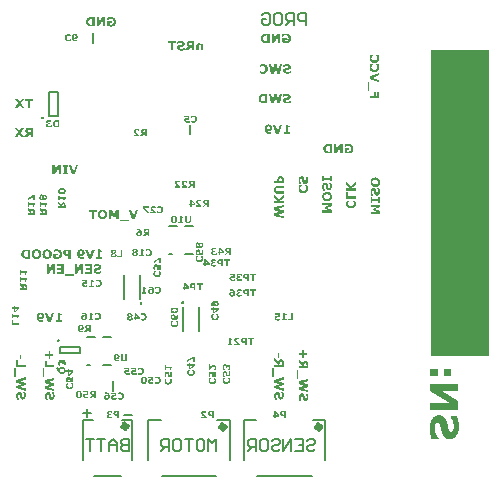
<source format=gbo>
%FSLAX25Y25*%
%MOIN*%
G70*
G01*
G75*
G04 Layer_Color=32896*
%ADD10C,0.00787*%
%ADD11C,0.00591*%
%ADD12C,0.02362*%
%ADD13C,0.01575*%
%ADD14C,0.01181*%
%ADD15C,0.01000*%
%ADD16C,0.00984*%
%ADD17C,0.01969*%
%ADD18C,0.02756*%
%ADD19R,0.02165X0.03347*%
%ADD20R,0.01969X0.01969*%
%ADD21R,0.14961X0.03150*%
%ADD22R,0.03150X0.14961*%
%ADD23R,0.02362X0.02362*%
%ADD24C,0.03937*%
%ADD25R,0.02559X0.02362*%
%ADD26R,0.02362X0.02559*%
%ADD27R,0.03937X0.03150*%
%ADD28R,0.01969X0.02598*%
%ADD29R,0.02598X0.01969*%
%ADD30R,0.01181X0.05709*%
%ADD31R,0.05709X0.01181*%
%ADD32R,0.17520X0.17520*%
%ADD33R,0.03150X0.03543*%
%ADD34R,0.02362X0.02362*%
%ADD35R,0.02756X0.02362*%
%ADD36R,0.04331X0.01142*%
%ADD37R,0.06221X0.09252*%
%ADD38R,0.09449X0.07480*%
%ADD39R,0.07480X0.04331*%
%ADD40R,0.03937X0.03543*%
%ADD41R,0.04528X0.05709*%
%ADD42R,0.05709X0.04528*%
%ADD43R,0.03740X0.09055*%
%ADD44R,0.11811X0.05118*%
%ADD45R,0.02362X0.06102*%
%ADD46R,0.01142X0.05906*%
%ADD47R,0.05906X0.01142*%
%ADD48R,0.04724X0.05709*%
%ADD49R,0.02362X0.02756*%
%ADD50R,0.01142X0.04528*%
%ADD51R,0.04528X0.01142*%
%ADD52R,0.09843X0.09843*%
%ADD53C,0.01260*%
%ADD54R,0.04134X0.05118*%
%ADD55P,0.03341X4X180.0*%
%ADD56R,0.03150X0.03937*%
%ADD57R,0.05512X0.03937*%
%ADD58R,0.18898X0.03937*%
%ADD59R,0.01102X0.03150*%
%ADD60R,0.03150X0.01102*%
%ADD61C,0.00500*%
%ADD62C,0.01142*%
%ADD63C,0.03937*%
%ADD64R,0.12992X0.03937*%
%ADD65R,0.03937X0.12992*%
%ADD66R,0.08000X0.06900*%
%ADD67R,0.05100X0.04800*%
%ADD68R,0.05300X0.03600*%
%ADD69R,0.01800X0.02100*%
%ADD70R,0.11800X0.04200*%
%ADD71R,0.02200X0.11317*%
%ADD72R,0.06600X0.08100*%
%ADD73R,0.01900X0.04300*%
%ADD74R,0.04600X0.05600*%
%ADD75R,0.08200X0.06284*%
%ADD76R,0.05900X0.05500*%
%ADD77R,0.04961X0.03937*%
%ADD78R,0.15272X0.03937*%
%ADD79R,0.03937X0.07874*%
%ADD80R,0.09803X0.03937*%
%ADD81C,0.05906*%
%ADD82R,0.05906X0.05906*%
%ADD83C,0.01575*%
%ADD84C,0.03150*%
%ADD85R,0.55906X1.57480*%
%ADD86C,0.03150*%
%ADD87C,0.15748*%
G04:AMPARAMS|DCode=88|XSize=55.433mil|YSize=55.433mil|CornerRadius=0mil|HoleSize=0mil|Usage=FLASHONLY|Rotation=0.000|XOffset=0mil|YOffset=0mil|HoleType=Round|Shape=Relief|Width=5mil|Gap=5mil|Entries=4|*
%AMTHD88*
7,0,0,0.05543,0.04543,0.00500,45*
%
%ADD88THD88*%
%ADD89C,0.04724*%
G04:AMPARAMS|DCode=90|XSize=39.685mil|YSize=39.685mil|CornerRadius=0mil|HoleSize=0mil|Usage=FLASHONLY|Rotation=0.000|XOffset=0mil|YOffset=0mil|HoleType=Round|Shape=Relief|Width=5mil|Gap=5mil|Entries=4|*
%AMTHD90*
7,0,0,0.03969,0.02969,0.00500,45*
%
%ADD90THD90*%
G04:AMPARAMS|DCode=91|XSize=27.874mil|YSize=27.874mil|CornerRadius=0mil|HoleSize=0mil|Usage=FLASHONLY|Rotation=0.000|XOffset=0mil|YOffset=0mil|HoleType=Round|Shape=Relief|Width=5mil|Gap=5mil|Entries=4|*
%AMTHD91*
7,0,0,0.02787,0.01787,0.00500,45*
%
%ADD91THD91*%
%ADD92C,0.01969*%
%ADD93C,0.03937*%
%ADD94C,0.00800*%
%ADD95R,0.02362X0.00787*%
%ADD96R,0.00787X0.02362*%
%ADD97R,0.03347X0.02165*%
%ADD98R,0.02362X0.03937*%
%ADD99R,0.03740X0.03937*%
%ADD100R,0.02500X0.08400*%
%ADD101R,0.03000X0.02500*%
%ADD102R,0.01800X0.07300*%
%ADD103R,0.02300X0.10700*%
%ADD104R,0.02400X0.01800*%
%ADD105C,0.02000*%
%ADD106C,0.02500*%
%ADD107C,0.00600*%
%ADD108R,0.02600X0.02500*%
%ADD109R,0.00866X0.00866*%
%ADD110R,0.06299X0.02756*%
%ADD111R,0.02362X0.00984*%
%ADD112C,0.00000*%
%ADD113R,0.02565X0.03747*%
%ADD114R,0.02369X0.02369*%
%ADD115R,0.15361X0.03550*%
%ADD116R,0.03550X0.15361*%
%ADD117R,0.02762X0.02762*%
%ADD118C,0.07874*%
%ADD119R,0.02959X0.02762*%
%ADD120R,0.02762X0.02959*%
%ADD121R,0.04337X0.03550*%
%ADD122R,0.02369X0.02998*%
%ADD123R,0.02998X0.02369*%
%ADD124R,0.01581X0.06109*%
%ADD125R,0.06109X0.01581*%
%ADD126R,0.17920X0.17920*%
%ADD127R,0.03550X0.03943*%
%ADD128R,0.02762X0.02762*%
%ADD129R,0.03156X0.02762*%
%ADD130R,0.04731X0.01542*%
%ADD131R,0.06621X0.09652*%
%ADD132R,0.09849X0.07880*%
%ADD133R,0.07880X0.04731*%
%ADD134R,0.04337X0.03943*%
%ADD135R,0.04928X0.06109*%
%ADD136R,0.06109X0.04928*%
%ADD137R,0.04140X0.09455*%
%ADD138R,0.12211X0.05518*%
%ADD139R,0.02762X0.06502*%
%ADD140R,0.01542X0.06306*%
%ADD141R,0.06306X0.01542*%
%ADD142R,0.05124X0.06109*%
%ADD143R,0.02762X0.03156*%
%ADD144R,0.01542X0.04928*%
%ADD145R,0.04928X0.01542*%
%ADD146R,0.10243X0.10243*%
%ADD147C,0.00866*%
%ADD148R,0.04534X0.05518*%
%ADD149P,0.03906X4X180.0*%
%ADD150R,0.03550X0.04337*%
%ADD151R,0.05912X0.04337*%
%ADD152R,0.19298X0.04337*%
%ADD153R,0.01502X0.03550*%
%ADD154R,0.03550X0.01502*%
%ADD155R,0.13392X0.04337*%
%ADD156R,0.04337X0.13392*%
%ADD157C,0.04337*%
%ADD158C,0.00400*%
%ADD159C,0.06306*%
%ADD160R,0.06306X0.06306*%
%ADD161C,0.01024*%
%ADD162R,0.02762X0.01187*%
%ADD163R,0.01187X0.02762*%
%ADD164R,0.03747X0.02565*%
%ADD165R,0.02762X0.04337*%
%ADD166R,0.04140X0.04337*%
%ADD167R,0.00787X0.01969*%
%ADD168R,0.01969X0.00787*%
%ADD169R,0.19685X1.02362*%
G36*
X-50885Y20508D02*
X-50805Y20504D01*
X-50729Y20497D01*
X-50663Y20486D01*
X-50605Y20475D01*
X-50583Y20471D01*
X-50565Y20468D01*
X-50547Y20464D01*
X-50536D01*
X-50529Y20460D01*
X-50525D01*
X-50449Y20442D01*
X-50383Y20424D01*
X-50325Y20409D01*
X-50281Y20395D01*
X-50245Y20380D01*
X-50219Y20369D01*
X-50201Y20366D01*
X-50197Y20362D01*
Y19842D01*
X-50245D01*
X-50350Y19904D01*
X-50401Y19929D01*
X-50445Y19951D01*
X-50485Y19969D01*
X-50518Y19984D01*
X-50536Y19991D01*
X-50543Y19995D01*
X-50602Y20016D01*
X-50660Y20031D01*
X-50711Y20042D01*
X-50758Y20049D01*
X-50794Y20053D01*
X-50824Y20056D01*
X-50849D01*
X-50918Y20053D01*
X-50980Y20042D01*
X-51031Y20027D01*
X-51071Y20013D01*
X-51104Y19995D01*
X-51129Y19980D01*
X-51144Y19969D01*
X-51148Y19965D01*
X-51184Y19929D01*
X-51209Y19889D01*
X-51228Y19849D01*
X-51239Y19809D01*
X-51249Y19772D01*
X-51253Y19743D01*
Y19725D01*
Y19722D01*
Y19718D01*
X-51249Y19667D01*
X-51239Y19620D01*
X-51228Y19572D01*
X-51213Y19532D01*
X-51195Y19496D01*
X-51184Y19470D01*
X-51173Y19452D01*
X-51169Y19445D01*
X-51137Y19394D01*
X-51093Y19339D01*
X-51049Y19285D01*
X-51006Y19234D01*
X-50965Y19190D01*
X-50933Y19157D01*
X-50918Y19143D01*
X-50907Y19132D01*
X-50904Y19128D01*
X-50900Y19125D01*
X-50849Y19074D01*
X-50794Y19023D01*
X-50736Y18975D01*
X-50682Y18928D01*
X-50634Y18888D01*
X-50594Y18855D01*
X-50580Y18844D01*
X-50569Y18833D01*
X-50561Y18830D01*
X-50558Y18826D01*
X-50478Y18764D01*
X-50401Y18702D01*
X-50332Y18648D01*
X-50267Y18600D01*
X-50212Y18560D01*
X-50190Y18542D01*
X-50172Y18528D01*
X-50157Y18517D01*
X-50147Y18509D01*
X-50139Y18506D01*
X-50136Y18502D01*
Y18113D01*
X-51985D01*
Y18564D01*
X-50925D01*
X-50951Y18582D01*
X-50984Y18608D01*
X-51053Y18659D01*
X-51082Y18680D01*
X-51111Y18699D01*
X-51126Y18713D01*
X-51133Y18717D01*
X-51239Y18804D01*
X-51289Y18844D01*
X-51333Y18881D01*
X-51370Y18913D01*
X-51395Y18939D01*
X-51413Y18953D01*
X-51420Y18961D01*
X-51501Y19041D01*
X-51570Y19117D01*
X-51628Y19186D01*
X-51679Y19248D01*
X-51715Y19303D01*
X-51741Y19343D01*
X-51752Y19357D01*
X-51759Y19368D01*
X-51763Y19372D01*
Y19376D01*
X-51799Y19452D01*
X-51828Y19525D01*
X-51846Y19598D01*
X-51861Y19663D01*
X-51868Y19718D01*
X-51872Y19740D01*
X-51876Y19761D01*
Y19776D01*
Y19787D01*
Y19794D01*
Y19798D01*
X-51872Y19860D01*
X-51865Y19918D01*
X-51854Y19973D01*
X-51839Y20024D01*
X-51821Y20071D01*
X-51803Y20115D01*
X-51781Y20155D01*
X-51759Y20191D01*
X-51737Y20220D01*
X-51715Y20249D01*
X-51697Y20271D01*
X-51679Y20293D01*
X-51664Y20308D01*
X-51653Y20318D01*
X-51646Y20322D01*
X-51643Y20326D01*
X-51595Y20358D01*
X-51548Y20388D01*
X-51493Y20413D01*
X-51439Y20435D01*
X-51326Y20468D01*
X-51217Y20490D01*
X-51166Y20497D01*
X-51118Y20500D01*
X-51075Y20504D01*
X-51038Y20508D01*
X-51009Y20511D01*
X-50965D01*
X-50885Y20508D01*
D02*
G37*
G36*
X-45313Y18113D02*
X-45921D01*
Y18975D01*
X-46194D01*
X-46834Y18113D01*
X-47580D01*
X-46794Y19117D01*
X-46874Y19161D01*
X-46940Y19205D01*
X-47001Y19252D01*
X-47049Y19296D01*
X-47085Y19332D01*
X-47114Y19365D01*
X-47129Y19383D01*
X-47136Y19390D01*
X-47176Y19456D01*
X-47209Y19529D01*
X-47231Y19598D01*
X-47245Y19667D01*
X-47253Y19725D01*
X-47256Y19751D01*
X-47260Y19772D01*
Y19791D01*
Y19805D01*
Y19813D01*
Y19816D01*
X-47256Y19885D01*
X-47249Y19943D01*
X-47234Y19998D01*
X-47220Y20045D01*
X-47205Y20082D01*
X-47191Y20107D01*
X-47184Y20122D01*
X-47180Y20129D01*
X-47151Y20177D01*
X-47114Y20216D01*
X-47078Y20249D01*
X-47045Y20282D01*
X-47016Y20304D01*
X-46991Y20322D01*
X-46976Y20333D01*
X-46969Y20337D01*
X-46918Y20362D01*
X-46870Y20384D01*
X-46823Y20402D01*
X-46780Y20417D01*
X-46740Y20428D01*
X-46710Y20435D01*
X-46692Y20439D01*
X-46685D01*
X-46627Y20446D01*
X-46565Y20453D01*
X-46507Y20457D01*
X-46452Y20460D01*
X-46401Y20464D01*
X-45313D01*
Y18113D01*
D02*
G37*
G36*
X-96008Y10694D02*
X-95964Y10774D01*
X-95921Y10840D01*
X-95873Y10902D01*
X-95830Y10949D01*
X-95793Y10985D01*
X-95760Y11014D01*
X-95742Y11029D01*
X-95735Y11036D01*
X-95669Y11076D01*
X-95597Y11109D01*
X-95527Y11131D01*
X-95458Y11145D01*
X-95400Y11153D01*
X-95375Y11156D01*
X-95353Y11160D01*
X-95309D01*
X-95240Y11156D01*
X-95182Y11149D01*
X-95127Y11135D01*
X-95080Y11120D01*
X-95043Y11105D01*
X-95018Y11091D01*
X-95003Y11084D01*
X-94996Y11080D01*
X-94949Y11051D01*
X-94909Y11014D01*
X-94876Y10978D01*
X-94843Y10945D01*
X-94821Y10916D01*
X-94803Y10891D01*
X-94792Y10876D01*
X-94788Y10869D01*
X-94763Y10818D01*
X-94741Y10770D01*
X-94723Y10723D01*
X-94709Y10679D01*
X-94698Y10639D01*
X-94690Y10610D01*
X-94687Y10592D01*
Y10585D01*
X-94679Y10527D01*
X-94672Y10465D01*
X-94668Y10407D01*
X-94665Y10352D01*
X-94661Y10301D01*
Y10265D01*
Y10250D01*
Y10239D01*
Y10232D01*
Y10228D01*
Y9213D01*
X-97013D01*
Y9821D01*
X-96150D01*
Y10093D01*
X-97013Y10734D01*
Y11480D01*
X-96008Y10694D01*
D02*
G37*
G36*
X-48585Y20508D02*
X-48505Y20504D01*
X-48428Y20497D01*
X-48363Y20486D01*
X-48305Y20475D01*
X-48283Y20471D01*
X-48265Y20468D01*
X-48246Y20464D01*
X-48235D01*
X-48228Y20460D01*
X-48225D01*
X-48148Y20442D01*
X-48083Y20424D01*
X-48024Y20409D01*
X-47981Y20395D01*
X-47944Y20380D01*
X-47919Y20369D01*
X-47901Y20366D01*
X-47897Y20362D01*
Y19842D01*
X-47944D01*
X-48050Y19904D01*
X-48101Y19929D01*
X-48145Y19951D01*
X-48185Y19969D01*
X-48217Y19984D01*
X-48235Y19991D01*
X-48243Y19995D01*
X-48301Y20016D01*
X-48359Y20031D01*
X-48410Y20042D01*
X-48458Y20049D01*
X-48494Y20053D01*
X-48523Y20056D01*
X-48549D01*
X-48618Y20053D01*
X-48680Y20042D01*
X-48730Y20027D01*
X-48771Y20013D01*
X-48803Y19995D01*
X-48829Y19980D01*
X-48843Y19969D01*
X-48847Y19965D01*
X-48883Y19929D01*
X-48909Y19889D01*
X-48927Y19849D01*
X-48938Y19809D01*
X-48949Y19772D01*
X-48953Y19743D01*
Y19725D01*
Y19722D01*
Y19718D01*
X-48949Y19667D01*
X-48938Y19620D01*
X-48927Y19572D01*
X-48913Y19532D01*
X-48894Y19496D01*
X-48883Y19470D01*
X-48873Y19452D01*
X-48869Y19445D01*
X-48836Y19394D01*
X-48792Y19339D01*
X-48749Y19285D01*
X-48705Y19234D01*
X-48665Y19190D01*
X-48632Y19157D01*
X-48618Y19143D01*
X-48607Y19132D01*
X-48603Y19128D01*
X-48599Y19125D01*
X-48549Y19074D01*
X-48494Y19023D01*
X-48436Y18975D01*
X-48381Y18928D01*
X-48334Y18888D01*
X-48294Y18855D01*
X-48279Y18844D01*
X-48268Y18833D01*
X-48261Y18830D01*
X-48257Y18826D01*
X-48177Y18764D01*
X-48101Y18702D01*
X-48032Y18648D01*
X-47966Y18600D01*
X-47912Y18560D01*
X-47890Y18542D01*
X-47872Y18528D01*
X-47857Y18517D01*
X-47846Y18509D01*
X-47839Y18506D01*
X-47835Y18502D01*
Y18113D01*
X-49684D01*
Y18564D01*
X-48625D01*
X-48651Y18582D01*
X-48683Y18608D01*
X-48752Y18659D01*
X-48781Y18680D01*
X-48811Y18699D01*
X-48825Y18713D01*
X-48832Y18717D01*
X-48938Y18804D01*
X-48989Y18844D01*
X-49033Y18881D01*
X-49069Y18913D01*
X-49095Y18939D01*
X-49113Y18953D01*
X-49120Y18961D01*
X-49200Y19041D01*
X-49269Y19117D01*
X-49327Y19186D01*
X-49378Y19248D01*
X-49415Y19303D01*
X-49440Y19343D01*
X-49451Y19357D01*
X-49459Y19368D01*
X-49462Y19372D01*
Y19376D01*
X-49499Y19452D01*
X-49528Y19525D01*
X-49546Y19598D01*
X-49560Y19663D01*
X-49568Y19718D01*
X-49571Y19740D01*
X-49575Y19761D01*
Y19776D01*
Y19787D01*
Y19794D01*
Y19798D01*
X-49571Y19860D01*
X-49564Y19918D01*
X-49553Y19973D01*
X-49539Y20024D01*
X-49520Y20071D01*
X-49502Y20115D01*
X-49480Y20155D01*
X-49459Y20191D01*
X-49437Y20220D01*
X-49415Y20249D01*
X-49397Y20271D01*
X-49378Y20293D01*
X-49364Y20308D01*
X-49353Y20318D01*
X-49346Y20322D01*
X-49342Y20326D01*
X-49295Y20358D01*
X-49247Y20388D01*
X-49193Y20413D01*
X-49138Y20435D01*
X-49025Y20468D01*
X-48916Y20490D01*
X-48865Y20497D01*
X-48818Y20500D01*
X-48774Y20504D01*
X-48738Y20508D01*
X-48709Y20511D01*
X-48665D01*
X-48585Y20508D01*
D02*
G37*
G36*
X-17071Y14506D02*
X-15657Y15698D01*
Y14781D01*
X-17038Y13697D01*
X-15657D01*
Y12908D01*
X-18713D01*
Y13697D01*
X-17719D01*
X-17492Y13877D01*
X-18713Y14785D01*
Y15760D01*
X-17071Y14506D01*
D02*
G37*
G36*
X-15657Y11583D02*
X-17762Y11091D01*
X-15657Y10552D01*
Y9767D01*
X-17762Y9204D01*
X-15657Y8731D01*
Y7913D01*
X-18713Y8731D01*
Y9606D01*
X-16726Y10136D01*
X-18713Y10689D01*
Y11559D01*
X-15657Y12382D01*
Y11583D01*
D02*
G37*
G36*
X-16532Y22084D02*
X-16442Y22074D01*
X-16366Y22055D01*
X-16300Y22041D01*
X-16248Y22022D01*
X-16206Y22003D01*
X-16182Y21994D01*
X-16173Y21989D01*
X-16106Y21947D01*
X-16045Y21904D01*
X-15993Y21857D01*
X-15946Y21809D01*
X-15908Y21767D01*
X-15884Y21734D01*
X-15865Y21715D01*
X-15860Y21705D01*
X-15827Y21648D01*
X-15794Y21587D01*
X-15770Y21526D01*
X-15747Y21474D01*
X-15733Y21421D01*
X-15719Y21384D01*
X-15709Y21360D01*
Y21355D01*
Y21350D01*
X-15690Y21275D01*
X-15681Y21190D01*
X-15671Y21109D01*
X-15662Y21029D01*
Y20963D01*
X-15657Y20906D01*
Y20887D01*
Y20873D01*
Y20863D01*
Y20859D01*
Y19563D01*
X-18713D01*
Y20353D01*
X-17719D01*
Y20840D01*
X-17715Y20958D01*
X-17705Y21067D01*
X-17691Y21166D01*
X-17672Y21247D01*
X-17658Y21308D01*
X-17644Y21360D01*
X-17639Y21374D01*
X-17634Y21388D01*
X-17629Y21393D01*
Y21398D01*
X-17592Y21483D01*
X-17544Y21559D01*
X-17502Y21630D01*
X-17454Y21691D01*
X-17417Y21738D01*
X-17383Y21776D01*
X-17365Y21800D01*
X-17355Y21809D01*
X-17303Y21857D01*
X-17246Y21899D01*
X-17194Y21932D01*
X-17142Y21961D01*
X-17095Y21984D01*
X-17062Y21998D01*
X-17038Y22008D01*
X-17029Y22013D01*
X-16953Y22036D01*
X-16882Y22055D01*
X-16816Y22070D01*
X-16754Y22079D01*
X-16702Y22084D01*
X-16660Y22088D01*
X-16627D01*
X-16532Y22084D01*
D02*
G37*
G36*
X-15657Y18040D02*
X-17563D01*
X-17677Y18035D01*
X-17776Y18016D01*
X-17861Y17997D01*
X-17927Y17969D01*
X-17979Y17945D01*
X-18017Y17921D01*
X-18036Y17902D01*
X-18046Y17898D01*
X-18093Y17841D01*
X-18131Y17770D01*
X-18154Y17699D01*
X-18173Y17628D01*
X-18183Y17562D01*
X-18188Y17510D01*
X-18192Y17491D01*
Y17477D01*
Y17467D01*
Y17462D01*
X-18188Y17358D01*
X-18169Y17268D01*
X-18145Y17193D01*
X-18117Y17131D01*
X-18088Y17084D01*
X-18065Y17051D01*
X-18046Y17032D01*
X-18041Y17027D01*
X-17975Y16985D01*
X-17899Y16952D01*
X-17823Y16928D01*
X-17743Y16914D01*
X-17672Y16904D01*
X-17615Y16895D01*
X-15657D01*
Y16105D01*
X-17610D01*
X-17715Y16110D01*
X-17809Y16119D01*
X-17899Y16138D01*
X-17984Y16157D01*
X-18060Y16185D01*
X-18131Y16214D01*
X-18197Y16242D01*
X-18254Y16275D01*
X-18306Y16308D01*
X-18348Y16337D01*
X-18386Y16365D01*
X-18419Y16394D01*
X-18443Y16412D01*
X-18462Y16431D01*
X-18471Y16441D01*
X-18476Y16445D01*
X-18528Y16512D01*
X-18575Y16587D01*
X-18613Y16668D01*
X-18646Y16748D01*
X-18675Y16833D01*
X-18703Y16918D01*
X-18736Y17084D01*
X-18750Y17160D01*
X-18760Y17231D01*
X-18765Y17297D01*
X-18769Y17354D01*
X-18774Y17396D01*
Y17434D01*
Y17453D01*
Y17462D01*
X-18769Y17585D01*
X-18760Y17699D01*
X-18746Y17808D01*
X-18727Y17907D01*
X-18703Y17997D01*
X-18679Y18077D01*
X-18651Y18153D01*
X-18623Y18224D01*
X-18599Y18281D01*
X-18571Y18333D01*
X-18547Y18380D01*
X-18523Y18413D01*
X-18505Y18442D01*
X-18490Y18465D01*
X-18481Y18475D01*
X-18476Y18479D01*
X-18415Y18541D01*
X-18353Y18593D01*
X-18282Y18640D01*
X-18211Y18683D01*
X-18140Y18716D01*
X-18069Y18744D01*
X-17998Y18768D01*
X-17927Y18787D01*
X-17861Y18801D01*
X-17800Y18811D01*
X-17748Y18820D01*
X-17700Y18825D01*
X-17658Y18829D01*
X-15657D01*
Y18040D01*
D02*
G37*
G36*
X-102608Y-14306D02*
X-102564Y-14226D01*
X-102521Y-14160D01*
X-102473Y-14098D01*
X-102430Y-14051D01*
X-102393Y-14015D01*
X-102360Y-13986D01*
X-102342Y-13971D01*
X-102335Y-13964D01*
X-102269Y-13924D01*
X-102197Y-13891D01*
X-102128Y-13869D01*
X-102058Y-13855D01*
X-102000Y-13847D01*
X-101975Y-13844D01*
X-101953Y-13840D01*
X-101909D01*
X-101840Y-13844D01*
X-101782Y-13851D01*
X-101727Y-13866D01*
X-101680Y-13880D01*
X-101643Y-13895D01*
X-101618Y-13909D01*
X-101603Y-13916D01*
X-101596Y-13920D01*
X-101549Y-13949D01*
X-101509Y-13986D01*
X-101476Y-14022D01*
X-101443Y-14055D01*
X-101421Y-14084D01*
X-101403Y-14109D01*
X-101392Y-14124D01*
X-101389Y-14131D01*
X-101363Y-14182D01*
X-101341Y-14230D01*
X-101323Y-14277D01*
X-101309Y-14321D01*
X-101298Y-14360D01*
X-101290Y-14390D01*
X-101287Y-14408D01*
Y-14415D01*
X-101279Y-14473D01*
X-101272Y-14535D01*
X-101268Y-14593D01*
X-101265Y-14648D01*
X-101261Y-14699D01*
Y-14735D01*
Y-14750D01*
Y-14761D01*
Y-14768D01*
Y-14772D01*
Y-15787D01*
X-103613D01*
Y-15179D01*
X-102750D01*
Y-14907D01*
X-103613Y-14266D01*
Y-13520D01*
X-102608Y-14306D01*
D02*
G37*
G36*
X-98661Y13992D02*
X-99112D01*
Y15193D01*
X-101013Y14094D01*
Y14771D01*
X-99131Y15834D01*
X-98661D01*
Y13992D01*
D02*
G37*
G36*
X-103201Y-9749D02*
X-101254D01*
Y-10273D01*
X-101290Y-10276D01*
X-101319Y-10284D01*
X-101348Y-10291D01*
X-101370Y-10302D01*
X-101389Y-10309D01*
X-101403Y-10317D01*
X-101410Y-10320D01*
X-101414Y-10324D01*
X-101436Y-10342D01*
X-101458Y-10360D01*
X-101487Y-10400D01*
X-101501Y-10415D01*
X-101509Y-10429D01*
X-101512Y-10440D01*
X-101516Y-10444D01*
X-101538Y-10498D01*
X-101552Y-10557D01*
X-101556Y-10582D01*
X-101560Y-10600D01*
X-101563Y-10615D01*
Y-10619D01*
X-101571Y-10695D01*
Y-10731D01*
X-101574Y-10764D01*
Y-10793D01*
Y-10815D01*
Y-10830D01*
Y-10833D01*
X-101956D01*
Y-10338D01*
X-103201D01*
Y-10833D01*
X-103613D01*
Y-9264D01*
X-103201D01*
Y-9749D01*
D02*
G37*
G36*
Y-12049D02*
X-101254D01*
Y-12573D01*
X-101290Y-12577D01*
X-101319Y-12584D01*
X-101348Y-12592D01*
X-101370Y-12602D01*
X-101389Y-12610D01*
X-101403Y-12617D01*
X-101410Y-12621D01*
X-101414Y-12624D01*
X-101436Y-12642D01*
X-101458Y-12661D01*
X-101487Y-12701D01*
X-101501Y-12715D01*
X-101509Y-12730D01*
X-101512Y-12741D01*
X-101516Y-12744D01*
X-101538Y-12799D01*
X-101552Y-12857D01*
X-101556Y-12883D01*
X-101560Y-12901D01*
X-101563Y-12915D01*
Y-12919D01*
X-101571Y-12995D01*
Y-13032D01*
X-101574Y-13065D01*
Y-13094D01*
Y-13116D01*
Y-13130D01*
Y-13134D01*
X-101956D01*
Y-12639D01*
X-103201D01*
Y-13134D01*
X-103613D01*
Y-11565D01*
X-103201D01*
Y-12049D01*
D02*
G37*
G36*
X-96281Y15885D02*
X-96208Y15870D01*
X-96146Y15852D01*
X-96092Y15830D01*
X-96048Y15805D01*
X-96015Y15786D01*
X-95993Y15772D01*
X-95986Y15768D01*
X-95928Y15717D01*
X-95881Y15659D01*
X-95837Y15601D01*
X-95801Y15543D01*
X-95771Y15488D01*
X-95753Y15444D01*
X-95746Y15426D01*
X-95739Y15415D01*
X-95735Y15408D01*
Y15404D01*
X-95724D01*
X-95688Y15481D01*
X-95651Y15546D01*
X-95615Y15601D01*
X-95578Y15644D01*
X-95549Y15681D01*
X-95524Y15706D01*
X-95509Y15721D01*
X-95502Y15725D01*
X-95451Y15761D01*
X-95400Y15786D01*
X-95349Y15805D01*
X-95302Y15816D01*
X-95262Y15826D01*
X-95233Y15830D01*
X-95204D01*
X-95152Y15826D01*
X-95105Y15819D01*
X-95061Y15808D01*
X-95021Y15790D01*
X-94945Y15750D01*
X-94883Y15706D01*
X-94836Y15659D01*
X-94800Y15619D01*
X-94788Y15601D01*
X-94778Y15590D01*
X-94770Y15583D01*
Y15579D01*
X-94741Y15532D01*
X-94716Y15477D01*
X-94676Y15368D01*
X-94647Y15255D01*
X-94628Y15146D01*
X-94621Y15095D01*
X-94614Y15047D01*
X-94610Y15004D01*
Y14967D01*
X-94607Y14938D01*
Y14913D01*
Y14898D01*
Y14895D01*
X-94610Y14818D01*
X-94614Y14745D01*
X-94625Y14680D01*
X-94636Y14614D01*
X-94650Y14556D01*
X-94665Y14498D01*
X-94679Y14447D01*
X-94698Y14403D01*
X-94716Y14360D01*
X-94730Y14327D01*
X-94745Y14294D01*
X-94759Y14269D01*
X-94770Y14247D01*
X-94781Y14232D01*
X-94785Y14225D01*
X-94788Y14221D01*
X-94821Y14178D01*
X-94858Y14138D01*
X-94898Y14101D01*
X-94934Y14072D01*
X-94974Y14047D01*
X-95011Y14025D01*
X-95047Y14010D01*
X-95083Y13996D01*
X-95145Y13977D01*
X-95174Y13970D01*
X-95196Y13966D01*
X-95218Y13963D01*
X-95244D01*
X-95313Y13966D01*
X-95378Y13977D01*
X-95437Y13992D01*
X-95484Y14010D01*
X-95527Y14028D01*
X-95557Y14043D01*
X-95575Y14054D01*
X-95582Y14057D01*
X-95633Y14097D01*
X-95680Y14145D01*
X-95720Y14196D01*
X-95753Y14243D01*
X-95782Y14290D01*
X-95801Y14327D01*
X-95808Y14341D01*
X-95815Y14352D01*
X-95819Y14356D01*
Y14360D01*
X-95826D01*
X-95866Y14272D01*
X-95906Y14196D01*
X-95946Y14134D01*
X-95982Y14087D01*
X-96015Y14050D01*
X-96044Y14025D01*
X-96059Y14006D01*
X-96066Y14003D01*
X-96121Y13970D01*
X-96172Y13945D01*
X-96226Y13926D01*
X-96274Y13916D01*
X-96317Y13908D01*
X-96350Y13901D01*
X-96379D01*
X-96434Y13905D01*
X-96481Y13908D01*
X-96529Y13919D01*
X-96569Y13930D01*
X-96601Y13937D01*
X-96627Y13948D01*
X-96641Y13952D01*
X-96649Y13956D01*
X-96692Y13981D01*
X-96736Y14006D01*
X-96772Y14039D01*
X-96805Y14068D01*
X-96831Y14094D01*
X-96849Y14116D01*
X-96863Y14130D01*
X-96867Y14134D01*
X-96900Y14181D01*
X-96929Y14236D01*
X-96954Y14287D01*
X-96976Y14334D01*
X-96991Y14378D01*
X-97002Y14414D01*
X-97009Y14436D01*
X-97013Y14440D01*
Y14443D01*
X-97031Y14516D01*
X-97045Y14593D01*
X-97053Y14665D01*
X-97060Y14738D01*
X-97063Y14800D01*
X-97067Y14826D01*
Y14847D01*
Y14865D01*
Y14880D01*
Y14887D01*
Y14891D01*
X-97063Y14975D01*
X-97060Y15055D01*
X-97049Y15131D01*
X-97038Y15200D01*
X-97020Y15266D01*
X-97005Y15324D01*
X-96987Y15379D01*
X-96969Y15430D01*
X-96951Y15473D01*
X-96933Y15510D01*
X-96914Y15543D01*
X-96900Y15572D01*
X-96889Y15590D01*
X-96878Y15608D01*
X-96874Y15615D01*
X-96871Y15619D01*
X-96831Y15666D01*
X-96790Y15706D01*
X-96750Y15743D01*
X-96707Y15776D01*
X-96663Y15801D01*
X-96619Y15823D01*
X-96579Y15841D01*
X-96539Y15856D01*
X-96467Y15874D01*
X-96438Y15881D01*
X-96408Y15885D01*
X-96386Y15888D01*
X-96357D01*
X-96281Y15885D01*
D02*
G37*
G36*
X-96601Y12951D02*
X-94654D01*
Y12427D01*
X-94690Y12423D01*
X-94719Y12416D01*
X-94749Y12409D01*
X-94770Y12398D01*
X-94788Y12390D01*
X-94803Y12383D01*
X-94810Y12379D01*
X-94814Y12376D01*
X-94836Y12358D01*
X-94858Y12339D01*
X-94887Y12299D01*
X-94901Y12285D01*
X-94909Y12270D01*
X-94912Y12259D01*
X-94916Y12256D01*
X-94938Y12201D01*
X-94952Y12143D01*
X-94956Y12117D01*
X-94960Y12099D01*
X-94963Y12085D01*
Y12081D01*
X-94971Y12004D01*
Y11968D01*
X-94974Y11935D01*
Y11906D01*
Y11884D01*
Y11870D01*
Y11866D01*
X-95356D01*
Y12361D01*
X-96601D01*
Y11866D01*
X-97013D01*
Y13435D01*
X-96601D01*
Y12951D01*
D02*
G37*
G36*
X-100601D02*
X-98654D01*
Y12427D01*
X-98690Y12423D01*
X-98719Y12416D01*
X-98748Y12409D01*
X-98770Y12398D01*
X-98788Y12390D01*
X-98803Y12383D01*
X-98810Y12379D01*
X-98814Y12376D01*
X-98836Y12358D01*
X-98858Y12339D01*
X-98887Y12299D01*
X-98901Y12285D01*
X-98909Y12270D01*
X-98912Y12259D01*
X-98916Y12256D01*
X-98938Y12201D01*
X-98952Y12143D01*
X-98956Y12117D01*
X-98960Y12099D01*
X-98963Y12085D01*
Y12081D01*
X-98971Y12004D01*
Y11968D01*
X-98974Y11935D01*
Y11906D01*
Y11884D01*
Y11870D01*
Y11866D01*
X-99356D01*
Y12361D01*
X-100601D01*
Y11866D01*
X-101013D01*
Y13435D01*
X-100601D01*
Y12951D01*
D02*
G37*
G36*
X-100008Y10694D02*
X-99964Y10774D01*
X-99921Y10840D01*
X-99873Y10902D01*
X-99830Y10949D01*
X-99793Y10985D01*
X-99760Y11014D01*
X-99742Y11029D01*
X-99735Y11036D01*
X-99669Y11076D01*
X-99597Y11109D01*
X-99528Y11131D01*
X-99458Y11145D01*
X-99400Y11153D01*
X-99375Y11156D01*
X-99353Y11160D01*
X-99309D01*
X-99240Y11156D01*
X-99182Y11149D01*
X-99127Y11135D01*
X-99080Y11120D01*
X-99043Y11105D01*
X-99018Y11091D01*
X-99003Y11084D01*
X-98996Y11080D01*
X-98949Y11051D01*
X-98909Y11014D01*
X-98876Y10978D01*
X-98843Y10945D01*
X-98821Y10916D01*
X-98803Y10891D01*
X-98792Y10876D01*
X-98788Y10869D01*
X-98763Y10818D01*
X-98741Y10770D01*
X-98723Y10723D01*
X-98708Y10679D01*
X-98698Y10639D01*
X-98690Y10610D01*
X-98687Y10592D01*
Y10585D01*
X-98679Y10527D01*
X-98672Y10465D01*
X-98668Y10407D01*
X-98665Y10352D01*
X-98661Y10301D01*
Y10265D01*
Y10250D01*
Y10239D01*
Y10232D01*
Y10228D01*
Y9213D01*
X-101013D01*
Y9821D01*
X-100150D01*
Y10093D01*
X-101013Y10734D01*
Y11480D01*
X-100008Y10694D01*
D02*
G37*
G36*
X6050Y32725D02*
X6183Y32711D01*
X6315Y32687D01*
X6433Y32664D01*
X6542Y32626D01*
X6646Y32592D01*
X6736Y32550D01*
X6821Y32512D01*
X6897Y32469D01*
X6958Y32427D01*
X7015Y32394D01*
X7062Y32361D01*
X7096Y32332D01*
X7124Y32309D01*
X7138Y32294D01*
X7143Y32290D01*
X7223Y32205D01*
X7289Y32115D01*
X7351Y32025D01*
X7398Y31926D01*
X7441Y31831D01*
X7479Y31736D01*
X7507Y31642D01*
X7531Y31557D01*
X7550Y31471D01*
X7564Y31391D01*
X7573Y31325D01*
X7578Y31263D01*
X7583Y31211D01*
X7587Y31178D01*
Y31155D01*
Y31145D01*
X7583Y31008D01*
X7569Y30880D01*
X7545Y30757D01*
X7517Y30648D01*
X7483Y30540D01*
X7450Y30445D01*
X7408Y30360D01*
X7365Y30279D01*
X7327Y30209D01*
X7285Y30147D01*
X7252Y30095D01*
X7214Y30053D01*
X7190Y30015D01*
X7166Y29991D01*
X7152Y29977D01*
X7147Y29972D01*
X7062Y29896D01*
X6968Y29835D01*
X6873Y29778D01*
X6769Y29731D01*
X6670Y29688D01*
X6566Y29655D01*
X6466Y29627D01*
X6372Y29603D01*
X6282Y29584D01*
X6197Y29575D01*
X6121Y29565D01*
X6055Y29556D01*
X6003D01*
X5960Y29551D01*
X5927D01*
X5799Y29556D01*
X5681Y29565D01*
X5568Y29575D01*
X5464Y29589D01*
X5421Y29598D01*
X5378Y29603D01*
X5345Y29608D01*
X5312Y29617D01*
X5289Y29622D01*
X5270D01*
X5260Y29627D01*
X5255D01*
X5133Y29655D01*
X5024Y29688D01*
X4934Y29712D01*
X4854Y29736D01*
X4792Y29759D01*
X4745Y29773D01*
X4716Y29783D01*
X4707Y29788D01*
Y31297D01*
X6116D01*
Y30719D01*
X5506D01*
Y30119D01*
X5544Y30114D01*
X5710D01*
X5804Y30119D01*
X5894Y30123D01*
X5979Y30138D01*
X6055Y30156D01*
X6126Y30176D01*
X6192Y30199D01*
X6249Y30223D01*
X6306Y30246D01*
X6348Y30270D01*
X6391Y30294D01*
X6424Y30317D01*
X6452Y30336D01*
X6476Y30355D01*
X6490Y30369D01*
X6499Y30374D01*
X6504Y30379D01*
X6551Y30431D01*
X6589Y30488D01*
X6627Y30549D01*
X6656Y30615D01*
X6703Y30743D01*
X6736Y30866D01*
X6746Y30928D01*
X6755Y30980D01*
X6760Y31027D01*
X6764Y31069D01*
X6769Y31107D01*
Y31131D01*
Y31150D01*
Y31155D01*
X6764Y31245D01*
X6760Y31325D01*
X6746Y31400D01*
X6731Y31467D01*
X6722Y31519D01*
X6708Y31557D01*
X6703Y31580D01*
X6698Y31590D01*
X6670Y31661D01*
X6632Y31722D01*
X6599Y31774D01*
X6566Y31822D01*
X6537Y31859D01*
X6514Y31883D01*
X6499Y31902D01*
X6495Y31907D01*
X6443Y31954D01*
X6391Y31992D01*
X6339Y32025D01*
X6291Y32049D01*
X6249Y32067D01*
X6216Y32086D01*
X6197Y32091D01*
X6187Y32096D01*
X6121Y32115D01*
X6055Y32134D01*
X5993Y32143D01*
X5932Y32148D01*
X5885Y32153D01*
X5842Y32157D01*
X5743D01*
X5681Y32148D01*
X5624Y32143D01*
X5572Y32134D01*
X5530Y32124D01*
X5502Y32120D01*
X5478Y32110D01*
X5473D01*
X5416Y32091D01*
X5360Y32072D01*
X5312Y32053D01*
X5274Y32034D01*
X5241Y32020D01*
X5213Y32006D01*
X5199Y32001D01*
X5194Y31997D01*
X5118Y31949D01*
X5080Y31930D01*
X5047Y31907D01*
X5019Y31888D01*
X5000Y31874D01*
X4986Y31864D01*
X4981Y31859D01*
X4943Y31831D01*
X4905Y31807D01*
X4877Y31788D01*
X4854Y31774D01*
X4835Y31760D01*
X4820Y31751D01*
X4816Y31741D01*
X4721D01*
Y32455D01*
X4844Y32512D01*
X4958Y32559D01*
X5062Y32597D01*
X5152Y32626D01*
X5227Y32645D01*
X5255Y32654D01*
X5284Y32664D01*
X5303Y32668D01*
X5317D01*
X5327Y32673D01*
X5331D01*
X5435Y32692D01*
X5535Y32706D01*
X5629Y32715D01*
X5719Y32725D01*
X5795D01*
X5823Y32730D01*
X5903D01*
X6050Y32725D01*
D02*
G37*
G36*
X440Y29613D02*
X-633D01*
X-766Y29617D01*
X-889Y29622D01*
X-998Y29632D01*
X-1087Y29641D01*
X-1130Y29646D01*
X-1163Y29650D01*
X-1196D01*
X-1220Y29655D01*
X-1239Y29660D01*
X-1253Y29665D01*
X-1267D01*
X-1366Y29688D01*
X-1456Y29717D01*
X-1541Y29750D01*
X-1612Y29778D01*
X-1674Y29807D01*
X-1721Y29830D01*
X-1750Y29849D01*
X-1754Y29854D01*
X-1759D01*
X-1868Y29930D01*
X-1963Y30010D01*
X-2048Y30095D01*
X-2119Y30180D01*
X-2175Y30256D01*
X-2199Y30284D01*
X-2218Y30313D01*
X-2232Y30336D01*
X-2241Y30355D01*
X-2251Y30365D01*
Y30369D01*
X-2317Y30502D01*
X-2365Y30634D01*
X-2402Y30762D01*
X-2426Y30880D01*
X-2435Y30932D01*
X-2440Y30984D01*
X-2445Y31027D01*
Y31065D01*
X-2450Y31093D01*
Y31117D01*
Y31131D01*
Y31136D01*
X-2440Y31297D01*
X-2421Y31443D01*
X-2393Y31576D01*
X-2374Y31632D01*
X-2360Y31689D01*
X-2341Y31736D01*
X-2322Y31779D01*
X-2308Y31817D01*
X-2294Y31850D01*
X-2284Y31874D01*
X-2275Y31892D01*
X-2265Y31902D01*
Y31907D01*
X-2194Y32025D01*
X-2114Y32124D01*
X-2029Y32214D01*
X-1948Y32290D01*
X-1877Y32346D01*
X-1849Y32370D01*
X-1821Y32394D01*
X-1797Y32408D01*
X-1783Y32418D01*
X-1773Y32427D01*
X-1768D01*
X-1698Y32469D01*
X-1617Y32503D01*
X-1541Y32531D01*
X-1471Y32559D01*
X-1404Y32578D01*
X-1357Y32592D01*
X-1338Y32597D01*
X-1324D01*
X-1314Y32602D01*
X-1310D01*
X-1206Y32626D01*
X-1097Y32640D01*
X-988Y32654D01*
X-889Y32659D01*
X-799Y32664D01*
X-761Y32668D01*
X440D01*
Y29613D01*
D02*
G37*
G36*
X-78660Y71913D02*
X-79733D01*
X-79866Y71917D01*
X-79989Y71922D01*
X-80098Y71931D01*
X-80187Y71941D01*
X-80230Y71946D01*
X-80263Y71950D01*
X-80296D01*
X-80320Y71955D01*
X-80339Y71960D01*
X-80353Y71965D01*
X-80367D01*
X-80467Y71988D01*
X-80556Y72017D01*
X-80642Y72050D01*
X-80712Y72078D01*
X-80774Y72106D01*
X-80821Y72130D01*
X-80850Y72149D01*
X-80854Y72154D01*
X-80859D01*
X-80968Y72229D01*
X-81063Y72310D01*
X-81148Y72395D01*
X-81219Y72480D01*
X-81275Y72556D01*
X-81299Y72584D01*
X-81318Y72613D01*
X-81332Y72636D01*
X-81341Y72655D01*
X-81351Y72665D01*
Y72669D01*
X-81417Y72802D01*
X-81464Y72934D01*
X-81502Y73062D01*
X-81526Y73180D01*
X-81536Y73232D01*
X-81540Y73284D01*
X-81545Y73327D01*
Y73365D01*
X-81550Y73393D01*
Y73417D01*
Y73431D01*
Y73436D01*
X-81540Y73597D01*
X-81521Y73743D01*
X-81493Y73875D01*
X-81474Y73932D01*
X-81460Y73989D01*
X-81441Y74036D01*
X-81422Y74079D01*
X-81408Y74117D01*
X-81394Y74150D01*
X-81384Y74173D01*
X-81375Y74193D01*
X-81365Y74202D01*
Y74207D01*
X-81294Y74325D01*
X-81214Y74424D01*
X-81129Y74514D01*
X-81048Y74590D01*
X-80977Y74647D01*
X-80949Y74670D01*
X-80921Y74694D01*
X-80897Y74708D01*
X-80883Y74717D01*
X-80873Y74727D01*
X-80869D01*
X-80798Y74770D01*
X-80717Y74803D01*
X-80642Y74831D01*
X-80571Y74859D01*
X-80504Y74878D01*
X-80457Y74892D01*
X-80438Y74897D01*
X-80424D01*
X-80414Y74902D01*
X-80410D01*
X-80306Y74926D01*
X-80197Y74940D01*
X-80088Y74954D01*
X-79989Y74959D01*
X-79899Y74963D01*
X-79861Y74968D01*
X-78660D01*
Y71913D01*
D02*
G37*
G36*
X4002Y29613D02*
X3278D01*
Y31708D01*
X1978Y29613D01*
X1216D01*
Y32668D01*
X1940D01*
Y30913D01*
X3061Y32668D01*
X4002D01*
Y29613D01*
D02*
G37*
G36*
X-91026Y-2396D02*
X-90894Y-2410D01*
X-90761Y-2434D01*
X-90643Y-2458D01*
X-90534Y-2496D01*
X-90430Y-2529D01*
X-90340Y-2571D01*
X-90255Y-2609D01*
X-90180Y-2652D01*
X-90118Y-2694D01*
X-90061Y-2727D01*
X-90014Y-2761D01*
X-89981Y-2789D01*
X-89953Y-2813D01*
X-89938Y-2827D01*
X-89934Y-2832D01*
X-89853Y-2917D01*
X-89787Y-3007D01*
X-89726Y-3096D01*
X-89678Y-3196D01*
X-89636Y-3290D01*
X-89598Y-3385D01*
X-89569Y-3480D01*
X-89546Y-3565D01*
X-89527Y-3650D01*
X-89513Y-3730D01*
X-89503Y-3796D01*
X-89499Y-3858D01*
X-89494Y-3910D01*
X-89489Y-3943D01*
Y-3967D01*
Y-3976D01*
X-89494Y-4113D01*
X-89508Y-4241D01*
X-89532Y-4364D01*
X-89560Y-4473D01*
X-89593Y-4582D01*
X-89626Y-4676D01*
X-89669Y-4761D01*
X-89711Y-4842D01*
X-89749Y-4913D01*
X-89792Y-4974D01*
X-89825Y-5026D01*
X-89863Y-5069D01*
X-89886Y-5107D01*
X-89910Y-5130D01*
X-89924Y-5144D01*
X-89929Y-5149D01*
X-90014Y-5225D01*
X-90109Y-5286D01*
X-90203Y-5343D01*
X-90307Y-5390D01*
X-90407Y-5433D01*
X-90511Y-5466D01*
X-90610Y-5494D01*
X-90705Y-5518D01*
X-90794Y-5537D01*
X-90880Y-5547D01*
X-90955Y-5556D01*
X-91022Y-5565D01*
X-91074D01*
X-91116Y-5570D01*
X-91149D01*
X-91277Y-5565D01*
X-91395Y-5556D01*
X-91509Y-5547D01*
X-91613Y-5532D01*
X-91655Y-5523D01*
X-91698Y-5518D01*
X-91731Y-5513D01*
X-91764Y-5504D01*
X-91788Y-5499D01*
X-91807D01*
X-91816Y-5494D01*
X-91821D01*
X-91944Y-5466D01*
X-92053Y-5433D01*
X-92143Y-5409D01*
X-92223Y-5386D01*
X-92285Y-5362D01*
X-92332Y-5348D01*
X-92360Y-5338D01*
X-92370Y-5334D01*
Y-3825D01*
X-90960D01*
Y-4402D01*
X-91570D01*
Y-5003D01*
X-91532Y-5007D01*
X-91367D01*
X-91272Y-5003D01*
X-91182Y-4998D01*
X-91097Y-4984D01*
X-91022Y-4965D01*
X-90951Y-4946D01*
X-90884Y-4922D01*
X-90828Y-4899D01*
X-90771Y-4875D01*
X-90728Y-4851D01*
X-90686Y-4828D01*
X-90653Y-4804D01*
X-90624Y-4785D01*
X-90601Y-4766D01*
X-90586Y-4752D01*
X-90577Y-4747D01*
X-90572Y-4742D01*
X-90525Y-4690D01*
X-90487Y-4634D01*
X-90449Y-4572D01*
X-90421Y-4506D01*
X-90373Y-4378D01*
X-90340Y-4255D01*
X-90331Y-4194D01*
X-90321Y-4142D01*
X-90317Y-4094D01*
X-90312Y-4052D01*
X-90307Y-4014D01*
Y-3990D01*
Y-3971D01*
Y-3967D01*
X-90312Y-3877D01*
X-90317Y-3796D01*
X-90331Y-3721D01*
X-90345Y-3655D01*
X-90355Y-3602D01*
X-90369Y-3565D01*
X-90373Y-3541D01*
X-90378Y-3531D01*
X-90407Y-3461D01*
X-90444Y-3399D01*
X-90478Y-3347D01*
X-90511Y-3300D01*
X-90539Y-3262D01*
X-90563Y-3238D01*
X-90577Y-3219D01*
X-90582Y-3215D01*
X-90634Y-3167D01*
X-90686Y-3130D01*
X-90738Y-3096D01*
X-90785Y-3073D01*
X-90828Y-3054D01*
X-90861Y-3035D01*
X-90880Y-3030D01*
X-90889Y-3025D01*
X-90955Y-3007D01*
X-91022Y-2988D01*
X-91083Y-2978D01*
X-91145Y-2973D01*
X-91192Y-2969D01*
X-91234Y-2964D01*
X-91334D01*
X-91395Y-2973D01*
X-91452Y-2978D01*
X-91504Y-2988D01*
X-91547Y-2997D01*
X-91575Y-3002D01*
X-91599Y-3011D01*
X-91603D01*
X-91660Y-3030D01*
X-91717Y-3049D01*
X-91764Y-3068D01*
X-91802Y-3087D01*
X-91835Y-3101D01*
X-91864Y-3115D01*
X-91878Y-3120D01*
X-91882Y-3125D01*
X-91958Y-3172D01*
X-91996Y-3191D01*
X-92029Y-3215D01*
X-92057Y-3233D01*
X-92076Y-3248D01*
X-92090Y-3257D01*
X-92095Y-3262D01*
X-92133Y-3290D01*
X-92171Y-3314D01*
X-92199Y-3333D01*
X-92223Y-3347D01*
X-92242Y-3361D01*
X-92256Y-3371D01*
X-92261Y-3380D01*
X-92355D01*
Y-2666D01*
X-92232Y-2609D01*
X-92119Y-2562D01*
X-92015Y-2524D01*
X-91925Y-2496D01*
X-91849Y-2477D01*
X-91821Y-2467D01*
X-91793Y-2458D01*
X-91774Y-2453D01*
X-91759D01*
X-91750Y-2448D01*
X-91745D01*
X-91641Y-2429D01*
X-91542Y-2415D01*
X-91447Y-2406D01*
X-91357Y-2396D01*
X-91282D01*
X-91253Y-2392D01*
X-91173D01*
X-91026Y-2396D01*
D02*
G37*
G36*
X-76836Y-2491D02*
X-76827Y-2529D01*
X-76817Y-2567D01*
X-76803Y-2595D01*
X-76794Y-2619D01*
X-76784Y-2637D01*
X-76780Y-2647D01*
X-76775Y-2652D01*
X-76751Y-2680D01*
X-76727Y-2709D01*
X-76675Y-2746D01*
X-76657Y-2765D01*
X-76638Y-2775D01*
X-76623Y-2779D01*
X-76619Y-2784D01*
X-76548Y-2813D01*
X-76472Y-2832D01*
X-76439Y-2836D01*
X-76415Y-2841D01*
X-76396Y-2846D01*
X-76392D01*
X-76292Y-2855D01*
X-76245D01*
X-76202Y-2860D01*
X-76113D01*
Y-3356D01*
X-76756D01*
Y-4974D01*
X-76113D01*
Y-5509D01*
X-78151D01*
Y-4974D01*
X-77522D01*
Y-2444D01*
X-76841D01*
X-76836Y-2491D01*
D02*
G37*
G36*
X-83113Y-2396D02*
X-83014Y-2406D01*
X-82924Y-2420D01*
X-82839Y-2439D01*
X-82758Y-2462D01*
X-82687Y-2491D01*
X-82621Y-2519D01*
X-82560Y-2548D01*
X-82503Y-2576D01*
X-82455Y-2604D01*
X-82413Y-2633D01*
X-82380Y-2657D01*
X-82351Y-2675D01*
X-82332Y-2690D01*
X-82323Y-2699D01*
X-82318Y-2704D01*
X-82257Y-2765D01*
X-82205Y-2827D01*
X-82162Y-2893D01*
X-82120Y-2959D01*
X-82087Y-3025D01*
X-82063Y-3092D01*
X-82039Y-3158D01*
X-82020Y-3219D01*
X-82006Y-3276D01*
X-81997Y-3333D01*
X-81987Y-3380D01*
X-81982Y-3423D01*
Y-3456D01*
X-81978Y-3480D01*
Y-3498D01*
Y-3503D01*
X-81982Y-3612D01*
X-81992Y-3711D01*
X-82011Y-3796D01*
X-82030Y-3867D01*
X-82044Y-3924D01*
X-82063Y-3967D01*
X-82072Y-3995D01*
X-82077Y-4005D01*
X-82120Y-4075D01*
X-82162Y-4137D01*
X-82210Y-4189D01*
X-82252Y-4236D01*
X-82290Y-4274D01*
X-82323Y-4298D01*
X-82342Y-4317D01*
X-82351Y-4321D01*
X-82451Y-4378D01*
X-82498Y-4402D01*
X-82541Y-4421D01*
X-82578Y-4435D01*
X-82607Y-4444D01*
X-82630Y-4454D01*
X-82635D01*
X-82753Y-4478D01*
X-82810Y-4482D01*
X-82862Y-4487D01*
X-82905Y-4492D01*
X-82966D01*
X-83047Y-4487D01*
X-83122Y-4482D01*
X-83184Y-4473D01*
X-83241Y-4463D01*
X-83283Y-4454D01*
X-83316Y-4449D01*
X-83340Y-4440D01*
X-83345D01*
X-83463Y-4392D01*
X-83520Y-4364D01*
X-83572Y-4340D01*
X-83614Y-4317D01*
X-83652Y-4298D01*
X-83671Y-4288D01*
X-83681Y-4284D01*
X-83666Y-4355D01*
X-83652Y-4416D01*
X-83633Y-4473D01*
X-83614Y-4525D01*
X-83600Y-4563D01*
X-83586Y-4596D01*
X-83577Y-4615D01*
X-83572Y-4619D01*
X-83543Y-4667D01*
X-83510Y-4714D01*
X-83477Y-4752D01*
X-83449Y-4785D01*
X-83420Y-4809D01*
X-83397Y-4832D01*
X-83383Y-4842D01*
X-83378Y-4846D01*
X-83335Y-4880D01*
X-83288Y-4903D01*
X-83241Y-4927D01*
X-83203Y-4946D01*
X-83165Y-4955D01*
X-83137Y-4965D01*
X-83113Y-4974D01*
X-83108D01*
X-82995Y-4998D01*
X-82943Y-5003D01*
X-82895Y-5007D01*
X-82853Y-5012D01*
X-82725D01*
X-82664Y-5007D01*
X-82612Y-5003D01*
X-82564Y-4998D01*
X-82531Y-4993D01*
X-82503Y-4988D01*
X-82489Y-4984D01*
X-82484D01*
X-82446Y-4969D01*
X-82408Y-4960D01*
X-82380Y-4946D01*
X-82356Y-4936D01*
X-82332Y-4932D01*
X-82318Y-4922D01*
X-82314Y-4917D01*
X-82228D01*
Y-5518D01*
X-82252Y-5523D01*
X-82285Y-5528D01*
X-82361Y-5542D01*
X-82399Y-5547D01*
X-82427D01*
X-82446Y-5551D01*
X-82455D01*
X-82522Y-5556D01*
X-82583Y-5561D01*
X-82640Y-5565D01*
X-82687D01*
X-82730Y-5570D01*
X-82787D01*
X-82943Y-5565D01*
X-83085Y-5551D01*
X-83212Y-5532D01*
X-83269Y-5523D01*
X-83326Y-5509D01*
X-83373Y-5499D01*
X-83416Y-5490D01*
X-83449Y-5480D01*
X-83482Y-5471D01*
X-83506Y-5461D01*
X-83525Y-5457D01*
X-83534Y-5452D01*
X-83539D01*
X-83652Y-5400D01*
X-83761Y-5343D01*
X-83851Y-5282D01*
X-83931Y-5220D01*
X-83993Y-5168D01*
X-84040Y-5121D01*
X-84054Y-5107D01*
X-84068Y-5092D01*
X-84073Y-5088D01*
X-84078Y-5083D01*
X-84149Y-4993D01*
X-84210Y-4899D01*
X-84262Y-4809D01*
X-84305Y-4719D01*
X-84338Y-4643D01*
X-84352Y-4610D01*
X-84362Y-4582D01*
X-84371Y-4563D01*
X-84376Y-4544D01*
X-84381Y-4534D01*
Y-4530D01*
X-84414Y-4402D01*
X-84437Y-4279D01*
X-84456Y-4156D01*
X-84466Y-4047D01*
X-84470Y-3995D01*
X-84475Y-3952D01*
Y-3910D01*
X-84480Y-3877D01*
Y-3848D01*
Y-3830D01*
Y-3815D01*
Y-3811D01*
X-84475Y-3669D01*
X-84466Y-3541D01*
X-84452Y-3432D01*
X-84433Y-3333D01*
X-84423Y-3290D01*
X-84414Y-3257D01*
X-84409Y-3224D01*
X-84399Y-3196D01*
X-84395Y-3177D01*
X-84390Y-3163D01*
X-84385Y-3153D01*
Y-3148D01*
X-84347Y-3049D01*
X-84300Y-2964D01*
X-84253Y-2884D01*
X-84210Y-2822D01*
X-84168Y-2770D01*
X-84135Y-2732D01*
X-84111Y-2709D01*
X-84102Y-2699D01*
X-84040Y-2642D01*
X-83974Y-2595D01*
X-83908Y-2557D01*
X-83851Y-2524D01*
X-83799Y-2500D01*
X-83756Y-2482D01*
X-83728Y-2472D01*
X-83723Y-2467D01*
X-83718D01*
X-83633Y-2444D01*
X-83548Y-2425D01*
X-83463Y-2410D01*
X-83383Y-2401D01*
X-83316Y-2396D01*
X-83260Y-2392D01*
X-83212D01*
X-83113Y-2396D01*
D02*
G37*
G36*
X-79717Y-5509D02*
X-80597D01*
X-81718Y-2453D01*
X-80909D01*
X-80166Y-4610D01*
X-79424Y-2453D01*
X-78601D01*
X-79717Y-5509D01*
D02*
G37*
G36*
X-87528Y25124D02*
X-88029D01*
Y23156D01*
X-87528D01*
Y22613D01*
X-89320D01*
Y23156D01*
X-88819D01*
Y25124D01*
X-89320D01*
Y25668D01*
X-87528D01*
Y25124D01*
D02*
G37*
G36*
X-96613Y-23475D02*
X-96514Y-23484D01*
X-96424Y-23499D01*
X-96339Y-23518D01*
X-96258Y-23541D01*
X-96187Y-23570D01*
X-96121Y-23598D01*
X-96060Y-23626D01*
X-96003Y-23655D01*
X-95955Y-23683D01*
X-95913Y-23712D01*
X-95880Y-23735D01*
X-95851Y-23754D01*
X-95833Y-23768D01*
X-95823Y-23778D01*
X-95818Y-23783D01*
X-95757Y-23844D01*
X-95705Y-23905D01*
X-95662Y-23972D01*
X-95620Y-24038D01*
X-95587Y-24104D01*
X-95563Y-24170D01*
X-95539Y-24237D01*
X-95520Y-24298D01*
X-95506Y-24355D01*
X-95497Y-24412D01*
X-95487Y-24459D01*
X-95482Y-24501D01*
Y-24535D01*
X-95478Y-24558D01*
Y-24577D01*
Y-24582D01*
X-95482Y-24691D01*
X-95492Y-24790D01*
X-95511Y-24875D01*
X-95530Y-24946D01*
X-95544Y-25003D01*
X-95563Y-25045D01*
X-95572Y-25074D01*
X-95577Y-25083D01*
X-95620Y-25154D01*
X-95662Y-25216D01*
X-95710Y-25268D01*
X-95752Y-25315D01*
X-95790Y-25353D01*
X-95823Y-25376D01*
X-95842Y-25395D01*
X-95851Y-25400D01*
X-95951Y-25457D01*
X-95998Y-25481D01*
X-96041Y-25499D01*
X-96078Y-25514D01*
X-96107Y-25523D01*
X-96131Y-25533D01*
X-96135D01*
X-96254Y-25556D01*
X-96310Y-25561D01*
X-96362Y-25566D01*
X-96405Y-25570D01*
X-96466D01*
X-96547Y-25566D01*
X-96623Y-25561D01*
X-96684Y-25552D01*
X-96741Y-25542D01*
X-96783Y-25533D01*
X-96816Y-25528D01*
X-96840Y-25518D01*
X-96845D01*
X-96963Y-25471D01*
X-97020Y-25443D01*
X-97072Y-25419D01*
X-97114Y-25395D01*
X-97152Y-25376D01*
X-97171Y-25367D01*
X-97181Y-25362D01*
X-97166Y-25433D01*
X-97152Y-25495D01*
X-97133Y-25552D01*
X-97114Y-25604D01*
X-97100Y-25641D01*
X-97086Y-25675D01*
X-97076Y-25693D01*
X-97072Y-25698D01*
X-97043Y-25745D01*
X-97010Y-25793D01*
X-96977Y-25831D01*
X-96949Y-25864D01*
X-96920Y-25887D01*
X-96897Y-25911D01*
X-96883Y-25921D01*
X-96878Y-25925D01*
X-96835Y-25958D01*
X-96788Y-25982D01*
X-96741Y-26006D01*
X-96703Y-26024D01*
X-96665Y-26034D01*
X-96637Y-26043D01*
X-96613Y-26053D01*
X-96608D01*
X-96495Y-26077D01*
X-96443Y-26081D01*
X-96395Y-26086D01*
X-96353Y-26091D01*
X-96225D01*
X-96164Y-26086D01*
X-96112Y-26081D01*
X-96064Y-26077D01*
X-96031Y-26072D01*
X-96003Y-26067D01*
X-95989Y-26062D01*
X-95984D01*
X-95946Y-26048D01*
X-95908Y-26039D01*
X-95880Y-26024D01*
X-95856Y-26015D01*
X-95833Y-26010D01*
X-95818Y-26001D01*
X-95814Y-25996D01*
X-95728D01*
Y-26597D01*
X-95752Y-26602D01*
X-95785Y-26606D01*
X-95861Y-26621D01*
X-95899Y-26625D01*
X-95927D01*
X-95946Y-26630D01*
X-95955D01*
X-96022Y-26635D01*
X-96083Y-26639D01*
X-96140Y-26644D01*
X-96187D01*
X-96230Y-26649D01*
X-96287D01*
X-96443Y-26644D01*
X-96585Y-26630D01*
X-96712Y-26611D01*
X-96769Y-26602D01*
X-96826Y-26587D01*
X-96873Y-26578D01*
X-96916Y-26568D01*
X-96949Y-26559D01*
X-96982Y-26550D01*
X-97006Y-26540D01*
X-97025Y-26535D01*
X-97034Y-26531D01*
X-97039D01*
X-97152Y-26479D01*
X-97261Y-26422D01*
X-97351Y-26360D01*
X-97431Y-26299D01*
X-97493Y-26247D01*
X-97540Y-26199D01*
X-97554Y-26185D01*
X-97568Y-26171D01*
X-97573Y-26166D01*
X-97578Y-26162D01*
X-97649Y-26072D01*
X-97710Y-25977D01*
X-97762Y-25887D01*
X-97805Y-25798D01*
X-97838Y-25722D01*
X-97852Y-25689D01*
X-97862Y-25660D01*
X-97871Y-25641D01*
X-97876Y-25622D01*
X-97881Y-25613D01*
Y-25608D01*
X-97914Y-25481D01*
X-97937Y-25358D01*
X-97956Y-25235D01*
X-97966Y-25126D01*
X-97970Y-25074D01*
X-97975Y-25031D01*
Y-24989D01*
X-97980Y-24956D01*
Y-24927D01*
Y-24908D01*
Y-24894D01*
Y-24889D01*
X-97975Y-24747D01*
X-97966Y-24620D01*
X-97952Y-24511D01*
X-97933Y-24412D01*
X-97923Y-24369D01*
X-97914Y-24336D01*
X-97909Y-24303D01*
X-97900Y-24274D01*
X-97895Y-24256D01*
X-97890Y-24241D01*
X-97885Y-24232D01*
Y-24227D01*
X-97847Y-24128D01*
X-97800Y-24043D01*
X-97753Y-23962D01*
X-97710Y-23901D01*
X-97668Y-23849D01*
X-97635Y-23811D01*
X-97611Y-23787D01*
X-97602Y-23778D01*
X-97540Y-23721D01*
X-97474Y-23674D01*
X-97408Y-23636D01*
X-97351Y-23603D01*
X-97299Y-23579D01*
X-97256Y-23560D01*
X-97228Y-23551D01*
X-97223Y-23546D01*
X-97218D01*
X-97133Y-23522D01*
X-97048Y-23503D01*
X-96963Y-23489D01*
X-96883Y-23480D01*
X-96816Y-23475D01*
X-96760Y-23470D01*
X-96712D01*
X-96613Y-23475D01*
D02*
G37*
G36*
X-89959Y22613D02*
X-90683D01*
Y24708D01*
X-91983Y22613D01*
X-92745D01*
Y25668D01*
X-92021D01*
Y23913D01*
X-90900Y25668D01*
X-89959D01*
Y22613D01*
D02*
G37*
G36*
X-85229D02*
X-86109D01*
X-87230Y25668D01*
X-86421D01*
X-85678Y23511D01*
X-84936Y25668D01*
X-84113D01*
X-85229Y22613D01*
D02*
G37*
G36*
X-75098Y71913D02*
X-75822D01*
Y74008D01*
X-77122Y71913D01*
X-77884D01*
Y74968D01*
X-77160D01*
Y73213D01*
X-76039Y74968D01*
X-75098D01*
Y71913D01*
D02*
G37*
G36*
X-73050Y75025D02*
X-72917Y75011D01*
X-72785Y74987D01*
X-72667Y74963D01*
X-72558Y74926D01*
X-72454Y74892D01*
X-72364Y74850D01*
X-72279Y74812D01*
X-72203Y74770D01*
X-72142Y74727D01*
X-72085Y74694D01*
X-72038Y74661D01*
X-72004Y74632D01*
X-71976Y74609D01*
X-71962Y74594D01*
X-71957Y74590D01*
X-71877Y74505D01*
X-71811Y74415D01*
X-71749Y74325D01*
X-71702Y74226D01*
X-71659Y74131D01*
X-71621Y74036D01*
X-71593Y73942D01*
X-71569Y73857D01*
X-71550Y73772D01*
X-71536Y73691D01*
X-71527Y73625D01*
X-71522Y73563D01*
X-71517Y73511D01*
X-71513Y73478D01*
Y73455D01*
Y73445D01*
X-71517Y73308D01*
X-71531Y73180D01*
X-71555Y73057D01*
X-71583Y72948D01*
X-71617Y72840D01*
X-71650Y72745D01*
X-71692Y72660D01*
X-71735Y72579D01*
X-71773Y72509D01*
X-71815Y72447D01*
X-71848Y72395D01*
X-71886Y72352D01*
X-71910Y72315D01*
X-71934Y72291D01*
X-71948Y72277D01*
X-71952Y72272D01*
X-72038Y72196D01*
X-72132Y72135D01*
X-72227Y72078D01*
X-72331Y72031D01*
X-72430Y71988D01*
X-72534Y71955D01*
X-72634Y71927D01*
X-72728Y71903D01*
X-72818Y71884D01*
X-72903Y71875D01*
X-72979Y71865D01*
X-73045Y71856D01*
X-73097D01*
X-73140Y71851D01*
X-73173D01*
X-73300Y71856D01*
X-73419Y71865D01*
X-73532Y71875D01*
X-73636Y71889D01*
X-73679Y71898D01*
X-73721Y71903D01*
X-73755Y71908D01*
X-73788Y71917D01*
X-73811Y71922D01*
X-73830D01*
X-73840Y71927D01*
X-73844D01*
X-73967Y71955D01*
X-74076Y71988D01*
X-74166Y72012D01*
X-74247Y72036D01*
X-74308Y72059D01*
X-74355Y72073D01*
X-74384Y72083D01*
X-74393Y72088D01*
Y73597D01*
X-72984D01*
Y73019D01*
X-73594D01*
Y72419D01*
X-73556Y72414D01*
X-73390D01*
X-73296Y72419D01*
X-73206Y72423D01*
X-73121Y72438D01*
X-73045Y72457D01*
X-72974Y72475D01*
X-72908Y72499D01*
X-72851Y72523D01*
X-72794Y72546D01*
X-72752Y72570D01*
X-72709Y72594D01*
X-72676Y72617D01*
X-72648Y72636D01*
X-72624Y72655D01*
X-72610Y72669D01*
X-72601Y72674D01*
X-72596Y72679D01*
X-72549Y72731D01*
X-72511Y72788D01*
X-72473Y72849D01*
X-72444Y72915D01*
X-72397Y73043D01*
X-72364Y73166D01*
X-72355Y73228D01*
X-72345Y73280D01*
X-72340Y73327D01*
X-72336Y73369D01*
X-72331Y73407D01*
Y73431D01*
Y73450D01*
Y73455D01*
X-72336Y73544D01*
X-72340Y73625D01*
X-72355Y73700D01*
X-72369Y73767D01*
X-72378Y73819D01*
X-72392Y73857D01*
X-72397Y73880D01*
X-72402Y73890D01*
X-72430Y73961D01*
X-72468Y74022D01*
X-72501Y74074D01*
X-72534Y74121D01*
X-72563Y74159D01*
X-72586Y74183D01*
X-72601Y74202D01*
X-72605Y74207D01*
X-72657Y74254D01*
X-72709Y74292D01*
X-72761Y74325D01*
X-72809Y74349D01*
X-72851Y74367D01*
X-72884Y74386D01*
X-72903Y74391D01*
X-72913Y74396D01*
X-72979Y74415D01*
X-73045Y74434D01*
X-73107Y74443D01*
X-73168Y74448D01*
X-73215Y74453D01*
X-73258Y74457D01*
X-73357D01*
X-73419Y74448D01*
X-73475Y74443D01*
X-73528Y74434D01*
X-73570Y74424D01*
X-73598Y74419D01*
X-73622Y74410D01*
X-73627D01*
X-73684Y74391D01*
X-73740Y74372D01*
X-73788Y74353D01*
X-73826Y74334D01*
X-73859Y74320D01*
X-73887Y74306D01*
X-73901Y74301D01*
X-73906Y74296D01*
X-73982Y74249D01*
X-74019Y74230D01*
X-74053Y74207D01*
X-74081Y74188D01*
X-74100Y74173D01*
X-74114Y74164D01*
X-74119Y74159D01*
X-74157Y74131D01*
X-74195Y74107D01*
X-74223Y74088D01*
X-74247Y74074D01*
X-74265Y74060D01*
X-74280Y74051D01*
X-74284Y74041D01*
X-74379D01*
Y74755D01*
X-74256Y74812D01*
X-74142Y74859D01*
X-74038Y74897D01*
X-73949Y74926D01*
X-73873Y74945D01*
X-73844Y74954D01*
X-73816Y74963D01*
X-73797Y74968D01*
X-73783D01*
X-73773Y74973D01*
X-73769D01*
X-73665Y74992D01*
X-73565Y75006D01*
X-73471Y75015D01*
X-73381Y75025D01*
X-73305D01*
X-73277Y75030D01*
X-73197D01*
X-73050Y75025D01*
D02*
G37*
G36*
X-93217Y-26587D02*
X-94097D01*
X-95218Y-23532D01*
X-94409D01*
X-93666Y-25689D01*
X-92924Y-23532D01*
X-92101D01*
X-93217Y-26587D01*
D02*
G37*
G36*
X-90336Y-23570D02*
X-90327Y-23607D01*
X-90317Y-23645D01*
X-90303Y-23674D01*
X-90294Y-23697D01*
X-90284Y-23716D01*
X-90280Y-23726D01*
X-90275Y-23731D01*
X-90251Y-23759D01*
X-90228Y-23787D01*
X-90175Y-23825D01*
X-90157Y-23844D01*
X-90138Y-23854D01*
X-90123Y-23858D01*
X-90119Y-23863D01*
X-90048Y-23891D01*
X-89972Y-23910D01*
X-89939Y-23915D01*
X-89915Y-23920D01*
X-89896Y-23924D01*
X-89892D01*
X-89792Y-23934D01*
X-89745D01*
X-89702Y-23939D01*
X-89613D01*
Y-24435D01*
X-90256D01*
Y-26053D01*
X-89613D01*
Y-26587D01*
X-91651D01*
Y-26053D01*
X-91022D01*
Y-23522D01*
X-90341D01*
X-90336Y-23570D01*
D02*
G37*
G36*
X-47035Y40835D02*
X-47104D01*
X-47181Y40854D01*
X-47221Y40861D01*
X-47257Y40868D01*
X-47286Y40876D01*
X-47312Y40879D01*
X-47326Y40883D01*
X-47334D01*
X-47432Y40897D01*
X-47479Y40901D01*
X-47519Y40905D01*
X-47556Y40908D01*
X-47607D01*
X-47683Y40905D01*
X-47719Y40901D01*
X-47752D01*
X-47781Y40897D01*
X-47803Y40894D01*
X-47821Y40890D01*
X-47825D01*
X-47869Y40883D01*
X-47909Y40872D01*
X-47945Y40861D01*
X-47974Y40850D01*
X-48000Y40839D01*
X-48018Y40828D01*
X-48029Y40824D01*
X-48033Y40821D01*
X-48072Y40792D01*
X-48102Y40759D01*
X-48120Y40737D01*
X-48127Y40730D01*
Y40726D01*
X-48142Y40704D01*
X-48149Y40679D01*
X-48164Y40635D01*
Y40613D01*
X-48167Y40599D01*
Y40588D01*
Y40584D01*
Y40548D01*
X-48164Y40515D01*
X-48160Y40490D01*
X-48153Y40468D01*
X-48149Y40450D01*
X-48142Y40439D01*
X-48138Y40431D01*
Y40428D01*
X-48112Y40391D01*
X-48087Y40362D01*
X-48065Y40337D01*
X-48058Y40333D01*
X-48054Y40330D01*
X-48029Y40308D01*
X-48000Y40293D01*
X-47938Y40268D01*
X-47912Y40260D01*
X-47890Y40253D01*
X-47876Y40249D01*
X-47872D01*
X-47789Y40238D01*
X-47752Y40231D01*
X-47719D01*
X-47694Y40228D01*
X-47654D01*
X-47592Y40231D01*
X-47534Y40235D01*
X-47475Y40246D01*
X-47428Y40257D01*
X-47385Y40264D01*
X-47352Y40275D01*
X-47330Y40279D01*
X-47326Y40282D01*
X-47323D01*
X-47261Y40304D01*
X-47203Y40330D01*
X-47152Y40355D01*
X-47104Y40377D01*
X-47068Y40399D01*
X-47039Y40413D01*
X-47021Y40424D01*
X-47013Y40428D01*
X-46948D01*
Y39907D01*
X-46995Y39889D01*
X-47050Y39871D01*
X-47101Y39853D01*
X-47152Y39838D01*
X-47195Y39827D01*
X-47232Y39820D01*
X-47246Y39816D01*
X-47257D01*
X-47261Y39813D01*
X-47264D01*
X-47341Y39798D01*
X-47421Y39787D01*
X-47501Y39780D01*
X-47578Y39773D01*
X-47643Y39769D01*
X-47672D01*
X-47694Y39765D01*
X-47741D01*
X-47829Y39769D01*
X-47912Y39773D01*
X-47985Y39783D01*
X-48051Y39794D01*
X-48102Y39802D01*
X-48123Y39809D01*
X-48142Y39813D01*
X-48156Y39816D01*
X-48167D01*
X-48171Y39820D01*
X-48174D01*
X-48244Y39845D01*
X-48305Y39871D01*
X-48364Y39904D01*
X-48415Y39933D01*
X-48455Y39958D01*
X-48484Y39980D01*
X-48502Y39995D01*
X-48509Y39998D01*
X-48557Y40042D01*
X-48597Y40089D01*
X-48629Y40133D01*
X-48659Y40177D01*
X-48680Y40213D01*
X-48699Y40242D01*
X-48706Y40260D01*
X-48709Y40268D01*
X-48731Y40326D01*
X-48750Y40388D01*
X-48761Y40442D01*
X-48771Y40497D01*
X-48775Y40541D01*
X-48779Y40577D01*
Y40588D01*
Y40599D01*
Y40602D01*
Y40606D01*
X-48775Y40686D01*
X-48764Y40755D01*
X-48753Y40817D01*
X-48739Y40868D01*
X-48720Y40912D01*
X-48709Y40941D01*
X-48699Y40959D01*
X-48695Y40966D01*
X-48662Y41017D01*
X-48626Y41061D01*
X-48589Y41101D01*
X-48553Y41134D01*
X-48524Y41159D01*
X-48495Y41181D01*
X-48480Y41192D01*
X-48473Y41196D01*
X-48429Y41218D01*
X-48386Y41240D01*
X-48338Y41258D01*
X-48298Y41272D01*
X-48262Y41283D01*
X-48233Y41290D01*
X-48215Y41298D01*
X-48207D01*
X-48149Y41312D01*
X-48087Y41320D01*
X-48033Y41327D01*
X-47978Y41334D01*
X-47930D01*
X-47894Y41338D01*
X-47774D01*
X-47756Y41334D01*
X-47727D01*
X-47676Y41331D01*
X-47639D01*
X-47625Y41327D01*
X-47607D01*
Y41713D01*
X-48709D01*
Y42164D01*
X-47035D01*
Y40835D01*
D02*
G37*
G36*
X-45612Y42208D02*
X-45521Y42197D01*
X-45437Y42182D01*
X-45364Y42168D01*
X-45332Y42160D01*
X-45303Y42153D01*
X-45277Y42146D01*
X-45255Y42139D01*
X-45237Y42131D01*
X-45226Y42128D01*
X-45219Y42124D01*
X-45215D01*
X-45135Y42091D01*
X-45062Y42051D01*
X-44997Y42011D01*
X-44942Y41971D01*
X-44898Y41938D01*
X-44866Y41909D01*
X-44844Y41891D01*
X-44840Y41887D01*
X-44837Y41884D01*
X-44782Y41818D01*
X-44731Y41753D01*
X-44687Y41687D01*
X-44655Y41625D01*
X-44629Y41571D01*
X-44618Y41549D01*
X-44607Y41531D01*
X-44600Y41513D01*
X-44596Y41502D01*
X-44593Y41494D01*
Y41491D01*
X-44567Y41403D01*
X-44545Y41316D01*
X-44531Y41232D01*
X-44524Y41152D01*
X-44516Y41087D01*
Y41058D01*
X-44513Y41032D01*
Y41014D01*
Y40996D01*
Y40988D01*
Y40985D01*
X-44516Y40876D01*
X-44527Y40774D01*
X-44542Y40683D01*
X-44556Y40606D01*
X-44563Y40573D01*
X-44571Y40541D01*
X-44578Y40515D01*
X-44585Y40493D01*
X-44593Y40475D01*
X-44596Y40464D01*
X-44600Y40457D01*
Y40453D01*
X-44636Y40369D01*
X-44676Y40297D01*
X-44716Y40231D01*
X-44756Y40177D01*
X-44789Y40133D01*
X-44818Y40100D01*
X-44837Y40078D01*
X-44844Y40075D01*
Y40071D01*
X-44906Y40016D01*
X-44971Y39969D01*
X-45037Y39933D01*
X-45095Y39900D01*
X-45146Y39875D01*
X-45190Y39856D01*
X-45204Y39849D01*
X-45215Y39845D01*
X-45222Y39842D01*
X-45226D01*
X-45310Y39816D01*
X-45397Y39798D01*
X-45477Y39783D01*
X-45550Y39776D01*
X-45616Y39769D01*
X-45641D01*
X-45667Y39765D01*
X-45772D01*
X-45830Y39769D01*
X-45878Y39773D01*
X-45914Y39776D01*
X-45947D01*
X-45969Y39780D01*
X-45983Y39783D01*
X-45987D01*
X-46063Y39798D01*
X-46100Y39805D01*
X-46136Y39813D01*
X-46161Y39820D01*
X-46187Y39827D01*
X-46202Y39831D01*
X-46205D01*
X-46267Y39849D01*
X-46296Y39860D01*
X-46322Y39871D01*
X-46343Y39878D01*
X-46358Y39885D01*
X-46369Y39889D01*
X-46373D01*
X-46435Y39918D01*
X-46464Y39929D01*
X-46489Y39940D01*
X-46511Y39951D01*
X-46529Y39958D01*
X-46540Y39966D01*
X-46544D01*
Y40530D01*
X-46478D01*
X-46442Y40497D01*
X-46409Y40468D01*
X-46391Y40457D01*
X-46380Y40446D01*
X-46373Y40442D01*
X-46369Y40439D01*
X-46318Y40402D01*
X-46274Y40369D01*
X-46256Y40359D01*
X-46242Y40348D01*
X-46231Y40344D01*
X-46227Y40340D01*
X-46158Y40304D01*
X-46125Y40289D01*
X-46092Y40275D01*
X-46067Y40268D01*
X-46045Y40260D01*
X-46031Y40253D01*
X-46027D01*
X-45947Y40235D01*
X-45910Y40228D01*
X-45878Y40224D01*
X-45849D01*
X-45827Y40220D01*
X-45808D01*
X-45721Y40228D01*
X-45681Y40231D01*
X-45648Y40238D01*
X-45616Y40246D01*
X-45594Y40249D01*
X-45579Y40257D01*
X-45572D01*
X-45528Y40271D01*
X-45488Y40293D01*
X-45455Y40311D01*
X-45423Y40333D01*
X-45397Y40351D01*
X-45379Y40366D01*
X-45364Y40377D01*
X-45361Y40380D01*
X-45328Y40413D01*
X-45295Y40453D01*
X-45270Y40490D01*
X-45248Y40530D01*
X-45230Y40562D01*
X-45215Y40588D01*
X-45208Y40606D01*
X-45204Y40613D01*
X-45182Y40672D01*
X-45168Y40734D01*
X-45157Y40795D01*
X-45150Y40854D01*
X-45146Y40905D01*
X-45142Y40945D01*
Y40959D01*
Y40970D01*
Y40977D01*
Y40981D01*
X-45146Y41058D01*
X-45150Y41127D01*
X-45160Y41188D01*
X-45171Y41243D01*
X-45179Y41283D01*
X-45190Y41316D01*
X-45193Y41334D01*
X-45197Y41341D01*
X-45219Y41396D01*
X-45244Y41443D01*
X-45270Y41483D01*
X-45295Y41516D01*
X-45317Y41545D01*
X-45335Y41563D01*
X-45346Y41578D01*
X-45350Y41582D01*
X-45386Y41614D01*
X-45423Y41640D01*
X-45459Y41662D01*
X-45492Y41680D01*
X-45521Y41695D01*
X-45543Y41705D01*
X-45557Y41713D01*
X-45561D01*
X-45605Y41727D01*
X-45648Y41738D01*
X-45688Y41745D01*
X-45728Y41753D01*
X-45757D01*
X-45783Y41756D01*
X-45805D01*
X-45889Y41749D01*
X-45925Y41745D01*
X-45958Y41738D01*
X-45983Y41731D01*
X-46001Y41727D01*
X-46016Y41720D01*
X-46020D01*
X-46092Y41691D01*
X-46125Y41676D01*
X-46154Y41662D01*
X-46176Y41651D01*
X-46194Y41640D01*
X-46205Y41636D01*
X-46209Y41633D01*
X-46267Y41596D01*
X-46292Y41578D01*
X-46314Y41563D01*
X-46333Y41549D01*
X-46347Y41542D01*
X-46354Y41534D01*
X-46358Y41531D01*
X-46405Y41494D01*
X-46442Y41469D01*
X-46453Y41458D01*
X-46464Y41451D01*
X-46467Y41443D01*
X-46544D01*
Y42015D01*
X-46493Y42037D01*
X-46442Y42059D01*
X-46424Y42066D01*
X-46405Y42073D01*
X-46395Y42080D01*
X-46391D01*
X-46325Y42109D01*
X-46292Y42120D01*
X-46263Y42131D01*
X-46234Y42139D01*
X-46216Y42146D01*
X-46202Y42149D01*
X-46198D01*
X-46121Y42168D01*
X-46085Y42175D01*
X-46052Y42182D01*
X-46023Y42186D01*
X-46001Y42189D01*
X-45987Y42193D01*
X-45979D01*
X-45889Y42204D01*
X-45841Y42208D01*
X-45801D01*
X-45765Y42211D01*
X-45710D01*
X-45612Y42208D01*
D02*
G37*
G36*
X-56912Y12008D02*
X-56821Y11997D01*
X-56737Y11982D01*
X-56664Y11968D01*
X-56632Y11960D01*
X-56603Y11953D01*
X-56577Y11946D01*
X-56555Y11939D01*
X-56537Y11931D01*
X-56526Y11928D01*
X-56519Y11924D01*
X-56515D01*
X-56435Y11891D01*
X-56362Y11851D01*
X-56297Y11811D01*
X-56242Y11771D01*
X-56198Y11738D01*
X-56166Y11709D01*
X-56144Y11691D01*
X-56140Y11687D01*
X-56137Y11684D01*
X-56082Y11618D01*
X-56031Y11553D01*
X-55987Y11487D01*
X-55954Y11425D01*
X-55929Y11371D01*
X-55918Y11349D01*
X-55907Y11331D01*
X-55900Y11312D01*
X-55896Y11302D01*
X-55893Y11294D01*
Y11291D01*
X-55867Y11203D01*
X-55845Y11116D01*
X-55831Y11032D01*
X-55823Y10952D01*
X-55816Y10887D01*
Y10858D01*
X-55813Y10832D01*
Y10814D01*
Y10796D01*
Y10788D01*
Y10785D01*
X-55816Y10676D01*
X-55827Y10574D01*
X-55842Y10483D01*
X-55856Y10406D01*
X-55863Y10373D01*
X-55871Y10341D01*
X-55878Y10315D01*
X-55885Y10293D01*
X-55893Y10275D01*
X-55896Y10264D01*
X-55900Y10257D01*
Y10253D01*
X-55936Y10170D01*
X-55976Y10097D01*
X-56016Y10031D01*
X-56056Y9977D01*
X-56089Y9933D01*
X-56118Y9900D01*
X-56137Y9878D01*
X-56144Y9875D01*
Y9871D01*
X-56206Y9816D01*
X-56271Y9769D01*
X-56337Y9733D01*
X-56395Y9700D01*
X-56446Y9674D01*
X-56490Y9656D01*
X-56504Y9649D01*
X-56515Y9645D01*
X-56522Y9642D01*
X-56526D01*
X-56610Y9616D01*
X-56697Y9598D01*
X-56777Y9584D01*
X-56850Y9576D01*
X-56915Y9569D01*
X-56941D01*
X-56967Y9565D01*
X-57072D01*
X-57130Y9569D01*
X-57178Y9573D01*
X-57214Y9576D01*
X-57247D01*
X-57269Y9580D01*
X-57283Y9584D01*
X-57287D01*
X-57363Y9598D01*
X-57400Y9605D01*
X-57436Y9613D01*
X-57462Y9620D01*
X-57487Y9627D01*
X-57502Y9631D01*
X-57505D01*
X-57567Y9649D01*
X-57596Y9660D01*
X-57622Y9671D01*
X-57644Y9678D01*
X-57658Y9685D01*
X-57669Y9689D01*
X-57673D01*
X-57735Y9718D01*
X-57764Y9729D01*
X-57789Y9740D01*
X-57811Y9751D01*
X-57829Y9758D01*
X-57840Y9765D01*
X-57844D01*
Y10330D01*
X-57778D01*
X-57742Y10297D01*
X-57709Y10268D01*
X-57691Y10257D01*
X-57680Y10246D01*
X-57673Y10242D01*
X-57669Y10239D01*
X-57618Y10202D01*
X-57574Y10170D01*
X-57556Y10159D01*
X-57542Y10148D01*
X-57531Y10144D01*
X-57527Y10140D01*
X-57458Y10104D01*
X-57425Y10089D01*
X-57392Y10075D01*
X-57367Y10068D01*
X-57345Y10060D01*
X-57331Y10053D01*
X-57327D01*
X-57247Y10035D01*
X-57210Y10028D01*
X-57178Y10024D01*
X-57148D01*
X-57127Y10020D01*
X-57108D01*
X-57021Y10028D01*
X-56981Y10031D01*
X-56948Y10039D01*
X-56915Y10046D01*
X-56894Y10049D01*
X-56879Y10057D01*
X-56872D01*
X-56828Y10071D01*
X-56788Y10093D01*
X-56755Y10111D01*
X-56723Y10133D01*
X-56697Y10151D01*
X-56679Y10166D01*
X-56664Y10177D01*
X-56661Y10180D01*
X-56628Y10213D01*
X-56595Y10253D01*
X-56570Y10290D01*
X-56548Y10330D01*
X-56530Y10362D01*
X-56515Y10388D01*
X-56508Y10406D01*
X-56504Y10413D01*
X-56482Y10472D01*
X-56468Y10533D01*
X-56457Y10595D01*
X-56450Y10654D01*
X-56446Y10705D01*
X-56442Y10745D01*
Y10759D01*
Y10770D01*
Y10777D01*
Y10781D01*
X-56446Y10858D01*
X-56450Y10927D01*
X-56460Y10988D01*
X-56471Y11043D01*
X-56479Y11083D01*
X-56490Y11116D01*
X-56493Y11134D01*
X-56497Y11141D01*
X-56519Y11196D01*
X-56544Y11243D01*
X-56570Y11283D01*
X-56595Y11316D01*
X-56617Y11345D01*
X-56635Y11363D01*
X-56646Y11378D01*
X-56650Y11382D01*
X-56686Y11414D01*
X-56723Y11440D01*
X-56759Y11462D01*
X-56792Y11480D01*
X-56821Y11495D01*
X-56843Y11505D01*
X-56857Y11513D01*
X-56861D01*
X-56905Y11527D01*
X-56948Y11538D01*
X-56988Y11545D01*
X-57028Y11553D01*
X-57057D01*
X-57083Y11556D01*
X-57105D01*
X-57188Y11549D01*
X-57225Y11545D01*
X-57258Y11538D01*
X-57283Y11531D01*
X-57301Y11527D01*
X-57316Y11520D01*
X-57320D01*
X-57392Y11491D01*
X-57425Y11476D01*
X-57454Y11462D01*
X-57476Y11451D01*
X-57494Y11440D01*
X-57505Y11436D01*
X-57509Y11433D01*
X-57567Y11396D01*
X-57593Y11378D01*
X-57614Y11363D01*
X-57633Y11349D01*
X-57647Y11342D01*
X-57654Y11334D01*
X-57658Y11331D01*
X-57705Y11294D01*
X-57742Y11269D01*
X-57753Y11258D01*
X-57764Y11251D01*
X-57767Y11243D01*
X-57844D01*
Y11815D01*
X-57793Y11837D01*
X-57742Y11858D01*
X-57724Y11866D01*
X-57705Y11873D01*
X-57695Y11880D01*
X-57691D01*
X-57625Y11909D01*
X-57593Y11920D01*
X-57563Y11931D01*
X-57534Y11939D01*
X-57516Y11946D01*
X-57502Y11949D01*
X-57498D01*
X-57421Y11968D01*
X-57385Y11975D01*
X-57352Y11982D01*
X-57323Y11986D01*
X-57301Y11989D01*
X-57287Y11993D01*
X-57279D01*
X-57188Y12004D01*
X-57141Y12008D01*
X-57101D01*
X-57065Y12011D01*
X-57010D01*
X-56912Y12008D01*
D02*
G37*
G36*
X-60537Y11513D02*
X-61739D01*
X-60639Y9613D01*
X-61316D01*
X-62379Y11495D01*
Y11964D01*
X-60537D01*
Y11513D01*
D02*
G37*
G36*
X-81136Y-13865D02*
X-81205D01*
X-81281Y-13846D01*
X-81321Y-13839D01*
X-81358Y-13832D01*
X-81387Y-13825D01*
X-81412Y-13821D01*
X-81427Y-13817D01*
X-81434D01*
X-81532Y-13803D01*
X-81580Y-13799D01*
X-81620Y-13795D01*
X-81656Y-13792D01*
X-81707D01*
X-81783Y-13795D01*
X-81820Y-13799D01*
X-81853D01*
X-81882Y-13803D01*
X-81904Y-13806D01*
X-81922Y-13810D01*
X-81925D01*
X-81969Y-13817D01*
X-82009Y-13828D01*
X-82046Y-13839D01*
X-82075Y-13850D01*
X-82100Y-13861D01*
X-82118Y-13872D01*
X-82129Y-13875D01*
X-82133Y-13879D01*
X-82173Y-13908D01*
X-82202Y-13941D01*
X-82220Y-13963D01*
X-82228Y-13970D01*
Y-13974D01*
X-82242Y-13996D01*
X-82249Y-14021D01*
X-82264Y-14065D01*
Y-14087D01*
X-82268Y-14101D01*
Y-14112D01*
Y-14116D01*
Y-14152D01*
X-82264Y-14185D01*
X-82260Y-14210D01*
X-82253Y-14232D01*
X-82249Y-14250D01*
X-82242Y-14261D01*
X-82239Y-14269D01*
Y-14272D01*
X-82213Y-14309D01*
X-82187Y-14338D01*
X-82166Y-14363D01*
X-82158Y-14367D01*
X-82155Y-14370D01*
X-82129Y-14392D01*
X-82100Y-14407D01*
X-82038Y-14432D01*
X-82013Y-14440D01*
X-81991Y-14447D01*
X-81976Y-14451D01*
X-81973D01*
X-81889Y-14461D01*
X-81853Y-14469D01*
X-81820D01*
X-81794Y-14472D01*
X-81754D01*
X-81692Y-14469D01*
X-81634Y-14465D01*
X-81576Y-14454D01*
X-81529Y-14443D01*
X-81485Y-14436D01*
X-81452Y-14425D01*
X-81430Y-14422D01*
X-81427Y-14418D01*
X-81423D01*
X-81361Y-14396D01*
X-81303Y-14370D01*
X-81252Y-14345D01*
X-81205Y-14323D01*
X-81168Y-14301D01*
X-81139Y-14287D01*
X-81121Y-14276D01*
X-81114Y-14272D01*
X-81048D01*
Y-14793D01*
X-81096Y-14811D01*
X-81150Y-14829D01*
X-81201Y-14847D01*
X-81252Y-14862D01*
X-81296Y-14873D01*
X-81332Y-14880D01*
X-81347Y-14884D01*
X-81358D01*
X-81361Y-14887D01*
X-81365D01*
X-81441Y-14902D01*
X-81521Y-14913D01*
X-81602Y-14920D01*
X-81678Y-14927D01*
X-81744Y-14931D01*
X-81773D01*
X-81794Y-14935D01*
X-81842D01*
X-81929Y-14931D01*
X-82013Y-14927D01*
X-82086Y-14917D01*
X-82151Y-14906D01*
X-82202Y-14898D01*
X-82224Y-14891D01*
X-82242Y-14887D01*
X-82257Y-14884D01*
X-82268D01*
X-82271Y-14880D01*
X-82275D01*
X-82344Y-14855D01*
X-82406Y-14829D01*
X-82464Y-14796D01*
X-82515Y-14767D01*
X-82555Y-14742D01*
X-82584Y-14720D01*
X-82603Y-14705D01*
X-82610Y-14702D01*
X-82657Y-14658D01*
X-82697Y-14611D01*
X-82730Y-14567D01*
X-82759Y-14523D01*
X-82781Y-14487D01*
X-82799Y-14458D01*
X-82806Y-14440D01*
X-82810Y-14432D01*
X-82832Y-14374D01*
X-82850Y-14312D01*
X-82861Y-14258D01*
X-82872Y-14203D01*
X-82876Y-14159D01*
X-82879Y-14123D01*
Y-14112D01*
Y-14101D01*
Y-14097D01*
Y-14094D01*
X-82876Y-14014D01*
X-82865Y-13945D01*
X-82854Y-13883D01*
X-82839Y-13832D01*
X-82821Y-13788D01*
X-82810Y-13759D01*
X-82799Y-13741D01*
X-82795Y-13734D01*
X-82763Y-13683D01*
X-82726Y-13639D01*
X-82690Y-13599D01*
X-82653Y-13566D01*
X-82624Y-13541D01*
X-82595Y-13519D01*
X-82581Y-13508D01*
X-82573Y-13504D01*
X-82530Y-13482D01*
X-82486Y-13461D01*
X-82439Y-13442D01*
X-82399Y-13428D01*
X-82362Y-13417D01*
X-82333Y-13410D01*
X-82315Y-13402D01*
X-82308D01*
X-82249Y-13388D01*
X-82187Y-13380D01*
X-82133Y-13373D01*
X-82078Y-13366D01*
X-82031D01*
X-81995Y-13362D01*
X-81875D01*
X-81856Y-13366D01*
X-81827D01*
X-81776Y-13370D01*
X-81740D01*
X-81725Y-13373D01*
X-81707D01*
Y-12987D01*
X-82810D01*
Y-12536D01*
X-81136D01*
Y-13865D01*
D02*
G37*
G36*
X-77412Y-12492D02*
X-77321Y-12503D01*
X-77237Y-12518D01*
X-77164Y-12532D01*
X-77132Y-12540D01*
X-77103Y-12547D01*
X-77077Y-12554D01*
X-77055Y-12561D01*
X-77037Y-12569D01*
X-77026Y-12572D01*
X-77019Y-12576D01*
X-77015D01*
X-76935Y-12609D01*
X-76862Y-12649D01*
X-76797Y-12689D01*
X-76742Y-12729D01*
X-76698Y-12762D01*
X-76666Y-12791D01*
X-76644Y-12809D01*
X-76640Y-12813D01*
X-76636Y-12816D01*
X-76582Y-12882D01*
X-76531Y-12947D01*
X-76487Y-13013D01*
X-76455Y-13075D01*
X-76429Y-13129D01*
X-76418Y-13151D01*
X-76407Y-13169D01*
X-76400Y-13187D01*
X-76396Y-13198D01*
X-76393Y-13206D01*
Y-13209D01*
X-76367Y-13297D01*
X-76345Y-13384D01*
X-76331Y-13468D01*
X-76323Y-13548D01*
X-76316Y-13613D01*
Y-13643D01*
X-76313Y-13668D01*
Y-13686D01*
Y-13704D01*
Y-13712D01*
Y-13715D01*
X-76316Y-13825D01*
X-76327Y-13926D01*
X-76342Y-14017D01*
X-76356Y-14094D01*
X-76363Y-14127D01*
X-76371Y-14159D01*
X-76378Y-14185D01*
X-76385Y-14207D01*
X-76393Y-14225D01*
X-76396Y-14236D01*
X-76400Y-14243D01*
Y-14247D01*
X-76436Y-14331D01*
X-76476Y-14403D01*
X-76516Y-14469D01*
X-76556Y-14523D01*
X-76589Y-14567D01*
X-76618Y-14600D01*
X-76636Y-14622D01*
X-76644Y-14625D01*
Y-14629D01*
X-76706Y-14684D01*
X-76771Y-14731D01*
X-76837Y-14767D01*
X-76895Y-14800D01*
X-76946Y-14826D01*
X-76990Y-14844D01*
X-77004Y-14851D01*
X-77015Y-14855D01*
X-77022Y-14858D01*
X-77026D01*
X-77110Y-14884D01*
X-77197Y-14902D01*
X-77277Y-14917D01*
X-77350Y-14924D01*
X-77416Y-14931D01*
X-77441D01*
X-77466Y-14935D01*
X-77572D01*
X-77630Y-14931D01*
X-77678Y-14927D01*
X-77714Y-14924D01*
X-77747D01*
X-77769Y-14920D01*
X-77783Y-14917D01*
X-77787D01*
X-77863Y-14902D01*
X-77900Y-14895D01*
X-77936Y-14887D01*
X-77961Y-14880D01*
X-77987Y-14873D01*
X-78001Y-14869D01*
X-78005D01*
X-78067Y-14851D01*
X-78096Y-14840D01*
X-78122Y-14829D01*
X-78144Y-14822D01*
X-78158Y-14815D01*
X-78169Y-14811D01*
X-78173D01*
X-78234Y-14782D01*
X-78264Y-14771D01*
X-78289Y-14760D01*
X-78311Y-14749D01*
X-78329Y-14742D01*
X-78340Y-14735D01*
X-78344D01*
Y-14170D01*
X-78278D01*
X-78242Y-14203D01*
X-78209Y-14232D01*
X-78191Y-14243D01*
X-78180Y-14254D01*
X-78173Y-14258D01*
X-78169Y-14261D01*
X-78118Y-14298D01*
X-78074Y-14331D01*
X-78056Y-14341D01*
X-78042Y-14352D01*
X-78031Y-14356D01*
X-78027Y-14360D01*
X-77958Y-14396D01*
X-77925Y-14411D01*
X-77892Y-14425D01*
X-77867Y-14432D01*
X-77845Y-14440D01*
X-77830Y-14447D01*
X-77827D01*
X-77747Y-14465D01*
X-77710Y-14472D01*
X-77678Y-14476D01*
X-77649D01*
X-77627Y-14480D01*
X-77608D01*
X-77521Y-14472D01*
X-77481Y-14469D01*
X-77448Y-14461D01*
X-77416Y-14454D01*
X-77394Y-14451D01*
X-77379Y-14443D01*
X-77372D01*
X-77328Y-14429D01*
X-77288Y-14407D01*
X-77255Y-14389D01*
X-77223Y-14367D01*
X-77197Y-14349D01*
X-77179Y-14334D01*
X-77164Y-14323D01*
X-77161Y-14320D01*
X-77128Y-14287D01*
X-77095Y-14247D01*
X-77070Y-14210D01*
X-77048Y-14170D01*
X-77030Y-14138D01*
X-77015Y-14112D01*
X-77008Y-14094D01*
X-77004Y-14087D01*
X-76982Y-14028D01*
X-76968Y-13966D01*
X-76957Y-13905D01*
X-76950Y-13846D01*
X-76946Y-13795D01*
X-76942Y-13755D01*
Y-13741D01*
Y-13730D01*
Y-13723D01*
Y-13719D01*
X-76946Y-13643D01*
X-76950Y-13573D01*
X-76960Y-13511D01*
X-76971Y-13457D01*
X-76979Y-13417D01*
X-76990Y-13384D01*
X-76993Y-13366D01*
X-76997Y-13359D01*
X-77019Y-13304D01*
X-77044Y-13257D01*
X-77070Y-13217D01*
X-77095Y-13184D01*
X-77117Y-13155D01*
X-77135Y-13137D01*
X-77146Y-13122D01*
X-77150Y-13118D01*
X-77186Y-13086D01*
X-77223Y-13060D01*
X-77259Y-13038D01*
X-77292Y-13020D01*
X-77321Y-13005D01*
X-77343Y-12995D01*
X-77357Y-12987D01*
X-77361D01*
X-77405Y-12973D01*
X-77448Y-12962D01*
X-77488Y-12955D01*
X-77528Y-12947D01*
X-77557D01*
X-77583Y-12944D01*
X-77605D01*
X-77688Y-12951D01*
X-77725Y-12955D01*
X-77758Y-12962D01*
X-77783Y-12969D01*
X-77801Y-12973D01*
X-77816Y-12980D01*
X-77820D01*
X-77892Y-13009D01*
X-77925Y-13024D01*
X-77954Y-13038D01*
X-77976Y-13049D01*
X-77994Y-13060D01*
X-78005Y-13064D01*
X-78009Y-13067D01*
X-78067Y-13104D01*
X-78093Y-13122D01*
X-78114Y-13137D01*
X-78133Y-13151D01*
X-78147Y-13158D01*
X-78154Y-13166D01*
X-78158Y-13169D01*
X-78205Y-13206D01*
X-78242Y-13231D01*
X-78253Y-13242D01*
X-78264Y-13249D01*
X-78267Y-13257D01*
X-78344D01*
Y-12685D01*
X-78293Y-12663D01*
X-78242Y-12641D01*
X-78224Y-12634D01*
X-78205Y-12627D01*
X-78194Y-12620D01*
X-78191D01*
X-78125Y-12591D01*
X-78093Y-12580D01*
X-78063Y-12569D01*
X-78034Y-12561D01*
X-78016Y-12554D01*
X-78001Y-12551D01*
X-77998D01*
X-77921Y-12532D01*
X-77885Y-12525D01*
X-77852Y-12518D01*
X-77823Y-12514D01*
X-77801Y-12510D01*
X-77787Y-12507D01*
X-77780D01*
X-77688Y-12496D01*
X-77641Y-12492D01*
X-77601D01*
X-77565Y-12489D01*
X-77510D01*
X-77412Y-12492D01*
D02*
G37*
G36*
X-87295Y69356D02*
X-87248Y69353D01*
X-87211Y69349D01*
X-87178D01*
X-87157Y69345D01*
X-87142Y69342D01*
X-87138D01*
X-87062Y69327D01*
X-87025Y69320D01*
X-86989Y69313D01*
X-86964Y69305D01*
X-86938Y69298D01*
X-86924Y69294D01*
X-86920D01*
X-86858Y69276D01*
X-86829Y69265D01*
X-86804Y69254D01*
X-86782Y69247D01*
X-86767Y69240D01*
X-86756Y69236D01*
X-86752D01*
X-86691Y69207D01*
X-86661Y69196D01*
X-86636Y69185D01*
X-86614Y69174D01*
X-86596Y69167D01*
X-86585Y69160D01*
X-86581D01*
Y68595D01*
X-86647D01*
X-86683Y68628D01*
X-86716Y68657D01*
X-86734Y68668D01*
X-86745Y68679D01*
X-86752Y68683D01*
X-86756Y68686D01*
X-86807Y68723D01*
X-86851Y68756D01*
X-86869Y68767D01*
X-86884Y68778D01*
X-86895Y68781D01*
X-86898Y68785D01*
X-86967Y68821D01*
X-87000Y68836D01*
X-87033Y68850D01*
X-87058Y68858D01*
X-87080Y68865D01*
X-87095Y68872D01*
X-87098D01*
X-87178Y68890D01*
X-87215Y68898D01*
X-87248Y68901D01*
X-87277D01*
X-87299Y68905D01*
X-87317D01*
X-87404Y68898D01*
X-87444Y68894D01*
X-87477Y68887D01*
X-87510Y68879D01*
X-87532Y68876D01*
X-87546Y68868D01*
X-87553D01*
X-87597Y68854D01*
X-87637Y68832D01*
X-87670Y68814D01*
X-87703Y68792D01*
X-87728Y68774D01*
X-87746Y68759D01*
X-87761Y68748D01*
X-87765Y68745D01*
X-87797Y68712D01*
X-87830Y68672D01*
X-87855Y68636D01*
X-87877Y68595D01*
X-87896Y68563D01*
X-87910Y68537D01*
X-87917Y68519D01*
X-87921Y68512D01*
X-87943Y68454D01*
X-87957Y68392D01*
X-87968Y68330D01*
X-87976Y68272D01*
X-87979Y68221D01*
X-87983Y68181D01*
Y68166D01*
Y68155D01*
Y68148D01*
Y68144D01*
X-87979Y68068D01*
X-87976Y67999D01*
X-87965Y67937D01*
X-87954Y67882D01*
X-87946Y67842D01*
X-87936Y67809D01*
X-87932Y67791D01*
X-87928Y67784D01*
X-87906Y67729D01*
X-87881Y67682D01*
X-87855Y67642D01*
X-87830Y67609D01*
X-87808Y67580D01*
X-87790Y67562D01*
X-87779Y67547D01*
X-87775Y67544D01*
X-87739Y67511D01*
X-87703Y67485D01*
X-87666Y67463D01*
X-87633Y67445D01*
X-87604Y67431D01*
X-87582Y67420D01*
X-87568Y67413D01*
X-87564D01*
X-87521Y67398D01*
X-87477Y67387D01*
X-87437Y67380D01*
X-87397Y67373D01*
X-87368D01*
X-87342Y67369D01*
X-87320D01*
X-87237Y67376D01*
X-87200Y67380D01*
X-87168Y67387D01*
X-87142Y67394D01*
X-87124Y67398D01*
X-87109Y67405D01*
X-87106D01*
X-87033Y67434D01*
X-87000Y67449D01*
X-86971Y67463D01*
X-86949Y67474D01*
X-86931Y67485D01*
X-86920Y67489D01*
X-86916Y67493D01*
X-86858Y67529D01*
X-86833Y67547D01*
X-86811Y67562D01*
X-86793Y67576D01*
X-86778Y67584D01*
X-86771Y67591D01*
X-86767Y67594D01*
X-86720Y67631D01*
X-86683Y67656D01*
X-86673Y67667D01*
X-86661Y67675D01*
X-86658Y67682D01*
X-86581D01*
Y67110D01*
X-86632Y67089D01*
X-86683Y67067D01*
X-86702Y67059D01*
X-86720Y67052D01*
X-86731Y67045D01*
X-86734D01*
X-86800Y67016D01*
X-86833Y67005D01*
X-86862Y66994D01*
X-86891Y66987D01*
X-86909Y66979D01*
X-86924Y66976D01*
X-86927D01*
X-87004Y66957D01*
X-87040Y66950D01*
X-87073Y66943D01*
X-87102Y66939D01*
X-87124Y66936D01*
X-87138Y66932D01*
X-87146D01*
X-87237Y66921D01*
X-87284Y66918D01*
X-87324D01*
X-87360Y66914D01*
X-87415D01*
X-87513Y66918D01*
X-87604Y66928D01*
X-87688Y66943D01*
X-87761Y66957D01*
X-87794Y66965D01*
X-87823Y66972D01*
X-87848Y66979D01*
X-87870Y66987D01*
X-87888Y66994D01*
X-87899Y66998D01*
X-87906Y67001D01*
X-87910D01*
X-87990Y67034D01*
X-88063Y67074D01*
X-88129Y67114D01*
X-88183Y67154D01*
X-88227Y67187D01*
X-88260Y67216D01*
X-88281Y67234D01*
X-88285Y67238D01*
X-88289Y67241D01*
X-88343Y67307D01*
X-88394Y67373D01*
X-88438Y67438D01*
X-88471Y67500D01*
X-88496Y67554D01*
X-88507Y67576D01*
X-88518Y67594D01*
X-88525Y67613D01*
X-88529Y67624D01*
X-88533Y67631D01*
Y67635D01*
X-88558Y67722D01*
X-88580Y67809D01*
X-88594Y67893D01*
X-88602Y67973D01*
X-88609Y68039D01*
Y68068D01*
X-88613Y68093D01*
Y68111D01*
Y68130D01*
Y68137D01*
Y68141D01*
X-88609Y68250D01*
X-88598Y68352D01*
X-88583Y68443D01*
X-88569Y68519D01*
X-88562Y68552D01*
X-88554Y68585D01*
X-88547Y68610D01*
X-88540Y68632D01*
X-88533Y68650D01*
X-88529Y68661D01*
X-88525Y68668D01*
Y68672D01*
X-88489Y68756D01*
X-88449Y68828D01*
X-88409Y68894D01*
X-88369Y68949D01*
X-88336Y68992D01*
X-88307Y69025D01*
X-88289Y69047D01*
X-88281Y69051D01*
Y69054D01*
X-88219Y69109D01*
X-88154Y69156D01*
X-88088Y69192D01*
X-88030Y69225D01*
X-87979Y69251D01*
X-87936Y69269D01*
X-87921Y69276D01*
X-87910Y69280D01*
X-87903Y69283D01*
X-87899D01*
X-87815Y69309D01*
X-87728Y69327D01*
X-87648Y69342D01*
X-87575Y69349D01*
X-87510Y69356D01*
X-87484D01*
X-87459Y69360D01*
X-87353D01*
X-87295Y69356D01*
D02*
G37*
G36*
X-85166D02*
X-85089Y69349D01*
X-85024Y69342D01*
X-84965Y69331D01*
X-84918Y69320D01*
X-84882Y69309D01*
X-84860Y69305D01*
X-84856Y69302D01*
X-84852D01*
X-84791Y69276D01*
X-84732Y69247D01*
X-84681Y69218D01*
X-84638Y69189D01*
X-84605Y69163D01*
X-84576Y69142D01*
X-84561Y69127D01*
X-84554Y69123D01*
X-84510Y69080D01*
X-84474Y69036D01*
X-84441Y68989D01*
X-84416Y68949D01*
X-84394Y68909D01*
X-84379Y68879D01*
X-84372Y68861D01*
X-84368Y68854D01*
X-84346Y68792D01*
X-84328Y68734D01*
X-84317Y68676D01*
X-84307Y68621D01*
X-84303Y68577D01*
X-84299Y68541D01*
Y68530D01*
Y68519D01*
Y68515D01*
Y68512D01*
X-84303Y68428D01*
X-84310Y68352D01*
X-84325Y68286D01*
X-84339Y68231D01*
X-84354Y68188D01*
X-84368Y68155D01*
X-84376Y68133D01*
X-84379Y68126D01*
X-84412Y68071D01*
X-84445Y68020D01*
X-84481Y67980D01*
X-84514Y67944D01*
X-84543Y67915D01*
X-84569Y67897D01*
X-84583Y67882D01*
X-84590Y67878D01*
X-84667Y67835D01*
X-84703Y67817D01*
X-84736Y67802D01*
X-84765Y67791D01*
X-84791Y67784D01*
X-84805Y67777D01*
X-84809D01*
X-84896Y67758D01*
X-84940Y67751D01*
X-84980Y67747D01*
X-85013Y67744D01*
X-85064D01*
X-85122Y67747D01*
X-85176Y67751D01*
X-85224Y67758D01*
X-85267Y67766D01*
X-85304Y67777D01*
X-85333Y67784D01*
X-85347Y67787D01*
X-85355Y67791D01*
X-85406Y67809D01*
X-85453Y67827D01*
X-85497Y67846D01*
X-85533Y67864D01*
X-85566Y67882D01*
X-85591Y67897D01*
X-85606Y67904D01*
X-85613Y67908D01*
X-85595Y67813D01*
X-85566Y67729D01*
X-85533Y67660D01*
X-85497Y67602D01*
X-85464Y67554D01*
X-85435Y67522D01*
X-85417Y67500D01*
X-85409Y67493D01*
X-85340Y67442D01*
X-85264Y67405D01*
X-85184Y67380D01*
X-85107Y67362D01*
X-85042Y67351D01*
X-85013Y67347D01*
X-84987D01*
X-84965Y67343D01*
X-84889D01*
X-84845Y67347D01*
X-84809Y67351D01*
X-84772Y67358D01*
X-84747Y67362D01*
X-84725Y67369D01*
X-84711Y67373D01*
X-84707D01*
X-84671Y67380D01*
X-84641Y67391D01*
X-84616Y67398D01*
X-84594Y67405D01*
X-84579Y67409D01*
X-84569Y67413D01*
X-84565Y67416D01*
X-84499D01*
Y66954D01*
X-84521Y66950D01*
X-84547Y66947D01*
X-84605Y66939D01*
X-84634Y66936D01*
X-84660D01*
X-84674Y66932D01*
X-84681D01*
X-84732Y66925D01*
X-84776Y66921D01*
X-84820Y66918D01*
X-84856D01*
X-84889Y66914D01*
X-84933D01*
X-85056Y66918D01*
X-85169Y66928D01*
X-85271Y66947D01*
X-85315Y66954D01*
X-85355Y66961D01*
X-85391Y66972D01*
X-85424Y66979D01*
X-85453Y66990D01*
X-85479Y66998D01*
X-85497Y67001D01*
X-85511Y67009D01*
X-85519Y67012D01*
X-85522D01*
X-85610Y67052D01*
X-85690Y67096D01*
X-85759Y67143D01*
X-85813Y67187D01*
X-85861Y67227D01*
X-85893Y67260D01*
X-85915Y67282D01*
X-85919Y67285D01*
X-85923Y67289D01*
X-85977Y67362D01*
X-86028Y67434D01*
X-86068Y67503D01*
X-86097Y67573D01*
X-86123Y67627D01*
X-86134Y67653D01*
X-86141Y67675D01*
X-86148Y67693D01*
X-86152Y67704D01*
X-86156Y67711D01*
Y67715D01*
X-86177Y67806D01*
X-86196Y67900D01*
X-86207Y67995D01*
X-86217Y68079D01*
Y68119D01*
X-86221Y68155D01*
Y68184D01*
X-86225Y68213D01*
Y68235D01*
Y68250D01*
Y68261D01*
Y68264D01*
X-86221Y68374D01*
X-86214Y68472D01*
X-86203Y68559D01*
X-86188Y68632D01*
X-86181Y68665D01*
X-86174Y68694D01*
X-86170Y68719D01*
X-86163Y68738D01*
X-86159Y68756D01*
X-86156Y68767D01*
X-86152Y68774D01*
Y68778D01*
X-86119Y68854D01*
X-86086Y68923D01*
X-86046Y68981D01*
X-86014Y69032D01*
X-85981Y69072D01*
X-85955Y69102D01*
X-85937Y69120D01*
X-85930Y69127D01*
X-85883Y69171D01*
X-85832Y69207D01*
X-85781Y69236D01*
X-85733Y69262D01*
X-85693Y69280D01*
X-85661Y69294D01*
X-85639Y69302D01*
X-85635Y69305D01*
X-85631D01*
X-85566Y69323D01*
X-85497Y69338D01*
X-85431Y69345D01*
X-85373Y69353D01*
X-85322Y69356D01*
X-85282Y69360D01*
X-85246D01*
X-85166Y69356D01*
D02*
G37*
G36*
X-77690Y-7375D02*
X-77581Y-7380D01*
X-77482Y-7394D01*
X-77387Y-7413D01*
X-77302Y-7432D01*
X-77221Y-7456D01*
X-77146Y-7484D01*
X-77079Y-7508D01*
X-77018Y-7531D01*
X-76961Y-7559D01*
X-76919Y-7583D01*
X-76881Y-7602D01*
X-76848Y-7621D01*
X-76829Y-7631D01*
X-76815Y-7640D01*
X-76810Y-7645D01*
X-76744Y-7697D01*
X-76687Y-7754D01*
X-76635Y-7810D01*
X-76592Y-7867D01*
X-76555Y-7924D01*
X-76526Y-7985D01*
X-76498Y-8037D01*
X-76479Y-8094D01*
X-76465Y-8146D01*
X-76450Y-8189D01*
X-76441Y-8231D01*
X-76436Y-8269D01*
Y-8297D01*
X-76432Y-8321D01*
Y-8335D01*
Y-8340D01*
X-76441Y-8454D01*
X-76460Y-8558D01*
X-76484Y-8652D01*
X-76517Y-8728D01*
X-76545Y-8794D01*
X-76573Y-8841D01*
X-76583Y-8856D01*
X-76592Y-8870D01*
X-76597Y-8874D01*
Y-8879D01*
X-76630Y-8917D01*
X-76668Y-8955D01*
X-76758Y-9021D01*
X-76848Y-9078D01*
X-76942Y-9125D01*
X-77023Y-9163D01*
X-77061Y-9182D01*
X-77094Y-9191D01*
X-77117Y-9201D01*
X-77136Y-9210D01*
X-77150Y-9215D01*
X-77155D01*
X-77283Y-9253D01*
X-77344Y-9272D01*
X-77401Y-9281D01*
X-77444Y-9295D01*
X-77482Y-9305D01*
X-77505Y-9310D01*
X-77515D01*
X-77586Y-9324D01*
X-77657Y-9333D01*
X-77718Y-9347D01*
X-77770Y-9362D01*
X-77817Y-9371D01*
X-77855Y-9376D01*
X-77874Y-9385D01*
X-77884D01*
X-77940Y-9399D01*
X-77992Y-9418D01*
X-78030Y-9437D01*
X-78068Y-9456D01*
X-78096Y-9470D01*
X-78115Y-9485D01*
X-78125Y-9494D01*
X-78130Y-9499D01*
X-78158Y-9527D01*
X-78182Y-9556D01*
X-78196Y-9584D01*
X-78210Y-9612D01*
X-78215Y-9636D01*
X-78219Y-9650D01*
Y-9664D01*
Y-9669D01*
X-78215Y-9707D01*
X-78210Y-9740D01*
X-78201Y-9768D01*
X-78191Y-9792D01*
X-78177Y-9811D01*
X-78167Y-9825D01*
X-78163Y-9830D01*
X-78158Y-9835D01*
X-78111Y-9872D01*
X-78063Y-9901D01*
X-78044Y-9915D01*
X-78026Y-9924D01*
X-78016Y-9929D01*
X-78011D01*
X-77950Y-9948D01*
X-77888Y-9962D01*
X-77860Y-9967D01*
X-77836D01*
X-77822Y-9972D01*
X-77817D01*
X-77775Y-9977D01*
X-77704D01*
X-77680Y-9981D01*
X-77628D01*
X-77524Y-9977D01*
X-77420Y-9967D01*
X-77321Y-9948D01*
X-77231Y-9929D01*
X-77155Y-9910D01*
X-77127Y-9901D01*
X-77098Y-9891D01*
X-77075Y-9887D01*
X-77061Y-9882D01*
X-77051Y-9877D01*
X-77046D01*
X-76938Y-9835D01*
X-76834Y-9787D01*
X-76739Y-9735D01*
X-76659Y-9688D01*
X-76592Y-9641D01*
X-76540Y-9608D01*
X-76521Y-9593D01*
X-76507Y-9584D01*
X-76503Y-9574D01*
X-76413D01*
Y-10312D01*
X-76597Y-10379D01*
X-76687Y-10407D01*
X-76767Y-10431D01*
X-76838Y-10450D01*
X-76890Y-10464D01*
X-76909Y-10473D01*
X-76923D01*
X-76933Y-10478D01*
X-76938D01*
X-77046Y-10502D01*
X-77160Y-10516D01*
X-77273Y-10530D01*
X-77377Y-10535D01*
X-77467Y-10539D01*
X-77505Y-10544D01*
X-77600D01*
X-77718Y-10539D01*
X-77832Y-10530D01*
X-77940Y-10520D01*
X-78040Y-10502D01*
X-78134Y-10478D01*
X-78219Y-10454D01*
X-78295Y-10431D01*
X-78366Y-10402D01*
X-78428Y-10379D01*
X-78484Y-10355D01*
X-78532Y-10331D01*
X-78570Y-10308D01*
X-78603Y-10289D01*
X-78622Y-10279D01*
X-78636Y-10270D01*
X-78640Y-10265D01*
X-78707Y-10208D01*
X-78768Y-10152D01*
X-78820Y-10090D01*
X-78863Y-10029D01*
X-78901Y-9967D01*
X-78934Y-9906D01*
X-78957Y-9849D01*
X-78981Y-9787D01*
X-78995Y-9735D01*
X-79009Y-9688D01*
X-79019Y-9641D01*
X-79024Y-9603D01*
Y-9570D01*
X-79028Y-9546D01*
Y-9532D01*
Y-9527D01*
X-79019Y-9414D01*
X-79000Y-9314D01*
X-78976Y-9224D01*
X-78943Y-9149D01*
X-78910Y-9092D01*
X-78886Y-9049D01*
X-78868Y-9021D01*
X-78858Y-9012D01*
X-78787Y-8941D01*
X-78707Y-8879D01*
X-78622Y-8827D01*
X-78536Y-8780D01*
X-78461Y-8747D01*
X-78423Y-8733D01*
X-78395Y-8718D01*
X-78371Y-8709D01*
X-78352Y-8704D01*
X-78342Y-8699D01*
X-78338D01*
X-78272Y-8681D01*
X-78210Y-8662D01*
X-78153Y-8647D01*
X-78101Y-8633D01*
X-78059Y-8624D01*
X-78030Y-8614D01*
X-78011Y-8610D01*
X-78002D01*
X-77888Y-8586D01*
X-77832Y-8572D01*
X-77784Y-8562D01*
X-77742Y-8553D01*
X-77709Y-8543D01*
X-77690Y-8539D01*
X-77680D01*
X-77590Y-8520D01*
X-77519Y-8501D01*
X-77458Y-8482D01*
X-77411Y-8463D01*
X-77373Y-8449D01*
X-77349Y-8435D01*
X-77335Y-8430D01*
X-77330Y-8425D01*
X-77302Y-8397D01*
X-77278Y-8368D01*
X-77264Y-8335D01*
X-77250Y-8307D01*
X-77245Y-8279D01*
X-77240Y-8255D01*
Y-8241D01*
Y-8236D01*
X-77245Y-8207D01*
X-77250Y-8179D01*
X-77269Y-8137D01*
X-77278Y-8118D01*
X-77288Y-8104D01*
X-77297Y-8099D01*
Y-8094D01*
X-77344Y-8051D01*
X-77387Y-8023D01*
X-77406Y-8014D01*
X-77420Y-8004D01*
X-77429Y-7999D01*
X-77434D01*
X-77500Y-7976D01*
X-77562Y-7957D01*
X-77586Y-7952D01*
X-77605D01*
X-77614Y-7947D01*
X-77619D01*
X-77690Y-7938D01*
X-77756Y-7933D01*
X-77817D01*
X-77921Y-7938D01*
X-78021Y-7947D01*
X-78115Y-7966D01*
X-78196Y-7981D01*
X-78267Y-7999D01*
X-78295Y-8009D01*
X-78319Y-8018D01*
X-78338Y-8023D01*
X-78352Y-8028D01*
X-78361Y-8032D01*
X-78366D01*
X-78465Y-8070D01*
X-78550Y-8113D01*
X-78626Y-8156D01*
X-78692Y-8193D01*
X-78749Y-8226D01*
X-78787Y-8255D01*
X-78811Y-8274D01*
X-78820Y-8279D01*
X-78905D01*
Y-7578D01*
X-78820Y-7545D01*
X-78735Y-7517D01*
X-78645Y-7493D01*
X-78565Y-7470D01*
X-78494Y-7456D01*
X-78465Y-7446D01*
X-78442Y-7441D01*
X-78418Y-7436D01*
X-78404D01*
X-78395Y-7432D01*
X-78390D01*
X-78281Y-7413D01*
X-78172Y-7394D01*
X-78073Y-7384D01*
X-77983Y-7380D01*
X-77907Y-7375D01*
X-77879Y-7370D01*
X-77798D01*
X-77690Y-7375D01*
D02*
G37*
G36*
X-85579Y-11206D02*
X-88635D01*
Y-10771D01*
X-85579D01*
Y-11206D01*
D02*
G37*
G36*
X-79567Y-10487D02*
X-81781D01*
Y-9896D01*
X-80357D01*
Y-9139D01*
X-81677D01*
Y-8548D01*
X-80357D01*
Y-8023D01*
X-81781D01*
Y-7432D01*
X-79567D01*
Y-10487D01*
D02*
G37*
G36*
X-88990D02*
X-91203D01*
Y-9896D01*
X-89780D01*
Y-9139D01*
X-91099D01*
Y-8548D01*
X-89780D01*
Y-8023D01*
X-91203D01*
Y-7432D01*
X-88990D01*
Y-10487D01*
D02*
G37*
G36*
X-45175Y12799D02*
Y12355D01*
X-46318D01*
Y11805D01*
X-46897D01*
Y12355D01*
X-47218D01*
Y12785D01*
X-46897D01*
Y14164D01*
X-46278D01*
X-45175Y12799D01*
D02*
G37*
G36*
X-59030Y12008D02*
X-58950Y12004D01*
X-58874Y11997D01*
X-58808Y11986D01*
X-58750Y11975D01*
X-58728Y11971D01*
X-58710Y11968D01*
X-58692Y11964D01*
X-58681D01*
X-58674Y11960D01*
X-58670D01*
X-58594Y11942D01*
X-58528Y11924D01*
X-58470Y11909D01*
X-58426Y11895D01*
X-58390Y11880D01*
X-58364Y11869D01*
X-58346Y11866D01*
X-58342Y11862D01*
Y11342D01*
X-58390D01*
X-58495Y11404D01*
X-58546Y11429D01*
X-58590Y11451D01*
X-58630Y11469D01*
X-58663Y11484D01*
X-58681Y11491D01*
X-58688Y11495D01*
X-58746Y11516D01*
X-58805Y11531D01*
X-58856Y11542D01*
X-58903Y11549D01*
X-58939Y11553D01*
X-58969Y11556D01*
X-58994D01*
X-59063Y11553D01*
X-59125Y11542D01*
X-59176Y11527D01*
X-59216Y11513D01*
X-59249Y11495D01*
X-59274Y11480D01*
X-59289Y11469D01*
X-59292Y11465D01*
X-59329Y11429D01*
X-59354Y11389D01*
X-59373Y11349D01*
X-59383Y11309D01*
X-59394Y11272D01*
X-59398Y11243D01*
Y11225D01*
Y11221D01*
Y11218D01*
X-59394Y11167D01*
X-59383Y11120D01*
X-59373Y11072D01*
X-59358Y11032D01*
X-59340Y10996D01*
X-59329Y10970D01*
X-59318Y10952D01*
X-59314Y10945D01*
X-59281Y10894D01*
X-59238Y10839D01*
X-59194Y10785D01*
X-59150Y10734D01*
X-59110Y10690D01*
X-59078Y10657D01*
X-59063Y10643D01*
X-59052Y10632D01*
X-59049Y10628D01*
X-59045Y10625D01*
X-58994Y10574D01*
X-58939Y10523D01*
X-58881Y10475D01*
X-58827Y10428D01*
X-58779Y10388D01*
X-58739Y10355D01*
X-58725Y10344D01*
X-58714Y10333D01*
X-58706Y10330D01*
X-58703Y10326D01*
X-58623Y10264D01*
X-58546Y10202D01*
X-58477Y10148D01*
X-58412Y10100D01*
X-58357Y10060D01*
X-58335Y10042D01*
X-58317Y10028D01*
X-58302Y10017D01*
X-58291Y10009D01*
X-58284Y10006D01*
X-58280Y10002D01*
Y9613D01*
X-60130D01*
Y10064D01*
X-59070D01*
X-59096Y10082D01*
X-59129Y10108D01*
X-59198Y10159D01*
X-59227Y10180D01*
X-59256Y10199D01*
X-59271Y10213D01*
X-59278Y10217D01*
X-59383Y10304D01*
X-59434Y10344D01*
X-59478Y10381D01*
X-59514Y10413D01*
X-59540Y10439D01*
X-59558Y10453D01*
X-59565Y10461D01*
X-59645Y10541D01*
X-59715Y10617D01*
X-59773Y10686D01*
X-59824Y10748D01*
X-59860Y10803D01*
X-59886Y10843D01*
X-59897Y10858D01*
X-59904Y10868D01*
X-59908Y10872D01*
Y10876D01*
X-59944Y10952D01*
X-59973Y11025D01*
X-59991Y11098D01*
X-60006Y11163D01*
X-60013Y11218D01*
X-60017Y11240D01*
X-60020Y11261D01*
Y11276D01*
Y11287D01*
Y11294D01*
Y11298D01*
X-60017Y11360D01*
X-60009Y11418D01*
X-59999Y11473D01*
X-59984Y11524D01*
X-59966Y11571D01*
X-59948Y11615D01*
X-59926Y11655D01*
X-59904Y11691D01*
X-59882Y11720D01*
X-59860Y11749D01*
X-59842Y11771D01*
X-59824Y11793D01*
X-59809Y11807D01*
X-59798Y11818D01*
X-59791Y11822D01*
X-59787Y11826D01*
X-59740Y11858D01*
X-59693Y11888D01*
X-59638Y11913D01*
X-59584Y11935D01*
X-59471Y11968D01*
X-59362Y11989D01*
X-59311Y11997D01*
X-59263Y12000D01*
X-59220Y12004D01*
X-59183Y12008D01*
X-59154Y12011D01*
X-59110D01*
X-59030Y12008D01*
D02*
G37*
G36*
X-43785Y14208D02*
X-43705Y14204D01*
X-43628Y14197D01*
X-43563Y14186D01*
X-43505Y14175D01*
X-43483Y14171D01*
X-43465Y14168D01*
X-43446Y14164D01*
X-43435D01*
X-43428Y14160D01*
X-43425D01*
X-43348Y14142D01*
X-43283Y14124D01*
X-43224Y14109D01*
X-43181Y14095D01*
X-43144Y14080D01*
X-43119Y14069D01*
X-43101Y14066D01*
X-43097Y14062D01*
Y13542D01*
X-43144D01*
X-43250Y13603D01*
X-43301Y13629D01*
X-43345Y13651D01*
X-43385Y13669D01*
X-43417Y13684D01*
X-43435Y13691D01*
X-43443Y13694D01*
X-43501Y13716D01*
X-43559Y13731D01*
X-43610Y13742D01*
X-43657Y13749D01*
X-43694Y13753D01*
X-43723Y13756D01*
X-43749D01*
X-43818Y13753D01*
X-43880Y13742D01*
X-43931Y13727D01*
X-43971Y13713D01*
X-44003Y13694D01*
X-44029Y13680D01*
X-44043Y13669D01*
X-44047Y13665D01*
X-44083Y13629D01*
X-44109Y13589D01*
X-44127Y13549D01*
X-44138Y13509D01*
X-44149Y13472D01*
X-44153Y13443D01*
Y13425D01*
Y13421D01*
Y13418D01*
X-44149Y13367D01*
X-44138Y13320D01*
X-44127Y13272D01*
X-44113Y13232D01*
X-44094Y13196D01*
X-44083Y13170D01*
X-44072Y13152D01*
X-44069Y13145D01*
X-44036Y13094D01*
X-43992Y13039D01*
X-43949Y12985D01*
X-43905Y12934D01*
X-43865Y12890D01*
X-43832Y12857D01*
X-43818Y12843D01*
X-43807Y12832D01*
X-43803Y12828D01*
X-43799Y12824D01*
X-43749Y12774D01*
X-43694Y12723D01*
X-43636Y12675D01*
X-43581Y12628D01*
X-43534Y12588D01*
X-43494Y12555D01*
X-43479Y12544D01*
X-43468Y12533D01*
X-43461Y12530D01*
X-43457Y12526D01*
X-43377Y12464D01*
X-43301Y12402D01*
X-43232Y12348D01*
X-43166Y12300D01*
X-43112Y12260D01*
X-43090Y12242D01*
X-43071Y12228D01*
X-43057Y12217D01*
X-43046Y12209D01*
X-43039Y12206D01*
X-43035Y12202D01*
Y11813D01*
X-44884D01*
Y12264D01*
X-43825D01*
X-43850Y12282D01*
X-43883Y12308D01*
X-43952Y12359D01*
X-43982Y12380D01*
X-44011Y12399D01*
X-44025Y12413D01*
X-44032Y12417D01*
X-44138Y12504D01*
X-44189Y12544D01*
X-44233Y12581D01*
X-44269Y12613D01*
X-44295Y12639D01*
X-44313Y12653D01*
X-44320Y12661D01*
X-44400Y12741D01*
X-44469Y12817D01*
X-44528Y12886D01*
X-44578Y12948D01*
X-44615Y13003D01*
X-44640Y13043D01*
X-44651Y13058D01*
X-44659Y13068D01*
X-44662Y13072D01*
Y13076D01*
X-44699Y13152D01*
X-44728Y13225D01*
X-44746Y13298D01*
X-44761Y13363D01*
X-44768Y13418D01*
X-44771Y13440D01*
X-44775Y13462D01*
Y13476D01*
Y13487D01*
Y13494D01*
Y13498D01*
X-44771Y13560D01*
X-44764Y13618D01*
X-44753Y13673D01*
X-44739Y13724D01*
X-44720Y13771D01*
X-44702Y13815D01*
X-44680Y13855D01*
X-44659Y13891D01*
X-44637Y13920D01*
X-44615Y13949D01*
X-44597Y13971D01*
X-44578Y13993D01*
X-44564Y14007D01*
X-44553Y14018D01*
X-44546Y14022D01*
X-44542Y14026D01*
X-44495Y14059D01*
X-44447Y14088D01*
X-44393Y14113D01*
X-44338Y14135D01*
X-44225Y14168D01*
X-44116Y14189D01*
X-44065Y14197D01*
X-44018Y14200D01*
X-43974Y14204D01*
X-43938Y14208D01*
X-43909Y14211D01*
X-43865D01*
X-43785Y14208D01*
D02*
G37*
G36*
X-40513Y11813D02*
X-41120D01*
Y12675D01*
X-41394D01*
X-42034Y11813D01*
X-42780D01*
X-41994Y12817D01*
X-42074Y12861D01*
X-42140Y12905D01*
X-42202Y12952D01*
X-42249Y12996D01*
X-42285Y13032D01*
X-42314Y13065D01*
X-42329Y13083D01*
X-42336Y13090D01*
X-42376Y13156D01*
X-42409Y13229D01*
X-42431Y13298D01*
X-42445Y13367D01*
X-42453Y13425D01*
X-42456Y13451D01*
X-42460Y13472D01*
Y13491D01*
Y13505D01*
Y13512D01*
Y13516D01*
X-42456Y13585D01*
X-42449Y13644D01*
X-42434Y13698D01*
X-42420Y13745D01*
X-42405Y13782D01*
X-42391Y13807D01*
X-42384Y13822D01*
X-42380Y13829D01*
X-42351Y13877D01*
X-42314Y13916D01*
X-42278Y13949D01*
X-42245Y13982D01*
X-42216Y14004D01*
X-42191Y14022D01*
X-42176Y14033D01*
X-42169Y14037D01*
X-42118Y14062D01*
X-42070Y14084D01*
X-42023Y14102D01*
X-41980Y14117D01*
X-41939Y14128D01*
X-41910Y14135D01*
X-41892Y14139D01*
X-41885D01*
X-41827Y14146D01*
X-41765Y14153D01*
X-41706Y14157D01*
X-41652Y14160D01*
X-41601Y14164D01*
X-40513D01*
Y11813D01*
D02*
G37*
G36*
X-61313Y35313D02*
X-61920D01*
Y36175D01*
X-62194D01*
X-62834Y35313D01*
X-63580D01*
X-62794Y36317D01*
X-62874Y36361D01*
X-62940Y36405D01*
X-63002Y36452D01*
X-63049Y36496D01*
X-63085Y36532D01*
X-63114Y36565D01*
X-63129Y36583D01*
X-63136Y36590D01*
X-63176Y36656D01*
X-63209Y36729D01*
X-63231Y36798D01*
X-63245Y36867D01*
X-63253Y36925D01*
X-63256Y36951D01*
X-63260Y36972D01*
Y36991D01*
Y37005D01*
Y37012D01*
Y37016D01*
X-63256Y37085D01*
X-63249Y37143D01*
X-63235Y37198D01*
X-63220Y37245D01*
X-63205Y37282D01*
X-63191Y37307D01*
X-63184Y37322D01*
X-63180Y37329D01*
X-63151Y37376D01*
X-63114Y37416D01*
X-63078Y37449D01*
X-63045Y37482D01*
X-63016Y37504D01*
X-62991Y37522D01*
X-62976Y37533D01*
X-62969Y37537D01*
X-62918Y37562D01*
X-62871Y37584D01*
X-62823Y37602D01*
X-62779Y37617D01*
X-62739Y37628D01*
X-62710Y37635D01*
X-62692Y37639D01*
X-62685D01*
X-62627Y37646D01*
X-62565Y37653D01*
X-62507Y37657D01*
X-62452Y37660D01*
X-62401Y37664D01*
X-61313D01*
Y35313D01*
D02*
G37*
G36*
X-64024Y4408D02*
X-63911Y4397D01*
X-63809Y4379D01*
X-63765Y4371D01*
X-63725Y4364D01*
X-63689Y4353D01*
X-63656Y4346D01*
X-63627Y4335D01*
X-63601Y4328D01*
X-63583Y4324D01*
X-63569Y4317D01*
X-63561Y4313D01*
X-63558D01*
X-63470Y4273D01*
X-63390Y4229D01*
X-63321Y4182D01*
X-63266Y4138D01*
X-63219Y4098D01*
X-63186Y4066D01*
X-63164Y4044D01*
X-63161Y4040D01*
X-63157Y4036D01*
X-63103Y3964D01*
X-63052Y3891D01*
X-63011Y3822D01*
X-62982Y3752D01*
X-62957Y3698D01*
X-62946Y3672D01*
X-62939Y3651D01*
X-62932Y3632D01*
X-62928Y3621D01*
X-62924Y3614D01*
Y3611D01*
X-62902Y3520D01*
X-62884Y3425D01*
X-62873Y3330D01*
X-62862Y3247D01*
Y3207D01*
X-62859Y3170D01*
Y3141D01*
X-62855Y3112D01*
Y3090D01*
Y3076D01*
Y3065D01*
Y3061D01*
X-62859Y2952D01*
X-62866Y2853D01*
X-62877Y2766D01*
X-62891Y2693D01*
X-62899Y2661D01*
X-62906Y2631D01*
X-62910Y2606D01*
X-62917Y2588D01*
X-62921Y2569D01*
X-62924Y2559D01*
X-62928Y2551D01*
Y2548D01*
X-62961Y2471D01*
X-62993Y2402D01*
X-63033Y2344D01*
X-63066Y2293D01*
X-63099Y2253D01*
X-63124Y2224D01*
X-63143Y2206D01*
X-63150Y2198D01*
X-63197Y2155D01*
X-63248Y2118D01*
X-63299Y2089D01*
X-63346Y2064D01*
X-63386Y2045D01*
X-63419Y2031D01*
X-63441Y2024D01*
X-63445Y2020D01*
X-63448D01*
X-63514Y2002D01*
X-63583Y1987D01*
X-63649Y1980D01*
X-63707Y1973D01*
X-63758Y1969D01*
X-63798Y1965D01*
X-63834D01*
X-63914Y1969D01*
X-63991Y1976D01*
X-64056Y1984D01*
X-64114Y1994D01*
X-64162Y2005D01*
X-64198Y2016D01*
X-64220Y2020D01*
X-64224Y2024D01*
X-64227D01*
X-64289Y2049D01*
X-64347Y2078D01*
X-64398Y2107D01*
X-64442Y2136D01*
X-64475Y2162D01*
X-64504Y2184D01*
X-64518Y2198D01*
X-64526Y2202D01*
X-64569Y2246D01*
X-64606Y2289D01*
X-64639Y2337D01*
X-64664Y2377D01*
X-64686Y2417D01*
X-64701Y2446D01*
X-64708Y2464D01*
X-64711Y2471D01*
X-64733Y2533D01*
X-64751Y2591D01*
X-64762Y2650D01*
X-64773Y2704D01*
X-64777Y2748D01*
X-64781Y2784D01*
Y2795D01*
Y2806D01*
Y2810D01*
Y2813D01*
X-64777Y2897D01*
X-64770Y2974D01*
X-64755Y3039D01*
X-64741Y3094D01*
X-64726Y3137D01*
X-64711Y3170D01*
X-64704Y3192D01*
X-64701Y3199D01*
X-64668Y3254D01*
X-64635Y3305D01*
X-64599Y3345D01*
X-64566Y3381D01*
X-64537Y3410D01*
X-64511Y3429D01*
X-64497Y3443D01*
X-64489Y3447D01*
X-64413Y3490D01*
X-64376Y3509D01*
X-64344Y3523D01*
X-64315Y3534D01*
X-64289Y3541D01*
X-64275Y3549D01*
X-64271D01*
X-64184Y3567D01*
X-64140Y3574D01*
X-64100Y3578D01*
X-64067Y3581D01*
X-64016D01*
X-63958Y3578D01*
X-63903Y3574D01*
X-63856Y3567D01*
X-63812Y3560D01*
X-63776Y3549D01*
X-63747Y3541D01*
X-63732Y3538D01*
X-63725Y3534D01*
X-63674Y3516D01*
X-63627Y3498D01*
X-63583Y3480D01*
X-63547Y3461D01*
X-63514Y3443D01*
X-63488Y3429D01*
X-63474Y3421D01*
X-63467Y3418D01*
X-63485Y3512D01*
X-63514Y3596D01*
X-63547Y3665D01*
X-63583Y3723D01*
X-63616Y3771D01*
X-63645Y3804D01*
X-63663Y3825D01*
X-63670Y3833D01*
X-63740Y3884D01*
X-63816Y3920D01*
X-63896Y3945D01*
X-63973Y3964D01*
X-64038Y3975D01*
X-64067Y3978D01*
X-64093D01*
X-64114Y3982D01*
X-64191D01*
X-64235Y3978D01*
X-64271Y3975D01*
X-64307Y3967D01*
X-64333Y3964D01*
X-64355Y3956D01*
X-64369Y3953D01*
X-64373D01*
X-64409Y3945D01*
X-64438Y3934D01*
X-64464Y3927D01*
X-64486Y3920D01*
X-64500Y3916D01*
X-64511Y3913D01*
X-64515Y3909D01*
X-64580D01*
Y4371D01*
X-64559Y4375D01*
X-64533Y4379D01*
X-64475Y4386D01*
X-64446Y4389D01*
X-64420D01*
X-64406Y4393D01*
X-64398D01*
X-64347Y4400D01*
X-64304Y4404D01*
X-64260Y4408D01*
X-64224D01*
X-64191Y4411D01*
X-64147D01*
X-64024Y4408D01*
D02*
G37*
G36*
X-38976Y-58661D02*
X-39584D01*
Y-57897D01*
X-39959D01*
X-40050Y-57893D01*
X-40134Y-57886D01*
X-40210Y-57875D01*
X-40272Y-57861D01*
X-40319Y-57850D01*
X-40360Y-57839D01*
X-40371Y-57835D01*
X-40381Y-57832D01*
X-40385Y-57828D01*
X-40389D01*
X-40454Y-57799D01*
X-40512Y-57762D01*
X-40567Y-57730D01*
X-40614Y-57693D01*
X-40651Y-57664D01*
X-40680Y-57639D01*
X-40698Y-57624D01*
X-40705Y-57617D01*
X-40742Y-57577D01*
X-40775Y-57533D01*
X-40800Y-57493D01*
X-40822Y-57453D01*
X-40840Y-57416D01*
X-40851Y-57391D01*
X-40858Y-57373D01*
X-40862Y-57366D01*
X-40880Y-57307D01*
X-40895Y-57253D01*
X-40906Y-57202D01*
X-40913Y-57155D01*
X-40916Y-57114D01*
X-40920Y-57082D01*
Y-57064D01*
Y-57056D01*
X-40916Y-56983D01*
X-40909Y-56914D01*
X-40895Y-56856D01*
X-40884Y-56805D01*
X-40869Y-56765D01*
X-40855Y-56732D01*
X-40847Y-56714D01*
X-40844Y-56707D01*
X-40811Y-56656D01*
X-40778Y-56608D01*
X-40742Y-56568D01*
X-40705Y-56532D01*
X-40673Y-56503D01*
X-40647Y-56485D01*
X-40633Y-56470D01*
X-40625Y-56467D01*
X-40582Y-56441D01*
X-40534Y-56415D01*
X-40487Y-56397D01*
X-40447Y-56379D01*
X-40407Y-56368D01*
X-40378Y-56357D01*
X-40360Y-56350D01*
X-40352D01*
X-40294Y-56336D01*
X-40229Y-56328D01*
X-40167Y-56321D01*
X-40105Y-56314D01*
X-40054D01*
X-40010Y-56310D01*
X-38976D01*
Y-58661D01*
D02*
G37*
G36*
X-64585Y37708D02*
X-64505Y37704D01*
X-64428Y37697D01*
X-64363Y37686D01*
X-64305Y37675D01*
X-64283Y37671D01*
X-64265Y37668D01*
X-64246Y37664D01*
X-64236D01*
X-64228Y37660D01*
X-64225D01*
X-64148Y37642D01*
X-64083Y37624D01*
X-64024Y37609D01*
X-63981Y37595D01*
X-63944Y37580D01*
X-63919Y37569D01*
X-63901Y37566D01*
X-63897Y37562D01*
Y37042D01*
X-63944D01*
X-64050Y37104D01*
X-64101Y37129D01*
X-64144Y37151D01*
X-64185Y37169D01*
X-64217Y37184D01*
X-64236Y37191D01*
X-64243Y37194D01*
X-64301Y37216D01*
X-64359Y37231D01*
X-64410Y37242D01*
X-64458Y37249D01*
X-64494Y37253D01*
X-64523Y37256D01*
X-64549D01*
X-64618Y37253D01*
X-64680Y37242D01*
X-64731Y37227D01*
X-64771Y37213D01*
X-64803Y37194D01*
X-64829Y37180D01*
X-64843Y37169D01*
X-64847Y37165D01*
X-64883Y37129D01*
X-64909Y37089D01*
X-64927Y37049D01*
X-64938Y37009D01*
X-64949Y36972D01*
X-64953Y36943D01*
Y36925D01*
Y36922D01*
Y36918D01*
X-64949Y36867D01*
X-64938Y36820D01*
X-64927Y36772D01*
X-64912Y36732D01*
X-64894Y36696D01*
X-64883Y36670D01*
X-64872Y36652D01*
X-64869Y36645D01*
X-64836Y36594D01*
X-64792Y36539D01*
X-64749Y36485D01*
X-64705Y36434D01*
X-64665Y36390D01*
X-64632Y36357D01*
X-64618Y36343D01*
X-64607Y36332D01*
X-64603Y36328D01*
X-64600Y36325D01*
X-64549Y36274D01*
X-64494Y36223D01*
X-64436Y36175D01*
X-64381Y36128D01*
X-64334Y36088D01*
X-64294Y36055D01*
X-64279Y36044D01*
X-64268Y36033D01*
X-64261Y36030D01*
X-64257Y36026D01*
X-64177Y35964D01*
X-64101Y35902D01*
X-64032Y35848D01*
X-63966Y35800D01*
X-63911Y35760D01*
X-63890Y35742D01*
X-63872Y35728D01*
X-63857Y35717D01*
X-63846Y35709D01*
X-63839Y35706D01*
X-63835Y35702D01*
Y35313D01*
X-65684D01*
Y35764D01*
X-64625D01*
X-64650Y35782D01*
X-64683Y35808D01*
X-64752Y35859D01*
X-64781Y35880D01*
X-64811Y35899D01*
X-64825Y35913D01*
X-64833Y35917D01*
X-64938Y36004D01*
X-64989Y36044D01*
X-65033Y36081D01*
X-65069Y36113D01*
X-65095Y36139D01*
X-65113Y36153D01*
X-65120Y36161D01*
X-65200Y36241D01*
X-65269Y36317D01*
X-65328Y36386D01*
X-65378Y36448D01*
X-65415Y36503D01*
X-65440Y36543D01*
X-65451Y36557D01*
X-65459Y36568D01*
X-65462Y36572D01*
Y36576D01*
X-65499Y36652D01*
X-65528Y36725D01*
X-65546Y36798D01*
X-65561Y36863D01*
X-65568Y36918D01*
X-65571Y36940D01*
X-65575Y36961D01*
Y36976D01*
Y36987D01*
Y36994D01*
Y36998D01*
X-65571Y37060D01*
X-65564Y37118D01*
X-65553Y37173D01*
X-65539Y37224D01*
X-65520Y37271D01*
X-65502Y37315D01*
X-65480Y37355D01*
X-65459Y37391D01*
X-65437Y37420D01*
X-65415Y37449D01*
X-65397Y37471D01*
X-65378Y37493D01*
X-65364Y37508D01*
X-65353Y37518D01*
X-65346Y37522D01*
X-65342Y37526D01*
X-65295Y37558D01*
X-65247Y37588D01*
X-65193Y37613D01*
X-65138Y37635D01*
X-65025Y37668D01*
X-64916Y37690D01*
X-64865Y37697D01*
X-64818Y37700D01*
X-64774Y37704D01*
X-64738Y37708D01*
X-64709Y37711D01*
X-64665D01*
X-64585Y37708D01*
D02*
G37*
G36*
X-90301Y15051D02*
X-88354D01*
Y14527D01*
X-88390Y14523D01*
X-88419Y14516D01*
X-88449Y14509D01*
X-88470Y14498D01*
X-88489Y14490D01*
X-88503Y14483D01*
X-88510Y14479D01*
X-88514Y14476D01*
X-88536Y14458D01*
X-88558Y14439D01*
X-88587Y14399D01*
X-88601Y14385D01*
X-88609Y14370D01*
X-88612Y14359D01*
X-88616Y14356D01*
X-88638Y14301D01*
X-88652Y14243D01*
X-88656Y14217D01*
X-88660Y14199D01*
X-88663Y14185D01*
Y14181D01*
X-88671Y14105D01*
Y14068D01*
X-88674Y14035D01*
Y14006D01*
Y13984D01*
Y13970D01*
Y13966D01*
X-89056D01*
Y14461D01*
X-90301D01*
Y13966D01*
X-90713D01*
Y15535D01*
X-90301D01*
Y15051D01*
D02*
G37*
G36*
X-89708Y12794D02*
X-89664Y12874D01*
X-89621Y12940D01*
X-89573Y13002D01*
X-89530Y13049D01*
X-89493Y13085D01*
X-89460Y13114D01*
X-89442Y13129D01*
X-89435Y13136D01*
X-89369Y13176D01*
X-89297Y13209D01*
X-89227Y13231D01*
X-89158Y13245D01*
X-89100Y13253D01*
X-89075Y13256D01*
X-89053Y13260D01*
X-89009D01*
X-88940Y13256D01*
X-88882Y13249D01*
X-88827Y13235D01*
X-88780Y13220D01*
X-88743Y13205D01*
X-88718Y13191D01*
X-88703Y13184D01*
X-88696Y13180D01*
X-88649Y13151D01*
X-88609Y13114D01*
X-88576Y13078D01*
X-88543Y13045D01*
X-88521Y13016D01*
X-88503Y12991D01*
X-88492Y12976D01*
X-88489Y12969D01*
X-88463Y12918D01*
X-88441Y12870D01*
X-88423Y12823D01*
X-88408Y12779D01*
X-88398Y12740D01*
X-88390Y12710D01*
X-88387Y12692D01*
Y12685D01*
X-88379Y12627D01*
X-88372Y12565D01*
X-88368Y12506D01*
X-88365Y12452D01*
X-88361Y12401D01*
Y12365D01*
Y12350D01*
Y12339D01*
Y12332D01*
Y12328D01*
Y11313D01*
X-90713D01*
Y11920D01*
X-89850D01*
Y12194D01*
X-90713Y12834D01*
Y13580D01*
X-89708Y12794D01*
D02*
G37*
G36*
X-60413Y2013D02*
X-61020D01*
Y2875D01*
X-61294D01*
X-61934Y2013D01*
X-62680D01*
X-61894Y3017D01*
X-61974Y3061D01*
X-62040Y3105D01*
X-62102Y3152D01*
X-62149Y3196D01*
X-62185Y3232D01*
X-62214Y3265D01*
X-62229Y3283D01*
X-62236Y3290D01*
X-62276Y3356D01*
X-62309Y3429D01*
X-62331Y3498D01*
X-62345Y3567D01*
X-62353Y3625D01*
X-62356Y3651D01*
X-62360Y3672D01*
Y3691D01*
Y3705D01*
Y3712D01*
Y3716D01*
X-62356Y3785D01*
X-62349Y3844D01*
X-62335Y3898D01*
X-62320Y3945D01*
X-62305Y3982D01*
X-62291Y4007D01*
X-62284Y4022D01*
X-62280Y4029D01*
X-62251Y4076D01*
X-62214Y4117D01*
X-62178Y4149D01*
X-62145Y4182D01*
X-62116Y4204D01*
X-62091Y4222D01*
X-62076Y4233D01*
X-62069Y4237D01*
X-62018Y4262D01*
X-61971Y4284D01*
X-61923Y4302D01*
X-61879Y4317D01*
X-61839Y4328D01*
X-61810Y4335D01*
X-61792Y4339D01*
X-61785D01*
X-61727Y4346D01*
X-61665Y4353D01*
X-61607Y4357D01*
X-61552Y4360D01*
X-61501Y4364D01*
X-60413D01*
Y2013D01*
D02*
G37*
G36*
X-89431Y17963D02*
X-89329Y17959D01*
X-89242Y17948D01*
X-89166Y17941D01*
X-89133Y17934D01*
X-89104Y17930D01*
X-89078Y17927D01*
X-89056Y17919D01*
X-89038Y17916D01*
X-89027D01*
X-89020Y17912D01*
X-89016D01*
X-88933Y17890D01*
X-88860Y17865D01*
X-88794Y17835D01*
X-88740Y17810D01*
X-88696Y17785D01*
X-88663Y17763D01*
X-88641Y17748D01*
X-88634Y17744D01*
X-88576Y17697D01*
X-88529Y17650D01*
X-88489Y17599D01*
X-88452Y17552D01*
X-88427Y17512D01*
X-88408Y17475D01*
X-88398Y17453D01*
X-88394Y17450D01*
Y17446D01*
X-88368Y17373D01*
X-88347Y17300D01*
X-88332Y17224D01*
X-88325Y17151D01*
X-88318Y17089D01*
Y17064D01*
X-88314Y17038D01*
Y17020D01*
Y17006D01*
Y16998D01*
Y16995D01*
X-88318Y16900D01*
X-88325Y16813D01*
X-88339Y16736D01*
X-88354Y16674D01*
X-88368Y16620D01*
X-88376Y16598D01*
X-88383Y16580D01*
X-88387Y16565D01*
X-88390Y16554D01*
X-88394Y16551D01*
Y16547D01*
X-88427Y16481D01*
X-88463Y16423D01*
X-88499Y16369D01*
X-88536Y16325D01*
X-88572Y16292D01*
X-88598Y16267D01*
X-88616Y16252D01*
X-88623Y16245D01*
X-88685Y16205D01*
X-88751Y16168D01*
X-88813Y16139D01*
X-88874Y16117D01*
X-88925Y16096D01*
X-88969Y16085D01*
X-88984Y16081D01*
X-88994Y16077D01*
X-89002Y16074D01*
X-89005D01*
X-89093Y16056D01*
X-89184Y16045D01*
X-89271Y16034D01*
X-89355Y16030D01*
X-89395Y16026D01*
X-89428D01*
X-89460Y16023D01*
X-89537D01*
X-89646Y16026D01*
X-89744Y16030D01*
X-89835Y16037D01*
X-89912Y16048D01*
X-89945Y16052D01*
X-89977Y16059D01*
X-90003Y16063D01*
X-90025Y16066D01*
X-90043Y16070D01*
X-90054D01*
X-90061Y16074D01*
X-90065D01*
X-90148Y16096D01*
X-90221Y16121D01*
X-90287Y16150D01*
X-90345Y16176D01*
X-90389Y16201D01*
X-90421Y16223D01*
X-90443Y16238D01*
X-90447Y16241D01*
X-90451D01*
X-90505Y16288D01*
X-90552Y16339D01*
X-90592Y16387D01*
X-90625Y16438D01*
X-90651Y16478D01*
X-90669Y16514D01*
X-90680Y16536D01*
X-90684Y16540D01*
Y16543D01*
X-90709Y16616D01*
X-90727Y16692D01*
X-90742Y16769D01*
X-90749Y16838D01*
X-90756Y16900D01*
Y16929D01*
X-90760Y16951D01*
Y16969D01*
Y16984D01*
Y16991D01*
Y16995D01*
X-90756Y17089D01*
X-90749Y17177D01*
X-90734Y17253D01*
X-90720Y17319D01*
X-90709Y17370D01*
X-90702Y17391D01*
X-90694Y17410D01*
X-90691Y17424D01*
X-90687Y17435D01*
X-90684Y17439D01*
Y17442D01*
X-90651Y17508D01*
X-90614Y17570D01*
X-90578Y17621D01*
X-90541Y17664D01*
X-90505Y17697D01*
X-90480Y17723D01*
X-90461Y17741D01*
X-90454Y17744D01*
X-90392Y17785D01*
X-90330Y17817D01*
X-90265Y17846D01*
X-90203Y17872D01*
X-90148Y17890D01*
X-90108Y17901D01*
X-90090Y17905D01*
X-90079Y17908D01*
X-90072Y17912D01*
X-90068D01*
X-89977Y17930D01*
X-89886Y17945D01*
X-89799Y17952D01*
X-89715Y17959D01*
X-89679Y17963D01*
X-89642D01*
X-89613Y17966D01*
X-89537D01*
X-89431Y17963D01*
D02*
G37*
G36*
X-77612Y-23492D02*
X-77521Y-23503D01*
X-77437Y-23518D01*
X-77364Y-23532D01*
X-77332Y-23540D01*
X-77302Y-23547D01*
X-77277Y-23554D01*
X-77255Y-23561D01*
X-77237Y-23569D01*
X-77226Y-23572D01*
X-77219Y-23576D01*
X-77215D01*
X-77135Y-23609D01*
X-77062Y-23649D01*
X-76997Y-23689D01*
X-76942Y-23729D01*
X-76898Y-23762D01*
X-76866Y-23791D01*
X-76844Y-23809D01*
X-76840Y-23813D01*
X-76837Y-23816D01*
X-76782Y-23882D01*
X-76731Y-23947D01*
X-76687Y-24013D01*
X-76654Y-24075D01*
X-76629Y-24129D01*
X-76618Y-24151D01*
X-76607Y-24169D01*
X-76600Y-24187D01*
X-76596Y-24198D01*
X-76593Y-24206D01*
Y-24209D01*
X-76567Y-24297D01*
X-76545Y-24384D01*
X-76531Y-24468D01*
X-76524Y-24548D01*
X-76516Y-24613D01*
Y-24643D01*
X-76513Y-24668D01*
Y-24686D01*
Y-24704D01*
Y-24712D01*
Y-24715D01*
X-76516Y-24825D01*
X-76527Y-24926D01*
X-76542Y-25017D01*
X-76556Y-25094D01*
X-76564Y-25127D01*
X-76571Y-25159D01*
X-76578Y-25185D01*
X-76585Y-25207D01*
X-76593Y-25225D01*
X-76596Y-25236D01*
X-76600Y-25243D01*
Y-25247D01*
X-76636Y-25330D01*
X-76676Y-25403D01*
X-76716Y-25469D01*
X-76757Y-25523D01*
X-76789Y-25567D01*
X-76818Y-25600D01*
X-76837Y-25622D01*
X-76844Y-25625D01*
Y-25629D01*
X-76906Y-25684D01*
X-76971Y-25731D01*
X-77037Y-25767D01*
X-77095Y-25800D01*
X-77146Y-25826D01*
X-77190Y-25844D01*
X-77204Y-25851D01*
X-77215Y-25855D01*
X-77222Y-25858D01*
X-77226D01*
X-77310Y-25884D01*
X-77397Y-25902D01*
X-77477Y-25916D01*
X-77550Y-25924D01*
X-77615Y-25931D01*
X-77641D01*
X-77666Y-25935D01*
X-77772D01*
X-77830Y-25931D01*
X-77878Y-25927D01*
X-77914Y-25924D01*
X-77947D01*
X-77969Y-25920D01*
X-77983Y-25916D01*
X-77987D01*
X-78063Y-25902D01*
X-78100Y-25895D01*
X-78136Y-25887D01*
X-78162Y-25880D01*
X-78187Y-25873D01*
X-78202Y-25869D01*
X-78205D01*
X-78267Y-25851D01*
X-78296Y-25840D01*
X-78322Y-25829D01*
X-78343Y-25822D01*
X-78358Y-25815D01*
X-78369Y-25811D01*
X-78373D01*
X-78434Y-25782D01*
X-78464Y-25771D01*
X-78489Y-25760D01*
X-78511Y-25749D01*
X-78529Y-25742D01*
X-78540Y-25734D01*
X-78544D01*
Y-25170D01*
X-78478D01*
X-78442Y-25203D01*
X-78409Y-25232D01*
X-78391Y-25243D01*
X-78380Y-25254D01*
X-78373Y-25258D01*
X-78369Y-25261D01*
X-78318Y-25298D01*
X-78274Y-25330D01*
X-78256Y-25341D01*
X-78242Y-25352D01*
X-78231Y-25356D01*
X-78227Y-25360D01*
X-78158Y-25396D01*
X-78125Y-25411D01*
X-78092Y-25425D01*
X-78067Y-25432D01*
X-78045Y-25440D01*
X-78031Y-25447D01*
X-78027D01*
X-77947Y-25465D01*
X-77910Y-25472D01*
X-77878Y-25476D01*
X-77849D01*
X-77827Y-25480D01*
X-77808D01*
X-77721Y-25472D01*
X-77681Y-25469D01*
X-77648Y-25462D01*
X-77615Y-25454D01*
X-77594Y-25451D01*
X-77579Y-25443D01*
X-77572D01*
X-77528Y-25429D01*
X-77488Y-25407D01*
X-77455Y-25389D01*
X-77423Y-25367D01*
X-77397Y-25349D01*
X-77379Y-25334D01*
X-77364Y-25323D01*
X-77361Y-25320D01*
X-77328Y-25287D01*
X-77295Y-25247D01*
X-77270Y-25210D01*
X-77248Y-25170D01*
X-77230Y-25138D01*
X-77215Y-25112D01*
X-77208Y-25094D01*
X-77204Y-25087D01*
X-77182Y-25028D01*
X-77168Y-24967D01*
X-77157Y-24905D01*
X-77150Y-24846D01*
X-77146Y-24795D01*
X-77142Y-24755D01*
Y-24741D01*
Y-24730D01*
Y-24723D01*
Y-24719D01*
X-77146Y-24643D01*
X-77150Y-24573D01*
X-77161Y-24511D01*
X-77171Y-24457D01*
X-77179Y-24417D01*
X-77190Y-24384D01*
X-77193Y-24366D01*
X-77197Y-24359D01*
X-77219Y-24304D01*
X-77244Y-24257D01*
X-77270Y-24217D01*
X-77295Y-24184D01*
X-77317Y-24155D01*
X-77335Y-24137D01*
X-77346Y-24122D01*
X-77350Y-24118D01*
X-77386Y-24086D01*
X-77423Y-24060D01*
X-77459Y-24038D01*
X-77492Y-24020D01*
X-77521Y-24005D01*
X-77543Y-23995D01*
X-77557Y-23987D01*
X-77561D01*
X-77605Y-23973D01*
X-77648Y-23962D01*
X-77688Y-23955D01*
X-77728Y-23947D01*
X-77758D01*
X-77783Y-23944D01*
X-77805D01*
X-77889Y-23951D01*
X-77925Y-23955D01*
X-77958Y-23962D01*
X-77983Y-23969D01*
X-78001Y-23973D01*
X-78016Y-23980D01*
X-78020D01*
X-78092Y-24009D01*
X-78125Y-24024D01*
X-78154Y-24038D01*
X-78176Y-24049D01*
X-78194Y-24060D01*
X-78205Y-24064D01*
X-78209Y-24067D01*
X-78267Y-24104D01*
X-78293Y-24122D01*
X-78314Y-24137D01*
X-78333Y-24151D01*
X-78347Y-24158D01*
X-78354Y-24166D01*
X-78358Y-24169D01*
X-78405Y-24206D01*
X-78442Y-24231D01*
X-78453Y-24242D01*
X-78464Y-24249D01*
X-78467Y-24257D01*
X-78544D01*
Y-23685D01*
X-78493Y-23663D01*
X-78442Y-23641D01*
X-78424Y-23634D01*
X-78405Y-23627D01*
X-78395Y-23620D01*
X-78391D01*
X-78325Y-23591D01*
X-78293Y-23580D01*
X-78263Y-23569D01*
X-78234Y-23561D01*
X-78216Y-23554D01*
X-78202Y-23550D01*
X-78198D01*
X-78122Y-23532D01*
X-78085Y-23525D01*
X-78052Y-23518D01*
X-78023Y-23514D01*
X-78001Y-23510D01*
X-77987Y-23507D01*
X-77979D01*
X-77889Y-23496D01*
X-77841Y-23492D01*
X-77801D01*
X-77765Y-23489D01*
X-77710D01*
X-77612Y-23492D01*
D02*
G37*
G36*
X-79668Y-23565D02*
X-79661Y-23594D01*
X-79654Y-23623D01*
X-79643Y-23645D01*
X-79636Y-23663D01*
X-79628Y-23678D01*
X-79625Y-23685D01*
X-79621Y-23689D01*
X-79603Y-23711D01*
X-79585Y-23732D01*
X-79545Y-23762D01*
X-79530Y-23776D01*
X-79516Y-23784D01*
X-79505Y-23787D01*
X-79501Y-23791D01*
X-79446Y-23813D01*
X-79388Y-23827D01*
X-79363Y-23831D01*
X-79344Y-23834D01*
X-79330Y-23838D01*
X-79326D01*
X-79250Y-23845D01*
X-79214D01*
X-79181Y-23849D01*
X-79111D01*
Y-24231D01*
X-79607D01*
Y-25476D01*
X-79111D01*
Y-25887D01*
X-80680D01*
Y-25476D01*
X-80196D01*
Y-23529D01*
X-79672D01*
X-79668Y-23565D01*
D02*
G37*
G36*
X-79469Y-12565D02*
X-79461Y-12594D01*
X-79454Y-12623D01*
X-79443Y-12645D01*
X-79436Y-12663D01*
X-79428Y-12678D01*
X-79425Y-12685D01*
X-79421Y-12689D01*
X-79403Y-12711D01*
X-79385Y-12732D01*
X-79345Y-12762D01*
X-79330Y-12776D01*
X-79316Y-12784D01*
X-79305Y-12787D01*
X-79301Y-12791D01*
X-79246Y-12813D01*
X-79188Y-12827D01*
X-79163Y-12831D01*
X-79145Y-12834D01*
X-79130Y-12838D01*
X-79126D01*
X-79050Y-12845D01*
X-79014D01*
X-78981Y-12849D01*
X-78912D01*
Y-13231D01*
X-79407D01*
Y-14476D01*
X-78912D01*
Y-14887D01*
X-80480D01*
Y-14476D01*
X-79996D01*
Y-12529D01*
X-79472D01*
X-79469Y-12565D01*
D02*
G37*
G36*
X-82369Y-23492D02*
X-82257Y-23503D01*
X-82155Y-23521D01*
X-82111Y-23529D01*
X-82071Y-23536D01*
X-82034Y-23547D01*
X-82002Y-23554D01*
X-81973Y-23565D01*
X-81947Y-23572D01*
X-81929Y-23576D01*
X-81914Y-23583D01*
X-81907Y-23587D01*
X-81903D01*
X-81816Y-23627D01*
X-81736Y-23671D01*
X-81667Y-23718D01*
X-81612Y-23762D01*
X-81565Y-23802D01*
X-81532Y-23834D01*
X-81510Y-23856D01*
X-81507Y-23860D01*
X-81503Y-23864D01*
X-81448Y-23936D01*
X-81397Y-24009D01*
X-81357Y-24078D01*
X-81328Y-24148D01*
X-81303Y-24202D01*
X-81292Y-24228D01*
X-81285Y-24249D01*
X-81277Y-24268D01*
X-81274Y-24279D01*
X-81270Y-24286D01*
Y-24289D01*
X-81248Y-24380D01*
X-81230Y-24475D01*
X-81219Y-24570D01*
X-81208Y-24653D01*
Y-24693D01*
X-81204Y-24730D01*
Y-24759D01*
X-81201Y-24788D01*
Y-24810D01*
Y-24825D01*
Y-24835D01*
Y-24839D01*
X-81204Y-24948D01*
X-81212Y-25047D01*
X-81223Y-25134D01*
X-81237Y-25207D01*
X-81245Y-25240D01*
X-81252Y-25269D01*
X-81256Y-25294D01*
X-81263Y-25312D01*
X-81266Y-25330D01*
X-81270Y-25341D01*
X-81274Y-25349D01*
Y-25352D01*
X-81306Y-25429D01*
X-81339Y-25498D01*
X-81379Y-25556D01*
X-81412Y-25607D01*
X-81445Y-25647D01*
X-81470Y-25676D01*
X-81489Y-25695D01*
X-81496Y-25702D01*
X-81543Y-25745D01*
X-81594Y-25782D01*
X-81645Y-25811D01*
X-81692Y-25836D01*
X-81732Y-25855D01*
X-81765Y-25869D01*
X-81787Y-25877D01*
X-81791Y-25880D01*
X-81794D01*
X-81860Y-25898D01*
X-81929Y-25913D01*
X-81994Y-25920D01*
X-82053Y-25927D01*
X-82104Y-25931D01*
X-82144Y-25935D01*
X-82180D01*
X-82260Y-25931D01*
X-82337Y-25924D01*
X-82402Y-25916D01*
X-82460Y-25906D01*
X-82508Y-25895D01*
X-82544Y-25884D01*
X-82566Y-25880D01*
X-82570Y-25877D01*
X-82573D01*
X-82635Y-25851D01*
X-82693Y-25822D01*
X-82744Y-25793D01*
X-82788Y-25764D01*
X-82821Y-25738D01*
X-82850Y-25716D01*
X-82864Y-25702D01*
X-82872Y-25698D01*
X-82915Y-25654D01*
X-82952Y-25611D01*
X-82985Y-25563D01*
X-83010Y-25523D01*
X-83032Y-25483D01*
X-83046Y-25454D01*
X-83054Y-25436D01*
X-83057Y-25429D01*
X-83079Y-25367D01*
X-83097Y-25309D01*
X-83108Y-25250D01*
X-83119Y-25196D01*
X-83123Y-25152D01*
X-83126Y-25116D01*
Y-25105D01*
Y-25094D01*
Y-25090D01*
Y-25087D01*
X-83123Y-25003D01*
X-83116Y-24926D01*
X-83101Y-24861D01*
X-83086Y-24806D01*
X-83072Y-24763D01*
X-83057Y-24730D01*
X-83050Y-24708D01*
X-83046Y-24701D01*
X-83014Y-24646D01*
X-82981Y-24595D01*
X-82945Y-24555D01*
X-82912Y-24519D01*
X-82883Y-24490D01*
X-82857Y-24471D01*
X-82843Y-24457D01*
X-82835Y-24453D01*
X-82759Y-24410D01*
X-82722Y-24391D01*
X-82690Y-24377D01*
X-82661Y-24366D01*
X-82635Y-24359D01*
X-82621Y-24351D01*
X-82617D01*
X-82529Y-24333D01*
X-82486Y-24326D01*
X-82446Y-24322D01*
X-82413Y-24319D01*
X-82362D01*
X-82304Y-24322D01*
X-82249Y-24326D01*
X-82202Y-24333D01*
X-82158Y-24340D01*
X-82122Y-24351D01*
X-82093Y-24359D01*
X-82078Y-24362D01*
X-82071Y-24366D01*
X-82020Y-24384D01*
X-81973Y-24402D01*
X-81929Y-24420D01*
X-81893Y-24439D01*
X-81860Y-24457D01*
X-81834Y-24471D01*
X-81820Y-24479D01*
X-81812Y-24482D01*
X-81831Y-24388D01*
X-81860Y-24304D01*
X-81893Y-24235D01*
X-81929Y-24177D01*
X-81962Y-24129D01*
X-81991Y-24096D01*
X-82009Y-24075D01*
X-82016Y-24067D01*
X-82085Y-24016D01*
X-82162Y-23980D01*
X-82242Y-23955D01*
X-82318Y-23936D01*
X-82384Y-23925D01*
X-82413Y-23922D01*
X-82438D01*
X-82460Y-23918D01*
X-82537D01*
X-82581Y-23922D01*
X-82617Y-23925D01*
X-82653Y-23933D01*
X-82679Y-23936D01*
X-82701Y-23944D01*
X-82715Y-23947D01*
X-82719D01*
X-82755Y-23955D01*
X-82784Y-23966D01*
X-82810Y-23973D01*
X-82832Y-23980D01*
X-82846Y-23984D01*
X-82857Y-23987D01*
X-82861Y-23991D01*
X-82926D01*
Y-23529D01*
X-82904Y-23525D01*
X-82879Y-23521D01*
X-82821Y-23514D01*
X-82792Y-23510D01*
X-82766D01*
X-82752Y-23507D01*
X-82744D01*
X-82693Y-23500D01*
X-82650Y-23496D01*
X-82606Y-23492D01*
X-82570D01*
X-82537Y-23489D01*
X-82493D01*
X-82369Y-23492D01*
D02*
G37*
G36*
X-65111Y-2218D02*
X-65038Y-2222D01*
X-64973Y-2233D01*
X-64907Y-2244D01*
X-64849Y-2259D01*
X-64791Y-2273D01*
X-64740Y-2288D01*
X-64696Y-2306D01*
X-64652Y-2324D01*
X-64619Y-2339D01*
X-64587Y-2353D01*
X-64561Y-2368D01*
X-64539Y-2379D01*
X-64525Y-2389D01*
X-64518Y-2393D01*
X-64514Y-2397D01*
X-64470Y-2430D01*
X-64430Y-2466D01*
X-64394Y-2506D01*
X-64365Y-2542D01*
X-64339Y-2582D01*
X-64317Y-2619D01*
X-64303Y-2655D01*
X-64288Y-2692D01*
X-64270Y-2754D01*
X-64263Y-2783D01*
X-64259Y-2805D01*
X-64255Y-2826D01*
Y-2841D01*
Y-2848D01*
Y-2852D01*
X-64259Y-2921D01*
X-64270Y-2987D01*
X-64285Y-3045D01*
X-64303Y-3092D01*
X-64321Y-3136D01*
X-64336Y-3165D01*
X-64346Y-3183D01*
X-64350Y-3190D01*
X-64390Y-3241D01*
X-64438Y-3289D01*
X-64489Y-3329D01*
X-64536Y-3361D01*
X-64583Y-3390D01*
X-64619Y-3409D01*
X-64634Y-3416D01*
X-64645Y-3423D01*
X-64649Y-3427D01*
X-64652D01*
Y-3434D01*
X-64565Y-3474D01*
X-64489Y-3514D01*
X-64427Y-3554D01*
X-64379Y-3591D01*
X-64343Y-3624D01*
X-64317Y-3653D01*
X-64299Y-3667D01*
X-64296Y-3674D01*
X-64263Y-3729D01*
X-64237Y-3780D01*
X-64219Y-3835D01*
X-64208Y-3882D01*
X-64201Y-3926D01*
X-64194Y-3958D01*
Y-3980D01*
Y-3984D01*
Y-3988D01*
X-64197Y-4042D01*
X-64201Y-4089D01*
X-64212Y-4137D01*
X-64223Y-4177D01*
X-64230Y-4210D01*
X-64241Y-4235D01*
X-64245Y-4250D01*
X-64248Y-4257D01*
X-64274Y-4301D01*
X-64299Y-4344D01*
X-64332Y-4381D01*
X-64361Y-4413D01*
X-64386Y-4439D01*
X-64408Y-4457D01*
X-64423Y-4472D01*
X-64427Y-4475D01*
X-64474Y-4508D01*
X-64529Y-4537D01*
X-64579Y-4563D01*
X-64627Y-4584D01*
X-64670Y-4599D01*
X-64707Y-4610D01*
X-64729Y-4617D01*
X-64732Y-4621D01*
X-64736D01*
X-64809Y-4639D01*
X-64885Y-4654D01*
X-64958Y-4661D01*
X-65031Y-4668D01*
X-65093Y-4672D01*
X-65118Y-4675D01*
X-65184D01*
X-65267Y-4672D01*
X-65347Y-4668D01*
X-65424Y-4657D01*
X-65493Y-4646D01*
X-65559Y-4628D01*
X-65617Y-4614D01*
X-65671Y-4595D01*
X-65722Y-4577D01*
X-65766Y-4559D01*
X-65803Y-4541D01*
X-65835Y-4523D01*
X-65864Y-4508D01*
X-65883Y-4497D01*
X-65901Y-4486D01*
X-65908Y-4482D01*
X-65912Y-4479D01*
X-65959Y-4439D01*
X-65999Y-4399D01*
X-66035Y-4359D01*
X-66068Y-4315D01*
X-66094Y-4271D01*
X-66115Y-4228D01*
X-66134Y-4188D01*
X-66148Y-4148D01*
X-66167Y-4075D01*
X-66174Y-4046D01*
X-66177Y-4017D01*
X-66181Y-3995D01*
Y-3980D01*
Y-3969D01*
Y-3966D01*
X-66177Y-3889D01*
X-66163Y-3816D01*
X-66145Y-3754D01*
X-66123Y-3700D01*
X-66097Y-3656D01*
X-66079Y-3624D01*
X-66065Y-3602D01*
X-66061Y-3594D01*
X-66010Y-3536D01*
X-65952Y-3489D01*
X-65894Y-3445D01*
X-65835Y-3409D01*
X-65781Y-3380D01*
X-65737Y-3361D01*
X-65719Y-3354D01*
X-65708Y-3347D01*
X-65701Y-3343D01*
X-65697D01*
Y-3332D01*
X-65773Y-3296D01*
X-65839Y-3260D01*
X-65894Y-3223D01*
X-65937Y-3187D01*
X-65974Y-3158D01*
X-65999Y-3132D01*
X-66014Y-3118D01*
X-66017Y-3110D01*
X-66054Y-3059D01*
X-66079Y-3008D01*
X-66097Y-2957D01*
X-66108Y-2910D01*
X-66119Y-2870D01*
X-66123Y-2841D01*
Y-2819D01*
Y-2812D01*
X-66119Y-2761D01*
X-66112Y-2713D01*
X-66101Y-2670D01*
X-66083Y-2630D01*
X-66043Y-2553D01*
X-65999Y-2491D01*
X-65952Y-2444D01*
X-65912Y-2408D01*
X-65894Y-2397D01*
X-65883Y-2386D01*
X-65875Y-2379D01*
X-65872D01*
X-65824Y-2349D01*
X-65770Y-2324D01*
X-65661Y-2284D01*
X-65548Y-2255D01*
X-65438Y-2237D01*
X-65387Y-2229D01*
X-65340Y-2222D01*
X-65297Y-2218D01*
X-65260D01*
X-65231Y-2215D01*
X-65187D01*
X-65111Y-2218D01*
D02*
G37*
G36*
X-42092Y-56266D02*
X-42012Y-56270D01*
X-41936Y-56277D01*
X-41870Y-56288D01*
X-41812Y-56299D01*
X-41790Y-56303D01*
X-41772Y-56306D01*
X-41754Y-56310D01*
X-41743D01*
X-41736Y-56314D01*
X-41732D01*
X-41655Y-56332D01*
X-41590Y-56350D01*
X-41532Y-56365D01*
X-41488Y-56379D01*
X-41452Y-56394D01*
X-41426Y-56405D01*
X-41408Y-56408D01*
X-41404Y-56412D01*
Y-56932D01*
X-41452D01*
X-41557Y-56871D01*
X-41608Y-56845D01*
X-41652Y-56823D01*
X-41692Y-56805D01*
X-41725Y-56791D01*
X-41743Y-56783D01*
X-41750Y-56779D01*
X-41808Y-56758D01*
X-41866Y-56743D01*
X-41917Y-56732D01*
X-41965Y-56725D01*
X-42001Y-56721D01*
X-42030Y-56718D01*
X-42056D01*
X-42125Y-56721D01*
X-42187Y-56732D01*
X-42238Y-56747D01*
X-42278Y-56761D01*
X-42311Y-56779D01*
X-42336Y-56794D01*
X-42351Y-56805D01*
X-42354Y-56809D01*
X-42391Y-56845D01*
X-42416Y-56885D01*
X-42434Y-56925D01*
X-42445Y-56965D01*
X-42456Y-57002D01*
X-42460Y-57031D01*
Y-57049D01*
Y-57052D01*
Y-57056D01*
X-42456Y-57107D01*
X-42445Y-57155D01*
X-42434Y-57202D01*
X-42420Y-57242D01*
X-42402Y-57278D01*
X-42391Y-57304D01*
X-42380Y-57322D01*
X-42376Y-57329D01*
X-42343Y-57380D01*
X-42300Y-57435D01*
X-42256Y-57489D01*
X-42212Y-57540D01*
X-42172Y-57584D01*
X-42140Y-57617D01*
X-42125Y-57631D01*
X-42114Y-57642D01*
X-42110Y-57646D01*
X-42107Y-57649D01*
X-42056Y-57701D01*
X-42001Y-57751D01*
X-41943Y-57799D01*
X-41888Y-57846D01*
X-41841Y-57886D01*
X-41801Y-57919D01*
X-41787Y-57930D01*
X-41776Y-57941D01*
X-41768Y-57944D01*
X-41765Y-57948D01*
X-41684Y-58010D01*
X-41608Y-58072D01*
X-41539Y-58126D01*
X-41473Y-58174D01*
X-41419Y-58214D01*
X-41397Y-58232D01*
X-41379Y-58246D01*
X-41364Y-58257D01*
X-41353Y-58265D01*
X-41346Y-58268D01*
X-41342Y-58272D01*
Y-58661D01*
X-43191D01*
Y-58210D01*
X-42132D01*
X-42158Y-58192D01*
X-42191Y-58166D01*
X-42260Y-58115D01*
X-42289Y-58094D01*
X-42318Y-58075D01*
X-42333Y-58061D01*
X-42340Y-58057D01*
X-42445Y-57970D01*
X-42496Y-57930D01*
X-42540Y-57893D01*
X-42576Y-57861D01*
X-42602Y-57835D01*
X-42620Y-57821D01*
X-42627Y-57813D01*
X-42707Y-57733D01*
X-42777Y-57657D01*
X-42835Y-57588D01*
X-42886Y-57526D01*
X-42922Y-57471D01*
X-42948Y-57431D01*
X-42959Y-57416D01*
X-42966Y-57406D01*
X-42970Y-57402D01*
Y-57398D01*
X-43006Y-57322D01*
X-43035Y-57249D01*
X-43053Y-57176D01*
X-43068Y-57111D01*
X-43075Y-57056D01*
X-43079Y-57034D01*
X-43082Y-57012D01*
Y-56998D01*
Y-56987D01*
Y-56980D01*
Y-56976D01*
X-43079Y-56914D01*
X-43071Y-56856D01*
X-43060Y-56801D01*
X-43046Y-56750D01*
X-43028Y-56703D01*
X-43009Y-56659D01*
X-42988Y-56619D01*
X-42966Y-56583D01*
X-42944Y-56554D01*
X-42922Y-56525D01*
X-42904Y-56503D01*
X-42886Y-56481D01*
X-42871Y-56467D01*
X-42860Y-56456D01*
X-42853Y-56452D01*
X-42849Y-56448D01*
X-42802Y-56415D01*
X-42755Y-56386D01*
X-42700Y-56361D01*
X-42645Y-56339D01*
X-42533Y-56306D01*
X-42423Y-56284D01*
X-42373Y-56277D01*
X-42325Y-56274D01*
X-42281Y-56270D01*
X-42245Y-56266D01*
X-42216Y-56263D01*
X-42172D01*
X-42092Y-56266D01*
D02*
G37*
G36*
X-60659Y-2226D02*
X-60568Y-2237D01*
X-60484Y-2251D01*
X-60412Y-2266D01*
X-60379Y-2273D01*
X-60350Y-2280D01*
X-60324Y-2288D01*
X-60303Y-2295D01*
X-60284Y-2302D01*
X-60273Y-2306D01*
X-60266Y-2309D01*
X-60262D01*
X-60182Y-2342D01*
X-60110Y-2382D01*
X-60044Y-2422D01*
X-59989Y-2462D01*
X-59946Y-2495D01*
X-59913Y-2524D01*
X-59891Y-2542D01*
X-59887Y-2546D01*
X-59884Y-2550D01*
X-59829Y-2615D01*
X-59778Y-2681D01*
X-59735Y-2746D01*
X-59702Y-2808D01*
X-59676Y-2863D01*
X-59666Y-2885D01*
X-59654Y-2903D01*
X-59647Y-2921D01*
X-59644Y-2932D01*
X-59640Y-2939D01*
Y-2943D01*
X-59614Y-3030D01*
X-59593Y-3118D01*
X-59578Y-3201D01*
X-59571Y-3281D01*
X-59563Y-3347D01*
Y-3376D01*
X-59560Y-3401D01*
Y-3420D01*
Y-3438D01*
Y-3445D01*
Y-3449D01*
X-59563Y-3558D01*
X-59575Y-3660D01*
X-59589Y-3751D01*
X-59604Y-3827D01*
X-59611Y-3860D01*
X-59618Y-3893D01*
X-59625Y-3918D01*
X-59633Y-3940D01*
X-59640Y-3958D01*
X-59644Y-3969D01*
X-59647Y-3977D01*
Y-3980D01*
X-59684Y-4064D01*
X-59724Y-4137D01*
X-59764Y-4202D01*
X-59804Y-4257D01*
X-59837Y-4301D01*
X-59866Y-4333D01*
X-59884Y-4355D01*
X-59891Y-4359D01*
Y-4362D01*
X-59953Y-4417D01*
X-60019Y-4464D01*
X-60084Y-4501D01*
X-60142Y-4533D01*
X-60193Y-4559D01*
X-60237Y-4577D01*
X-60251Y-4584D01*
X-60262Y-4588D01*
X-60270Y-4592D01*
X-60273D01*
X-60357Y-4617D01*
X-60444Y-4635D01*
X-60524Y-4650D01*
X-60597Y-4657D01*
X-60663Y-4665D01*
X-60688D01*
X-60714Y-4668D01*
X-60819D01*
X-60878Y-4665D01*
X-60925Y-4661D01*
X-60961Y-4657D01*
X-60994D01*
X-61016Y-4654D01*
X-61031Y-4650D01*
X-61034D01*
X-61111Y-4635D01*
X-61147Y-4628D01*
X-61183Y-4621D01*
X-61209Y-4614D01*
X-61234Y-4606D01*
X-61249Y-4603D01*
X-61252D01*
X-61314Y-4584D01*
X-61343Y-4574D01*
X-61369Y-4563D01*
X-61391Y-4555D01*
X-61405Y-4548D01*
X-61416Y-4544D01*
X-61420D01*
X-61482Y-4515D01*
X-61511Y-4504D01*
X-61536Y-4493D01*
X-61558Y-4482D01*
X-61576Y-4475D01*
X-61587Y-4468D01*
X-61591D01*
Y-3904D01*
X-61525D01*
X-61489Y-3937D01*
X-61456Y-3966D01*
X-61438Y-3977D01*
X-61427Y-3988D01*
X-61420Y-3991D01*
X-61416Y-3995D01*
X-61365Y-4031D01*
X-61322Y-4064D01*
X-61304Y-4075D01*
X-61289Y-4086D01*
X-61278Y-4089D01*
X-61274Y-4093D01*
X-61205Y-4129D01*
X-61172Y-4144D01*
X-61140Y-4159D01*
X-61114Y-4166D01*
X-61092Y-4173D01*
X-61078Y-4180D01*
X-61074D01*
X-60994Y-4199D01*
X-60958Y-4206D01*
X-60925Y-4210D01*
X-60896D01*
X-60874Y-4213D01*
X-60856D01*
X-60768Y-4206D01*
X-60728Y-4202D01*
X-60696Y-4195D01*
X-60663Y-4188D01*
X-60641Y-4184D01*
X-60626Y-4177D01*
X-60619D01*
X-60575Y-4162D01*
X-60535Y-4140D01*
X-60503Y-4122D01*
X-60470Y-4100D01*
X-60444Y-4082D01*
X-60426Y-4068D01*
X-60412Y-4057D01*
X-60408Y-4053D01*
X-60375Y-4020D01*
X-60343Y-3980D01*
X-60317Y-3944D01*
X-60295Y-3904D01*
X-60277Y-3871D01*
X-60262Y-3845D01*
X-60255Y-3827D01*
X-60251Y-3820D01*
X-60230Y-3762D01*
X-60215Y-3700D01*
X-60204Y-3638D01*
X-60197Y-3580D01*
X-60193Y-3529D01*
X-60190Y-3489D01*
Y-3474D01*
Y-3463D01*
Y-3456D01*
Y-3452D01*
X-60193Y-3376D01*
X-60197Y-3307D01*
X-60208Y-3245D01*
X-60219Y-3190D01*
X-60226Y-3150D01*
X-60237Y-3118D01*
X-60241Y-3099D01*
X-60244Y-3092D01*
X-60266Y-3037D01*
X-60291Y-2990D01*
X-60317Y-2950D01*
X-60343Y-2917D01*
X-60364Y-2888D01*
X-60383Y-2870D01*
X-60394Y-2855D01*
X-60397Y-2852D01*
X-60434Y-2819D01*
X-60470Y-2794D01*
X-60506Y-2772D01*
X-60539Y-2754D01*
X-60568Y-2739D01*
X-60590Y-2728D01*
X-60605Y-2721D01*
X-60608D01*
X-60652Y-2706D01*
X-60696Y-2695D01*
X-60736Y-2688D01*
X-60776Y-2681D01*
X-60805D01*
X-60830Y-2677D01*
X-60852D01*
X-60936Y-2684D01*
X-60972Y-2688D01*
X-61005Y-2695D01*
X-61031Y-2703D01*
X-61049Y-2706D01*
X-61063Y-2713D01*
X-61067D01*
X-61140Y-2743D01*
X-61172Y-2757D01*
X-61202Y-2772D01*
X-61223Y-2783D01*
X-61242Y-2794D01*
X-61252Y-2797D01*
X-61256Y-2801D01*
X-61314Y-2837D01*
X-61340Y-2855D01*
X-61362Y-2870D01*
X-61380Y-2885D01*
X-61395Y-2892D01*
X-61402Y-2899D01*
X-61405Y-2903D01*
X-61453Y-2939D01*
X-61489Y-2965D01*
X-61500Y-2976D01*
X-61511Y-2983D01*
X-61515Y-2990D01*
X-61591D01*
Y-2419D01*
X-61540Y-2397D01*
X-61489Y-2375D01*
X-61471Y-2368D01*
X-61453Y-2360D01*
X-61442Y-2353D01*
X-61438D01*
X-61373Y-2324D01*
X-61340Y-2313D01*
X-61311Y-2302D01*
X-61282Y-2295D01*
X-61263Y-2288D01*
X-61249Y-2284D01*
X-61245D01*
X-61169Y-2266D01*
X-61132Y-2259D01*
X-61100Y-2251D01*
X-61071Y-2248D01*
X-61049Y-2244D01*
X-61034Y-2240D01*
X-61027D01*
X-60936Y-2229D01*
X-60888Y-2226D01*
X-60848D01*
X-60812Y-2222D01*
X-60757D01*
X-60659Y-2226D01*
D02*
G37*
G36*
X-62716Y-2299D02*
X-62708Y-2328D01*
X-62701Y-2357D01*
X-62690Y-2379D01*
X-62683Y-2397D01*
X-62676Y-2411D01*
X-62672Y-2419D01*
X-62669Y-2422D01*
X-62650Y-2444D01*
X-62632Y-2466D01*
X-62592Y-2495D01*
X-62577Y-2510D01*
X-62563Y-2517D01*
X-62552Y-2521D01*
X-62548Y-2524D01*
X-62494Y-2546D01*
X-62436Y-2561D01*
X-62410Y-2564D01*
X-62392Y-2568D01*
X-62377Y-2572D01*
X-62374D01*
X-62297Y-2579D01*
X-62261D01*
X-62228Y-2582D01*
X-62159D01*
Y-2965D01*
X-62654D01*
Y-4210D01*
X-62159D01*
Y-4621D01*
X-63728D01*
Y-4210D01*
X-63244D01*
Y-2262D01*
X-62719D01*
X-62716Y-2299D01*
D02*
G37*
G36*
X-50989Y-26407D02*
X-50967Y-26458D01*
X-50959Y-26476D01*
X-50952Y-26495D01*
X-50945Y-26506D01*
Y-26509D01*
X-50916Y-26575D01*
X-50905Y-26607D01*
X-50894Y-26637D01*
X-50887Y-26666D01*
X-50879Y-26684D01*
X-50876Y-26698D01*
Y-26702D01*
X-50858Y-26779D01*
X-50850Y-26815D01*
X-50843Y-26848D01*
X-50839Y-26877D01*
X-50836Y-26899D01*
X-50832Y-26913D01*
Y-26921D01*
X-50821Y-27011D01*
X-50818Y-27059D01*
Y-27099D01*
X-50814Y-27135D01*
Y-27164D01*
Y-27183D01*
Y-27190D01*
X-50818Y-27288D01*
X-50828Y-27379D01*
X-50843Y-27463D01*
X-50858Y-27536D01*
X-50865Y-27568D01*
X-50872Y-27597D01*
X-50879Y-27623D01*
X-50887Y-27645D01*
X-50894Y-27663D01*
X-50898Y-27674D01*
X-50901Y-27681D01*
Y-27685D01*
X-50934Y-27765D01*
X-50974Y-27838D01*
X-51014Y-27903D01*
X-51054Y-27958D01*
X-51087Y-28002D01*
X-51116Y-28034D01*
X-51134Y-28056D01*
X-51138Y-28060D01*
X-51141Y-28063D01*
X-51207Y-28118D01*
X-51272Y-28169D01*
X-51338Y-28213D01*
X-51400Y-28245D01*
X-51455Y-28271D01*
X-51476Y-28282D01*
X-51494Y-28293D01*
X-51513Y-28300D01*
X-51524Y-28304D01*
X-51531Y-28307D01*
X-51535D01*
X-51622Y-28333D01*
X-51709Y-28355D01*
X-51793Y-28369D01*
X-51873Y-28376D01*
X-51939Y-28384D01*
X-51968D01*
X-51993Y-28387D01*
X-52040D01*
X-52150Y-28384D01*
X-52252Y-28373D01*
X-52343Y-28358D01*
X-52419Y-28344D01*
X-52452Y-28336D01*
X-52485Y-28329D01*
X-52510Y-28322D01*
X-52532Y-28315D01*
X-52550Y-28307D01*
X-52561Y-28304D01*
X-52568Y-28300D01*
X-52572D01*
X-52656Y-28264D01*
X-52728Y-28224D01*
X-52794Y-28184D01*
X-52849Y-28144D01*
X-52892Y-28111D01*
X-52925Y-28082D01*
X-52947Y-28063D01*
X-52951Y-28056D01*
X-52954D01*
X-53009Y-27994D01*
X-53056Y-27929D01*
X-53092Y-27863D01*
X-53125Y-27805D01*
X-53151Y-27754D01*
X-53169Y-27710D01*
X-53176Y-27696D01*
X-53180Y-27685D01*
X-53184Y-27678D01*
Y-27674D01*
X-53209Y-27590D01*
X-53227Y-27503D01*
X-53242Y-27423D01*
X-53249Y-27350D01*
X-53256Y-27285D01*
Y-27259D01*
X-53260Y-27233D01*
Y-27215D01*
Y-27201D01*
Y-27193D01*
Y-27190D01*
Y-27128D01*
X-53256Y-27070D01*
X-53253Y-27022D01*
X-53249Y-26986D01*
Y-26953D01*
X-53245Y-26931D01*
X-53242Y-26917D01*
Y-26913D01*
X-53227Y-26837D01*
X-53220Y-26800D01*
X-53213Y-26764D01*
X-53205Y-26739D01*
X-53198Y-26713D01*
X-53194Y-26698D01*
Y-26695D01*
X-53176Y-26633D01*
X-53165Y-26604D01*
X-53154Y-26578D01*
X-53147Y-26557D01*
X-53140Y-26542D01*
X-53136Y-26531D01*
Y-26527D01*
X-53107Y-26465D01*
X-53096Y-26436D01*
X-53085Y-26411D01*
X-53074Y-26389D01*
X-53067Y-26371D01*
X-53060Y-26360D01*
Y-26356D01*
X-52495D01*
Y-26422D01*
X-52528Y-26458D01*
X-52557Y-26491D01*
X-52568Y-26509D01*
X-52579Y-26520D01*
X-52583Y-26527D01*
X-52587Y-26531D01*
X-52623Y-26582D01*
X-52656Y-26626D01*
X-52667Y-26644D01*
X-52678Y-26658D01*
X-52681Y-26669D01*
X-52685Y-26673D01*
X-52721Y-26742D01*
X-52736Y-26775D01*
X-52750Y-26808D01*
X-52758Y-26833D01*
X-52765Y-26855D01*
X-52772Y-26869D01*
Y-26873D01*
X-52790Y-26953D01*
X-52798Y-26990D01*
X-52801Y-27022D01*
Y-27051D01*
X-52805Y-27073D01*
Y-27088D01*
Y-27092D01*
X-52798Y-27179D01*
X-52794Y-27219D01*
X-52787Y-27252D01*
X-52779Y-27285D01*
X-52776Y-27306D01*
X-52768Y-27321D01*
Y-27328D01*
X-52754Y-27372D01*
X-52732Y-27412D01*
X-52714Y-27445D01*
X-52692Y-27477D01*
X-52674Y-27503D01*
X-52659Y-27521D01*
X-52648Y-27536D01*
X-52645Y-27539D01*
X-52612Y-27572D01*
X-52572Y-27605D01*
X-52536Y-27630D01*
X-52495Y-27652D01*
X-52463Y-27670D01*
X-52437Y-27685D01*
X-52419Y-27692D01*
X-52412Y-27696D01*
X-52354Y-27718D01*
X-52292Y-27732D01*
X-52230Y-27743D01*
X-52172Y-27750D01*
X-52121Y-27754D01*
X-52081Y-27758D01*
X-52044D01*
X-51968Y-27754D01*
X-51899Y-27750D01*
X-51837Y-27740D01*
X-51782Y-27729D01*
X-51742Y-27721D01*
X-51709Y-27710D01*
X-51691Y-27707D01*
X-51684Y-27703D01*
X-51629Y-27681D01*
X-51582Y-27656D01*
X-51542Y-27630D01*
X-51509Y-27605D01*
X-51480Y-27583D01*
X-51462Y-27565D01*
X-51447Y-27554D01*
X-51444Y-27550D01*
X-51411Y-27514D01*
X-51385Y-27477D01*
X-51363Y-27441D01*
X-51345Y-27408D01*
X-51331Y-27379D01*
X-51320Y-27357D01*
X-51313Y-27343D01*
Y-27339D01*
X-51298Y-27295D01*
X-51287Y-27252D01*
X-51280Y-27212D01*
X-51272Y-27172D01*
Y-27143D01*
X-51269Y-27117D01*
Y-27103D01*
Y-27095D01*
X-51276Y-27011D01*
X-51280Y-26975D01*
X-51287Y-26942D01*
X-51294Y-26917D01*
X-51298Y-26899D01*
X-51305Y-26884D01*
Y-26880D01*
X-51334Y-26808D01*
X-51349Y-26775D01*
X-51363Y-26746D01*
X-51374Y-26724D01*
X-51385Y-26706D01*
X-51389Y-26695D01*
X-51393Y-26691D01*
X-51429Y-26633D01*
X-51447Y-26607D01*
X-51462Y-26586D01*
X-51476Y-26567D01*
X-51484Y-26553D01*
X-51491Y-26546D01*
X-51494Y-26542D01*
X-51531Y-26495D01*
X-51556Y-26458D01*
X-51567Y-26447D01*
X-51575Y-26436D01*
X-51582Y-26433D01*
Y-26429D01*
Y-26356D01*
X-51010D01*
X-50989Y-26407D01*
D02*
G37*
G36*
X-60069Y-14792D02*
X-59956Y-14803D01*
X-59854Y-14821D01*
X-59810Y-14829D01*
X-59770Y-14836D01*
X-59734Y-14847D01*
X-59701Y-14854D01*
X-59672Y-14865D01*
X-59647Y-14872D01*
X-59628Y-14876D01*
X-59614Y-14883D01*
X-59607Y-14887D01*
X-59603D01*
X-59516Y-14927D01*
X-59435Y-14971D01*
X-59366Y-15018D01*
X-59312Y-15062D01*
X-59264Y-15102D01*
X-59232Y-15134D01*
X-59210Y-15156D01*
X-59206Y-15160D01*
X-59202Y-15164D01*
X-59148Y-15236D01*
X-59097Y-15309D01*
X-59057Y-15378D01*
X-59028Y-15448D01*
X-59002Y-15502D01*
X-58991Y-15528D01*
X-58984Y-15549D01*
X-58977Y-15568D01*
X-58973Y-15578D01*
X-58970Y-15586D01*
Y-15589D01*
X-58948Y-15680D01*
X-58930Y-15775D01*
X-58919Y-15870D01*
X-58908Y-15953D01*
Y-15993D01*
X-58904Y-16030D01*
Y-16059D01*
X-58900Y-16088D01*
Y-16110D01*
Y-16125D01*
Y-16135D01*
Y-16139D01*
X-58904Y-16248D01*
X-58911Y-16347D01*
X-58922Y-16434D01*
X-58937Y-16507D01*
X-58944Y-16540D01*
X-58951Y-16569D01*
X-58955Y-16594D01*
X-58962Y-16612D01*
X-58966Y-16631D01*
X-58970Y-16641D01*
X-58973Y-16649D01*
Y-16652D01*
X-59006Y-16729D01*
X-59039Y-16798D01*
X-59079Y-16856D01*
X-59111Y-16907D01*
X-59144Y-16947D01*
X-59170Y-16976D01*
X-59188Y-16995D01*
X-59195Y-17002D01*
X-59243Y-17045D01*
X-59294Y-17082D01*
X-59345Y-17111D01*
X-59392Y-17136D01*
X-59432Y-17155D01*
X-59465Y-17169D01*
X-59487Y-17176D01*
X-59490Y-17180D01*
X-59494D01*
X-59559Y-17198D01*
X-59628Y-17213D01*
X-59694Y-17220D01*
X-59752Y-17227D01*
X-59803Y-17231D01*
X-59843Y-17235D01*
X-59880D01*
X-59960Y-17231D01*
X-60036Y-17224D01*
X-60102Y-17217D01*
X-60160Y-17206D01*
X-60207Y-17195D01*
X-60244Y-17184D01*
X-60265Y-17180D01*
X-60269Y-17176D01*
X-60273D01*
X-60335Y-17151D01*
X-60393Y-17122D01*
X-60444Y-17093D01*
X-60488Y-17064D01*
X-60520Y-17038D01*
X-60549Y-17016D01*
X-60564Y-17002D01*
X-60571Y-16998D01*
X-60615Y-16954D01*
X-60651Y-16911D01*
X-60684Y-16863D01*
X-60710Y-16823D01*
X-60731Y-16783D01*
X-60746Y-16754D01*
X-60753Y-16736D01*
X-60757Y-16729D01*
X-60779Y-16667D01*
X-60797Y-16609D01*
X-60808Y-16550D01*
X-60819Y-16496D01*
X-60822Y-16452D01*
X-60826Y-16416D01*
Y-16405D01*
Y-16394D01*
Y-16390D01*
Y-16387D01*
X-60822Y-16303D01*
X-60815Y-16226D01*
X-60800Y-16161D01*
X-60786Y-16106D01*
X-60771Y-16063D01*
X-60757Y-16030D01*
X-60750Y-16008D01*
X-60746Y-16001D01*
X-60713Y-15946D01*
X-60680Y-15895D01*
X-60644Y-15855D01*
X-60611Y-15819D01*
X-60582Y-15790D01*
X-60557Y-15771D01*
X-60542Y-15757D01*
X-60535Y-15753D01*
X-60458Y-15710D01*
X-60422Y-15691D01*
X-60389Y-15677D01*
X-60360Y-15666D01*
X-60335Y-15659D01*
X-60320Y-15651D01*
X-60316D01*
X-60229Y-15633D01*
X-60185Y-15626D01*
X-60145Y-15622D01*
X-60113Y-15619D01*
X-60062D01*
X-60003Y-15622D01*
X-59949Y-15626D01*
X-59901Y-15633D01*
X-59858Y-15640D01*
X-59821Y-15651D01*
X-59792Y-15659D01*
X-59778Y-15662D01*
X-59770Y-15666D01*
X-59719Y-15684D01*
X-59672Y-15702D01*
X-59628Y-15721D01*
X-59592Y-15739D01*
X-59559Y-15757D01*
X-59534Y-15771D01*
X-59519Y-15779D01*
X-59512Y-15782D01*
X-59530Y-15688D01*
X-59559Y-15604D01*
X-59592Y-15535D01*
X-59628Y-15477D01*
X-59661Y-15429D01*
X-59690Y-15396D01*
X-59708Y-15375D01*
X-59716Y-15367D01*
X-59785Y-15316D01*
X-59861Y-15280D01*
X-59942Y-15255D01*
X-60018Y-15236D01*
X-60083Y-15225D01*
X-60113Y-15222D01*
X-60138D01*
X-60160Y-15218D01*
X-60236D01*
X-60280Y-15222D01*
X-60316Y-15225D01*
X-60353Y-15233D01*
X-60378Y-15236D01*
X-60400Y-15244D01*
X-60415Y-15247D01*
X-60418D01*
X-60455Y-15255D01*
X-60484Y-15266D01*
X-60509Y-15273D01*
X-60531Y-15280D01*
X-60546Y-15284D01*
X-60557Y-15287D01*
X-60560Y-15291D01*
X-60626D01*
Y-14829D01*
X-60604Y-14825D01*
X-60579Y-14821D01*
X-60520Y-14814D01*
X-60491Y-14810D01*
X-60466D01*
X-60451Y-14807D01*
X-60444D01*
X-60393Y-14800D01*
X-60349Y-14796D01*
X-60306Y-14792D01*
X-60269D01*
X-60236Y-14789D01*
X-60193D01*
X-60069Y-14792D01*
D02*
G37*
G36*
X-51931Y-21792D02*
X-51829Y-21795D01*
X-51742Y-21806D01*
X-51666Y-21814D01*
X-51633Y-21821D01*
X-51604Y-21824D01*
X-51578Y-21828D01*
X-51556Y-21835D01*
X-51538Y-21839D01*
X-51527D01*
X-51520Y-21843D01*
X-51516D01*
X-51433Y-21865D01*
X-51360Y-21890D01*
X-51294Y-21919D01*
X-51240Y-21945D01*
X-51196Y-21970D01*
X-51163Y-21992D01*
X-51141Y-22006D01*
X-51134Y-22010D01*
X-51076Y-22057D01*
X-51029Y-22105D01*
X-50989Y-22156D01*
X-50952Y-22203D01*
X-50927Y-22243D01*
X-50908Y-22279D01*
X-50898Y-22301D01*
X-50894Y-22305D01*
Y-22309D01*
X-50868Y-22381D01*
X-50847Y-22454D01*
X-50832Y-22531D01*
X-50825Y-22603D01*
X-50818Y-22665D01*
Y-22691D01*
X-50814Y-22716D01*
Y-22735D01*
Y-22749D01*
Y-22756D01*
Y-22760D01*
X-50818Y-22855D01*
X-50825Y-22942D01*
X-50839Y-23018D01*
X-50854Y-23080D01*
X-50868Y-23135D01*
X-50876Y-23157D01*
X-50883Y-23175D01*
X-50887Y-23189D01*
X-50890Y-23200D01*
X-50894Y-23204D01*
Y-23208D01*
X-50927Y-23273D01*
X-50963Y-23331D01*
X-50999Y-23386D01*
X-51036Y-23430D01*
X-51072Y-23462D01*
X-51098Y-23488D01*
X-51116Y-23503D01*
X-51123Y-23510D01*
X-51185Y-23550D01*
X-51251Y-23586D01*
X-51313Y-23615D01*
X-51374Y-23637D01*
X-51425Y-23659D01*
X-51469Y-23670D01*
X-51484Y-23674D01*
X-51494Y-23677D01*
X-51502Y-23681D01*
X-51505D01*
X-51593Y-23699D01*
X-51684Y-23710D01*
X-51771Y-23721D01*
X-51855Y-23725D01*
X-51895Y-23728D01*
X-51928D01*
X-51960Y-23732D01*
X-52037D01*
X-52146Y-23728D01*
X-52244Y-23725D01*
X-52335Y-23717D01*
X-52412Y-23706D01*
X-52445Y-23703D01*
X-52477Y-23695D01*
X-52503Y-23692D01*
X-52525Y-23688D01*
X-52543Y-23685D01*
X-52554D01*
X-52561Y-23681D01*
X-52565D01*
X-52648Y-23659D01*
X-52721Y-23634D01*
X-52787Y-23604D01*
X-52845Y-23579D01*
X-52889Y-23553D01*
X-52921Y-23532D01*
X-52943Y-23517D01*
X-52947Y-23513D01*
X-52951D01*
X-53005Y-23466D01*
X-53052Y-23415D01*
X-53092Y-23368D01*
X-53125Y-23317D01*
X-53151Y-23277D01*
X-53169Y-23240D01*
X-53180Y-23219D01*
X-53184Y-23215D01*
Y-23211D01*
X-53209Y-23138D01*
X-53227Y-23062D01*
X-53242Y-22986D01*
X-53249Y-22917D01*
X-53256Y-22855D01*
Y-22826D01*
X-53260Y-22804D01*
Y-22785D01*
Y-22771D01*
Y-22764D01*
Y-22760D01*
X-53256Y-22665D01*
X-53249Y-22578D01*
X-53234Y-22501D01*
X-53220Y-22436D01*
X-53209Y-22385D01*
X-53202Y-22363D01*
X-53194Y-22345D01*
X-53191Y-22330D01*
X-53187Y-22320D01*
X-53184Y-22316D01*
Y-22312D01*
X-53151Y-22247D01*
X-53114Y-22185D01*
X-53078Y-22134D01*
X-53041Y-22090D01*
X-53005Y-22057D01*
X-52980Y-22032D01*
X-52961Y-22014D01*
X-52954Y-22010D01*
X-52892Y-21970D01*
X-52830Y-21937D01*
X-52765Y-21908D01*
X-52703Y-21883D01*
X-52648Y-21865D01*
X-52608Y-21854D01*
X-52590Y-21850D01*
X-52579Y-21846D01*
X-52572Y-21843D01*
X-52568D01*
X-52477Y-21824D01*
X-52386Y-21810D01*
X-52299Y-21803D01*
X-52215Y-21795D01*
X-52179Y-21792D01*
X-52142D01*
X-52113Y-21788D01*
X-52037D01*
X-51931Y-21792D01*
D02*
G37*
G36*
X-52328Y-24078D02*
X-52252Y-24085D01*
X-52186Y-24100D01*
X-52131Y-24114D01*
X-52088Y-24129D01*
X-52055Y-24143D01*
X-52033Y-24150D01*
X-52026Y-24154D01*
X-51971Y-24187D01*
X-51920Y-24220D01*
X-51880Y-24256D01*
X-51844Y-24289D01*
X-51815Y-24318D01*
X-51797Y-24343D01*
X-51782Y-24358D01*
X-51778Y-24365D01*
X-51735Y-24442D01*
X-51717Y-24478D01*
X-51702Y-24511D01*
X-51691Y-24540D01*
X-51684Y-24565D01*
X-51676Y-24580D01*
Y-24584D01*
X-51658Y-24671D01*
X-51651Y-24715D01*
X-51647Y-24755D01*
X-51644Y-24787D01*
Y-24817D01*
Y-24831D01*
Y-24838D01*
X-51647Y-24897D01*
X-51651Y-24951D01*
X-51658Y-24999D01*
X-51666Y-25042D01*
X-51676Y-25079D01*
X-51684Y-25108D01*
X-51687Y-25122D01*
X-51691Y-25130D01*
X-51709Y-25181D01*
X-51727Y-25228D01*
X-51746Y-25272D01*
X-51764Y-25308D01*
X-51782Y-25341D01*
X-51797Y-25366D01*
X-51804Y-25381D01*
X-51808Y-25388D01*
X-51713Y-25370D01*
X-51629Y-25341D01*
X-51560Y-25308D01*
X-51502Y-25272D01*
X-51455Y-25239D01*
X-51422Y-25210D01*
X-51400Y-25192D01*
X-51393Y-25184D01*
X-51342Y-25115D01*
X-51305Y-25039D01*
X-51280Y-24959D01*
X-51262Y-24882D01*
X-51251Y-24817D01*
X-51247Y-24787D01*
Y-24762D01*
X-51243Y-24740D01*
Y-24726D01*
Y-24715D01*
Y-24711D01*
Y-24664D01*
X-51247Y-24620D01*
X-51251Y-24584D01*
X-51258Y-24547D01*
X-51262Y-24522D01*
X-51269Y-24500D01*
X-51272Y-24485D01*
Y-24482D01*
X-51280Y-24445D01*
X-51291Y-24416D01*
X-51298Y-24391D01*
X-51305Y-24369D01*
X-51309Y-24354D01*
X-51313Y-24343D01*
X-51316Y-24340D01*
Y-24336D01*
Y-24274D01*
X-50854D01*
X-50850Y-24296D01*
X-50847Y-24321D01*
X-50839Y-24380D01*
X-50836Y-24409D01*
Y-24434D01*
X-50832Y-24449D01*
Y-24456D01*
X-50825Y-24507D01*
X-50821Y-24551D01*
X-50818Y-24595D01*
Y-24631D01*
X-50814Y-24664D01*
Y-24686D01*
Y-24704D01*
Y-24707D01*
X-50818Y-24831D01*
X-50828Y-24944D01*
X-50847Y-25046D01*
X-50854Y-25090D01*
X-50861Y-25130D01*
X-50872Y-25166D01*
X-50879Y-25199D01*
X-50890Y-25228D01*
X-50898Y-25253D01*
X-50901Y-25272D01*
X-50908Y-25286D01*
X-50912Y-25293D01*
Y-25297D01*
X-50952Y-25384D01*
X-50996Y-25464D01*
X-51043Y-25534D01*
X-51087Y-25588D01*
X-51127Y-25636D01*
X-51160Y-25668D01*
X-51182Y-25690D01*
X-51185Y-25694D01*
X-51189Y-25697D01*
X-51262Y-25752D01*
X-51334Y-25803D01*
X-51403Y-25843D01*
X-51473Y-25872D01*
X-51527Y-25898D01*
X-51553Y-25909D01*
X-51575Y-25916D01*
X-51593Y-25923D01*
X-51604Y-25927D01*
X-51611Y-25930D01*
X-51615D01*
X-51706Y-25952D01*
X-51800Y-25970D01*
X-51895Y-25981D01*
X-51979Y-25992D01*
X-52019D01*
X-52055Y-25996D01*
X-52084D01*
X-52113Y-26000D01*
X-52164D01*
X-52273Y-25996D01*
X-52372Y-25989D01*
X-52459Y-25978D01*
X-52532Y-25963D01*
X-52565Y-25956D01*
X-52594Y-25949D01*
X-52619Y-25945D01*
X-52637Y-25938D01*
X-52656Y-25934D01*
X-52667Y-25930D01*
X-52674Y-25927D01*
X-52678D01*
X-52754Y-25894D01*
X-52823Y-25861D01*
X-52881Y-25821D01*
X-52932Y-25788D01*
X-52972Y-25756D01*
X-53001Y-25730D01*
X-53020Y-25712D01*
X-53027Y-25705D01*
X-53071Y-25657D01*
X-53107Y-25606D01*
X-53136Y-25556D01*
X-53162Y-25508D01*
X-53180Y-25468D01*
X-53194Y-25435D01*
X-53202Y-25414D01*
X-53205Y-25410D01*
Y-25406D01*
X-53224Y-25341D01*
X-53238Y-25272D01*
X-53245Y-25206D01*
X-53253Y-25148D01*
X-53256Y-25097D01*
X-53260Y-25057D01*
Y-25042D01*
Y-25031D01*
Y-25024D01*
Y-25020D01*
X-53256Y-24940D01*
X-53249Y-24864D01*
X-53242Y-24798D01*
X-53231Y-24740D01*
X-53220Y-24693D01*
X-53209Y-24656D01*
X-53205Y-24635D01*
X-53202Y-24631D01*
Y-24627D01*
X-53176Y-24565D01*
X-53147Y-24507D01*
X-53118Y-24456D01*
X-53089Y-24412D01*
X-53063Y-24380D01*
X-53041Y-24351D01*
X-53027Y-24336D01*
X-53023Y-24329D01*
X-52980Y-24285D01*
X-52936Y-24249D01*
X-52889Y-24216D01*
X-52849Y-24191D01*
X-52809Y-24169D01*
X-52779Y-24154D01*
X-52761Y-24147D01*
X-52754Y-24143D01*
X-52692Y-24121D01*
X-52634Y-24103D01*
X-52576Y-24092D01*
X-52521Y-24081D01*
X-52477Y-24078D01*
X-52441Y-24074D01*
X-52412D01*
X-52328Y-24078D01*
D02*
G37*
G36*
X-69413Y-4987D02*
X-71109D01*
Y-4532D01*
X-70021D01*
Y-2636D01*
X-69413D01*
Y-4987D01*
D02*
G37*
G36*
X-72248Y-2585D02*
X-72175Y-2589D01*
X-72110Y-2600D01*
X-72044Y-2610D01*
X-71986Y-2625D01*
X-71928Y-2640D01*
X-71877Y-2654D01*
X-71833Y-2672D01*
X-71789Y-2691D01*
X-71757Y-2705D01*
X-71724Y-2720D01*
X-71698Y-2734D01*
X-71677Y-2745D01*
X-71662Y-2756D01*
X-71655Y-2760D01*
X-71651Y-2763D01*
X-71608Y-2796D01*
X-71567Y-2833D01*
X-71531Y-2873D01*
X-71502Y-2909D01*
X-71477Y-2949D01*
X-71455Y-2985D01*
X-71440Y-3022D01*
X-71425Y-3058D01*
X-71407Y-3120D01*
X-71400Y-3149D01*
X-71396Y-3171D01*
X-71393Y-3193D01*
Y-3207D01*
Y-3215D01*
Y-3218D01*
X-71396Y-3288D01*
X-71407Y-3353D01*
X-71422Y-3411D01*
X-71440Y-3459D01*
X-71458Y-3502D01*
X-71473Y-3531D01*
X-71484Y-3550D01*
X-71487Y-3557D01*
X-71527Y-3608D01*
X-71575Y-3655D01*
X-71626Y-3695D01*
X-71673Y-3728D01*
X-71720Y-3757D01*
X-71757Y-3775D01*
X-71771Y-3783D01*
X-71782Y-3790D01*
X-71786Y-3793D01*
X-71789D01*
Y-3801D01*
X-71702Y-3841D01*
X-71626Y-3881D01*
X-71564Y-3921D01*
X-71517Y-3957D01*
X-71480Y-3990D01*
X-71455Y-4019D01*
X-71436Y-4034D01*
X-71433Y-4041D01*
X-71400Y-4096D01*
X-71374Y-4147D01*
X-71356Y-4201D01*
X-71345Y-4248D01*
X-71338Y-4292D01*
X-71331Y-4325D01*
Y-4347D01*
Y-4350D01*
Y-4354D01*
X-71334Y-4409D01*
X-71338Y-4456D01*
X-71349Y-4503D01*
X-71360Y-4543D01*
X-71367Y-4576D01*
X-71378Y-4602D01*
X-71382Y-4616D01*
X-71386Y-4623D01*
X-71411Y-4667D01*
X-71436Y-4711D01*
X-71469Y-4747D01*
X-71498Y-4780D01*
X-71524Y-4805D01*
X-71546Y-4824D01*
X-71560Y-4838D01*
X-71564Y-4842D01*
X-71611Y-4875D01*
X-71666Y-4904D01*
X-71717Y-4929D01*
X-71764Y-4951D01*
X-71808Y-4966D01*
X-71844Y-4976D01*
X-71866Y-4984D01*
X-71870Y-4987D01*
X-71873D01*
X-71946Y-5006D01*
X-72022Y-5020D01*
X-72095Y-5027D01*
X-72168Y-5035D01*
X-72230Y-5038D01*
X-72255Y-5042D01*
X-72321D01*
X-72405Y-5038D01*
X-72485Y-5035D01*
X-72561Y-5024D01*
X-72630Y-5013D01*
X-72696Y-4995D01*
X-72754Y-4980D01*
X-72809Y-4962D01*
X-72860Y-4944D01*
X-72903Y-4925D01*
X-72940Y-4907D01*
X-72973Y-4889D01*
X-73002Y-4875D01*
X-73020Y-4864D01*
X-73038Y-4853D01*
X-73045Y-4849D01*
X-73049Y-4845D01*
X-73096Y-4805D01*
X-73136Y-4765D01*
X-73173Y-4725D01*
X-73206Y-4682D01*
X-73231Y-4638D01*
X-73253Y-4594D01*
X-73271Y-4554D01*
X-73286Y-4514D01*
X-73304Y-4441D01*
X-73311Y-4412D01*
X-73315Y-4383D01*
X-73318Y-4361D01*
Y-4347D01*
Y-4336D01*
Y-4332D01*
X-73315Y-4256D01*
X-73300Y-4183D01*
X-73282Y-4121D01*
X-73260Y-4067D01*
X-73235Y-4023D01*
X-73216Y-3990D01*
X-73202Y-3968D01*
X-73198Y-3961D01*
X-73147Y-3903D01*
X-73089Y-3855D01*
X-73031Y-3812D01*
X-72973Y-3775D01*
X-72918Y-3746D01*
X-72874Y-3728D01*
X-72856Y-3721D01*
X-72845Y-3713D01*
X-72838Y-3710D01*
X-72834D01*
Y-3699D01*
X-72911Y-3662D01*
X-72976Y-3626D01*
X-73031Y-3590D01*
X-73074Y-3553D01*
X-73111Y-3524D01*
X-73136Y-3499D01*
X-73151Y-3484D01*
X-73154Y-3477D01*
X-73191Y-3426D01*
X-73216Y-3375D01*
X-73235Y-3324D01*
X-73246Y-3277D01*
X-73256Y-3237D01*
X-73260Y-3207D01*
Y-3186D01*
Y-3178D01*
X-73256Y-3127D01*
X-73249Y-3080D01*
X-73238Y-3036D01*
X-73220Y-2996D01*
X-73180Y-2920D01*
X-73136Y-2858D01*
X-73089Y-2811D01*
X-73049Y-2774D01*
X-73031Y-2763D01*
X-73020Y-2752D01*
X-73013Y-2745D01*
X-73009D01*
X-72962Y-2716D01*
X-72907Y-2691D01*
X-72798Y-2651D01*
X-72685Y-2621D01*
X-72576Y-2603D01*
X-72525Y-2596D01*
X-72478Y-2589D01*
X-72434Y-2585D01*
X-72397D01*
X-72368Y-2581D01*
X-72325D01*
X-72248Y-2585D01*
D02*
G37*
G36*
X-57612Y-14792D02*
X-57521Y-14803D01*
X-57437Y-14818D01*
X-57364Y-14832D01*
X-57332Y-14840D01*
X-57302Y-14847D01*
X-57277Y-14854D01*
X-57255Y-14861D01*
X-57237Y-14869D01*
X-57226Y-14872D01*
X-57219Y-14876D01*
X-57215D01*
X-57135Y-14909D01*
X-57062Y-14949D01*
X-56997Y-14989D01*
X-56942Y-15029D01*
X-56898Y-15062D01*
X-56866Y-15091D01*
X-56844Y-15109D01*
X-56840Y-15113D01*
X-56836Y-15116D01*
X-56782Y-15182D01*
X-56731Y-15247D01*
X-56687Y-15313D01*
X-56655Y-15375D01*
X-56629Y-15429D01*
X-56618Y-15451D01*
X-56607Y-15469D01*
X-56600Y-15487D01*
X-56596Y-15498D01*
X-56593Y-15506D01*
Y-15509D01*
X-56567Y-15597D01*
X-56545Y-15684D01*
X-56531Y-15768D01*
X-56524Y-15848D01*
X-56516Y-15913D01*
Y-15943D01*
X-56513Y-15968D01*
Y-15986D01*
Y-16004D01*
Y-16012D01*
Y-16015D01*
X-56516Y-16125D01*
X-56527Y-16226D01*
X-56542Y-16317D01*
X-56556Y-16394D01*
X-56564Y-16427D01*
X-56571Y-16459D01*
X-56578Y-16485D01*
X-56585Y-16507D01*
X-56593Y-16525D01*
X-56596Y-16536D01*
X-56600Y-16543D01*
Y-16547D01*
X-56636Y-16631D01*
X-56676Y-16703D01*
X-56716Y-16769D01*
X-56757Y-16823D01*
X-56789Y-16867D01*
X-56818Y-16900D01*
X-56836Y-16922D01*
X-56844Y-16925D01*
Y-16929D01*
X-56906Y-16984D01*
X-56971Y-17031D01*
X-57037Y-17067D01*
X-57095Y-17100D01*
X-57146Y-17126D01*
X-57190Y-17144D01*
X-57204Y-17151D01*
X-57215Y-17155D01*
X-57222Y-17158D01*
X-57226D01*
X-57310Y-17184D01*
X-57397Y-17202D01*
X-57477Y-17217D01*
X-57550Y-17224D01*
X-57616Y-17231D01*
X-57641D01*
X-57666Y-17235D01*
X-57772D01*
X-57830Y-17231D01*
X-57878Y-17227D01*
X-57914Y-17224D01*
X-57947D01*
X-57969Y-17220D01*
X-57983Y-17217D01*
X-57987D01*
X-58063Y-17202D01*
X-58100Y-17195D01*
X-58136Y-17187D01*
X-58161Y-17180D01*
X-58187Y-17173D01*
X-58201Y-17169D01*
X-58205D01*
X-58267Y-17151D01*
X-58296Y-17140D01*
X-58322Y-17129D01*
X-58343Y-17122D01*
X-58358Y-17115D01*
X-58369Y-17111D01*
X-58373D01*
X-58434Y-17082D01*
X-58464Y-17071D01*
X-58489Y-17060D01*
X-58511Y-17049D01*
X-58529Y-17042D01*
X-58540Y-17034D01*
X-58544D01*
Y-16470D01*
X-58478D01*
X-58442Y-16503D01*
X-58409Y-16532D01*
X-58391Y-16543D01*
X-58380Y-16554D01*
X-58373Y-16558D01*
X-58369Y-16561D01*
X-58318Y-16598D01*
X-58274Y-16631D01*
X-58256Y-16641D01*
X-58242Y-16652D01*
X-58231Y-16656D01*
X-58227Y-16660D01*
X-58158Y-16696D01*
X-58125Y-16711D01*
X-58092Y-16725D01*
X-58067Y-16732D01*
X-58045Y-16740D01*
X-58030Y-16747D01*
X-58027D01*
X-57947Y-16765D01*
X-57910Y-16772D01*
X-57878Y-16776D01*
X-57849D01*
X-57827Y-16780D01*
X-57808D01*
X-57721Y-16772D01*
X-57681Y-16769D01*
X-57648Y-16761D01*
X-57616Y-16754D01*
X-57594Y-16751D01*
X-57579Y-16743D01*
X-57572D01*
X-57528Y-16729D01*
X-57488Y-16707D01*
X-57455Y-16689D01*
X-57423Y-16667D01*
X-57397Y-16649D01*
X-57379Y-16634D01*
X-57364Y-16623D01*
X-57361Y-16620D01*
X-57328Y-16587D01*
X-57295Y-16547D01*
X-57270Y-16510D01*
X-57248Y-16470D01*
X-57230Y-16438D01*
X-57215Y-16412D01*
X-57208Y-16394D01*
X-57204Y-16387D01*
X-57182Y-16328D01*
X-57168Y-16266D01*
X-57157Y-16205D01*
X-57150Y-16146D01*
X-57146Y-16095D01*
X-57142Y-16055D01*
Y-16041D01*
Y-16030D01*
Y-16023D01*
Y-16019D01*
X-57146Y-15943D01*
X-57150Y-15873D01*
X-57161Y-15811D01*
X-57171Y-15757D01*
X-57179Y-15717D01*
X-57190Y-15684D01*
X-57193Y-15666D01*
X-57197Y-15659D01*
X-57219Y-15604D01*
X-57244Y-15557D01*
X-57270Y-15517D01*
X-57295Y-15484D01*
X-57317Y-15455D01*
X-57335Y-15437D01*
X-57346Y-15422D01*
X-57350Y-15418D01*
X-57386Y-15386D01*
X-57423Y-15360D01*
X-57459Y-15338D01*
X-57492Y-15320D01*
X-57521Y-15305D01*
X-57543Y-15295D01*
X-57557Y-15287D01*
X-57561D01*
X-57605Y-15273D01*
X-57648Y-15262D01*
X-57688Y-15255D01*
X-57728Y-15247D01*
X-57758D01*
X-57783Y-15244D01*
X-57805D01*
X-57889Y-15251D01*
X-57925Y-15255D01*
X-57958Y-15262D01*
X-57983Y-15269D01*
X-58001Y-15273D01*
X-58016Y-15280D01*
X-58020D01*
X-58092Y-15309D01*
X-58125Y-15324D01*
X-58154Y-15338D01*
X-58176Y-15349D01*
X-58194Y-15360D01*
X-58205Y-15364D01*
X-58209Y-15367D01*
X-58267Y-15404D01*
X-58293Y-15422D01*
X-58314Y-15437D01*
X-58333Y-15451D01*
X-58347Y-15458D01*
X-58354Y-15466D01*
X-58358Y-15469D01*
X-58405Y-15506D01*
X-58442Y-15531D01*
X-58453Y-15542D01*
X-58464Y-15549D01*
X-58467Y-15557D01*
X-58544D01*
Y-14985D01*
X-58493Y-14963D01*
X-58442Y-14942D01*
X-58424Y-14934D01*
X-58405Y-14927D01*
X-58394Y-14920D01*
X-58391D01*
X-58325Y-14891D01*
X-58293Y-14880D01*
X-58263Y-14869D01*
X-58234Y-14861D01*
X-58216Y-14854D01*
X-58201Y-14851D01*
X-58198D01*
X-58122Y-14832D01*
X-58085Y-14825D01*
X-58052Y-14818D01*
X-58023Y-14814D01*
X-58001Y-14810D01*
X-57987Y-14807D01*
X-57980D01*
X-57889Y-14796D01*
X-57841Y-14792D01*
X-57801D01*
X-57765Y-14789D01*
X-57710D01*
X-57612Y-14792D01*
D02*
G37*
G36*
X-61969Y-14865D02*
X-61962Y-14894D01*
X-61954Y-14923D01*
X-61944Y-14945D01*
X-61936Y-14963D01*
X-61929Y-14978D01*
X-61925Y-14985D01*
X-61922Y-14989D01*
X-61903Y-15011D01*
X-61885Y-15033D01*
X-61845Y-15062D01*
X-61831Y-15076D01*
X-61816Y-15084D01*
X-61805Y-15087D01*
X-61801Y-15091D01*
X-61747Y-15113D01*
X-61689Y-15127D01*
X-61663Y-15131D01*
X-61645Y-15134D01*
X-61630Y-15138D01*
X-61627D01*
X-61550Y-15145D01*
X-61514D01*
X-61481Y-15149D01*
X-61412D01*
Y-15531D01*
X-61907D01*
Y-16776D01*
X-61412D01*
Y-17187D01*
X-62981D01*
Y-16776D01*
X-62497D01*
Y-14829D01*
X-61973D01*
X-61969Y-14865D01*
D02*
G37*
G36*
X-15254Y-23765D02*
X-15246Y-23794D01*
X-15239Y-23823D01*
X-15228Y-23845D01*
X-15221Y-23863D01*
X-15213Y-23878D01*
X-15210Y-23885D01*
X-15206Y-23889D01*
X-15188Y-23911D01*
X-15170Y-23933D01*
X-15130Y-23962D01*
X-15115Y-23976D01*
X-15101Y-23983D01*
X-15090Y-23987D01*
X-15086Y-23991D01*
X-15032Y-24013D01*
X-14973Y-24027D01*
X-14948Y-24031D01*
X-14930Y-24034D01*
X-14915Y-24038D01*
X-14911D01*
X-14835Y-24045D01*
X-14798D01*
X-14766Y-24049D01*
X-14697D01*
Y-24431D01*
X-15192D01*
Y-25676D01*
X-14697D01*
Y-26087D01*
X-16265D01*
Y-25676D01*
X-15781D01*
Y-23729D01*
X-15257D01*
X-15254Y-23765D01*
D02*
G37*
G36*
X-17057Y-38472D02*
X-17648D01*
Y-36907D01*
X-17057D01*
Y-38472D01*
D02*
G37*
G36*
X-16921Y-25065D02*
X-16990D01*
X-17066Y-25046D01*
X-17106Y-25039D01*
X-17143Y-25032D01*
X-17172Y-25025D01*
X-17197Y-25021D01*
X-17212Y-25017D01*
X-17219D01*
X-17317Y-25003D01*
X-17365Y-24999D01*
X-17405Y-24995D01*
X-17441Y-24992D01*
X-17492D01*
X-17569Y-24995D01*
X-17605Y-24999D01*
X-17638D01*
X-17667Y-25003D01*
X-17689Y-25006D01*
X-17707Y-25010D01*
X-17710D01*
X-17754Y-25017D01*
X-17794Y-25028D01*
X-17831Y-25039D01*
X-17860Y-25050D01*
X-17885Y-25061D01*
X-17903Y-25072D01*
X-17914Y-25076D01*
X-17918Y-25079D01*
X-17958Y-25108D01*
X-17987Y-25141D01*
X-18005Y-25163D01*
X-18013Y-25170D01*
Y-25174D01*
X-18027Y-25196D01*
X-18034Y-25221D01*
X-18049Y-25265D01*
Y-25287D01*
X-18053Y-25301D01*
Y-25312D01*
Y-25316D01*
Y-25352D01*
X-18049Y-25385D01*
X-18045Y-25410D01*
X-18038Y-25432D01*
X-18034Y-25450D01*
X-18027Y-25461D01*
X-18024Y-25469D01*
Y-25472D01*
X-17998Y-25509D01*
X-17973Y-25538D01*
X-17951Y-25563D01*
X-17943Y-25567D01*
X-17940Y-25570D01*
X-17914Y-25592D01*
X-17885Y-25607D01*
X-17823Y-25632D01*
X-17798Y-25640D01*
X-17776Y-25647D01*
X-17762Y-25651D01*
X-17758D01*
X-17674Y-25662D01*
X-17638Y-25669D01*
X-17605D01*
X-17580Y-25672D01*
X-17539D01*
X-17478Y-25669D01*
X-17419Y-25665D01*
X-17361Y-25654D01*
X-17314Y-25643D01*
X-17270Y-25636D01*
X-17237Y-25625D01*
X-17215Y-25622D01*
X-17212Y-25618D01*
X-17208D01*
X-17146Y-25596D01*
X-17088Y-25570D01*
X-17037Y-25545D01*
X-16990Y-25523D01*
X-16953Y-25501D01*
X-16924Y-25487D01*
X-16906Y-25476D01*
X-16899Y-25472D01*
X-16833D01*
Y-25993D01*
X-16881Y-26011D01*
X-16935Y-26029D01*
X-16986Y-26047D01*
X-17037Y-26062D01*
X-17081Y-26073D01*
X-17117Y-26080D01*
X-17132Y-26084D01*
X-17143D01*
X-17146Y-26087D01*
X-17150D01*
X-17226Y-26102D01*
X-17307Y-26113D01*
X-17387Y-26120D01*
X-17463Y-26127D01*
X-17528Y-26131D01*
X-17558D01*
X-17580Y-26135D01*
X-17627D01*
X-17714Y-26131D01*
X-17798Y-26127D01*
X-17871Y-26116D01*
X-17936Y-26106D01*
X-17987Y-26098D01*
X-18009Y-26091D01*
X-18027Y-26087D01*
X-18042Y-26084D01*
X-18053D01*
X-18056Y-26080D01*
X-18060D01*
X-18129Y-26055D01*
X-18191Y-26029D01*
X-18249Y-25996D01*
X-18300Y-25967D01*
X-18340Y-25942D01*
X-18369Y-25920D01*
X-18387Y-25905D01*
X-18395Y-25902D01*
X-18442Y-25858D01*
X-18482Y-25811D01*
X-18515Y-25767D01*
X-18544Y-25723D01*
X-18566Y-25687D01*
X-18584Y-25658D01*
X-18591Y-25640D01*
X-18595Y-25632D01*
X-18617Y-25574D01*
X-18635Y-25512D01*
X-18646Y-25458D01*
X-18657Y-25403D01*
X-18661Y-25359D01*
X-18664Y-25323D01*
Y-25312D01*
Y-25301D01*
Y-25297D01*
Y-25294D01*
X-18661Y-25214D01*
X-18650Y-25145D01*
X-18639Y-25083D01*
X-18624Y-25032D01*
X-18606Y-24988D01*
X-18595Y-24959D01*
X-18584Y-24941D01*
X-18580Y-24934D01*
X-18548Y-24883D01*
X-18511Y-24839D01*
X-18475Y-24799D01*
X-18439Y-24766D01*
X-18409Y-24741D01*
X-18380Y-24719D01*
X-18366Y-24708D01*
X-18358Y-24704D01*
X-18315Y-24682D01*
X-18271Y-24660D01*
X-18224Y-24642D01*
X-18184Y-24628D01*
X-18147Y-24617D01*
X-18118Y-24610D01*
X-18100Y-24602D01*
X-18093D01*
X-18034Y-24588D01*
X-17973Y-24580D01*
X-17918Y-24573D01*
X-17863Y-24566D01*
X-17816D01*
X-17780Y-24562D01*
X-17660D01*
X-17641Y-24566D01*
X-17612D01*
X-17561Y-24569D01*
X-17525D01*
X-17510Y-24573D01*
X-17492D01*
Y-24187D01*
X-18595D01*
Y-23736D01*
X-16921D01*
Y-25065D01*
D02*
G37*
G36*
X-12513Y-26087D02*
X-14209D01*
Y-25632D01*
X-13121D01*
Y-23736D01*
X-12513D01*
Y-26087D01*
D02*
G37*
G36*
X-15657Y-45913D02*
X-17762Y-46405D01*
X-15657Y-46944D01*
Y-47729D01*
X-17762Y-48292D01*
X-15657Y-48765D01*
Y-49583D01*
X-18713Y-48765D01*
Y-47890D01*
X-16726Y-47360D01*
X-18713Y-46807D01*
Y-45936D01*
X-15657Y-45113D01*
Y-45913D01*
D02*
G37*
G36*
X-17639Y-49881D02*
X-17539Y-49900D01*
X-17450Y-49924D01*
X-17374Y-49957D01*
X-17317Y-49990D01*
X-17275Y-50014D01*
X-17246Y-50033D01*
X-17237Y-50042D01*
X-17166Y-50113D01*
X-17104Y-50193D01*
X-17052Y-50279D01*
X-17005Y-50364D01*
X-16972Y-50439D01*
X-16958Y-50477D01*
X-16944Y-50506D01*
X-16934Y-50529D01*
X-16929Y-50548D01*
X-16925Y-50558D01*
Y-50562D01*
X-16906Y-50629D01*
X-16887Y-50690D01*
X-16873Y-50747D01*
X-16858Y-50799D01*
X-16849Y-50841D01*
X-16839Y-50870D01*
X-16835Y-50889D01*
Y-50898D01*
X-16811Y-51012D01*
X-16797Y-51068D01*
X-16788Y-51116D01*
X-16778Y-51158D01*
X-16769Y-51191D01*
X-16764Y-51210D01*
Y-51220D01*
X-16745Y-51310D01*
X-16726Y-51381D01*
X-16707Y-51442D01*
X-16688Y-51489D01*
X-16674Y-51527D01*
X-16660Y-51551D01*
X-16655Y-51565D01*
X-16650Y-51570D01*
X-16622Y-51598D01*
X-16593Y-51622D01*
X-16560Y-51636D01*
X-16532Y-51650D01*
X-16504Y-51655D01*
X-16480Y-51660D01*
X-16461D01*
X-16433Y-51655D01*
X-16404Y-51650D01*
X-16362Y-51631D01*
X-16343Y-51622D01*
X-16329Y-51612D01*
X-16324Y-51603D01*
X-16319D01*
X-16277Y-51556D01*
X-16248Y-51513D01*
X-16239Y-51494D01*
X-16229Y-51480D01*
X-16225Y-51471D01*
Y-51466D01*
X-16201Y-51399D01*
X-16182Y-51338D01*
X-16177Y-51314D01*
Y-51295D01*
X-16173Y-51286D01*
Y-51281D01*
X-16163Y-51210D01*
X-16158Y-51144D01*
Y-51120D01*
Y-51101D01*
Y-51087D01*
Y-51083D01*
X-16163Y-50978D01*
X-16173Y-50879D01*
X-16192Y-50785D01*
X-16206Y-50704D01*
X-16225Y-50633D01*
X-16234Y-50605D01*
X-16243Y-50581D01*
X-16248Y-50562D01*
X-16253Y-50548D01*
X-16258Y-50539D01*
Y-50534D01*
X-16296Y-50435D01*
X-16338Y-50349D01*
X-16381Y-50274D01*
X-16419Y-50208D01*
X-16452Y-50151D01*
X-16480Y-50113D01*
X-16499Y-50089D01*
X-16504Y-50080D01*
Y-49995D01*
X-15804D01*
X-15770Y-50080D01*
X-15742Y-50165D01*
X-15719Y-50255D01*
X-15695Y-50335D01*
X-15681Y-50406D01*
X-15671Y-50435D01*
X-15666Y-50458D01*
X-15662Y-50482D01*
Y-50496D01*
X-15657Y-50506D01*
Y-50510D01*
X-15638Y-50619D01*
X-15619Y-50728D01*
X-15610Y-50827D01*
X-15605Y-50917D01*
X-15600Y-50993D01*
X-15596Y-51021D01*
Y-51050D01*
Y-51073D01*
Y-51087D01*
Y-51097D01*
Y-51101D01*
X-15600Y-51210D01*
X-15605Y-51319D01*
X-15619Y-51418D01*
X-15638Y-51513D01*
X-15657Y-51598D01*
X-15681Y-51679D01*
X-15709Y-51754D01*
X-15733Y-51820D01*
X-15756Y-51882D01*
X-15785Y-51939D01*
X-15808Y-51981D01*
X-15827Y-52019D01*
X-15846Y-52052D01*
X-15856Y-52071D01*
X-15865Y-52085D01*
X-15870Y-52090D01*
X-15922Y-52156D01*
X-15979Y-52213D01*
X-16035Y-52265D01*
X-16092Y-52308D01*
X-16149Y-52346D01*
X-16210Y-52374D01*
X-16262Y-52402D01*
X-16319Y-52421D01*
X-16371Y-52435D01*
X-16414Y-52450D01*
X-16456Y-52459D01*
X-16494Y-52464D01*
X-16523D01*
X-16546Y-52469D01*
X-16565D01*
X-16679Y-52459D01*
X-16783Y-52440D01*
X-16877Y-52416D01*
X-16953Y-52383D01*
X-17019Y-52355D01*
X-17067Y-52327D01*
X-17081Y-52317D01*
X-17095Y-52308D01*
X-17100Y-52303D01*
X-17104D01*
X-17142Y-52270D01*
X-17180Y-52232D01*
X-17246Y-52142D01*
X-17303Y-52052D01*
X-17350Y-51958D01*
X-17388Y-51877D01*
X-17407Y-51839D01*
X-17417Y-51806D01*
X-17426Y-51783D01*
X-17436Y-51764D01*
X-17440Y-51749D01*
Y-51745D01*
X-17478Y-51617D01*
X-17497Y-51556D01*
X-17506Y-51499D01*
X-17521Y-51456D01*
X-17530Y-51418D01*
X-17535Y-51395D01*
Y-51385D01*
X-17549Y-51314D01*
X-17559Y-51243D01*
X-17573Y-51182D01*
X-17587Y-51130D01*
X-17596Y-51083D01*
X-17601Y-51045D01*
X-17610Y-51026D01*
Y-51016D01*
X-17625Y-50960D01*
X-17644Y-50908D01*
X-17662Y-50870D01*
X-17682Y-50832D01*
X-17696Y-50804D01*
X-17710Y-50785D01*
X-17719Y-50775D01*
X-17724Y-50770D01*
X-17752Y-50742D01*
X-17781Y-50718D01*
X-17809Y-50704D01*
X-17838Y-50690D01*
X-17861Y-50685D01*
X-17875Y-50681D01*
X-17894D01*
X-17932Y-50685D01*
X-17965Y-50690D01*
X-17994Y-50700D01*
X-18017Y-50709D01*
X-18036Y-50723D01*
X-18050Y-50733D01*
X-18055Y-50737D01*
X-18060Y-50742D01*
X-18098Y-50789D01*
X-18126Y-50837D01*
X-18140Y-50855D01*
X-18150Y-50875D01*
X-18154Y-50884D01*
Y-50889D01*
X-18173Y-50950D01*
X-18188Y-51012D01*
X-18192Y-51040D01*
Y-51064D01*
X-18197Y-51078D01*
Y-51083D01*
X-18202Y-51125D01*
Y-51163D01*
Y-51196D01*
X-18206Y-51220D01*
Y-51243D01*
Y-51258D01*
Y-51267D01*
Y-51272D01*
X-18202Y-51376D01*
X-18192Y-51480D01*
X-18173Y-51579D01*
X-18154Y-51669D01*
X-18135Y-51745D01*
X-18126Y-51773D01*
X-18117Y-51802D01*
X-18112Y-51825D01*
X-18107Y-51839D01*
X-18102Y-51849D01*
Y-51854D01*
X-18060Y-51962D01*
X-18012Y-52066D01*
X-17961Y-52161D01*
X-17913Y-52241D01*
X-17866Y-52308D01*
X-17833Y-52360D01*
X-17819Y-52379D01*
X-17809Y-52393D01*
X-17800Y-52398D01*
Y-52402D01*
Y-52487D01*
X-18538D01*
X-18604Y-52303D01*
X-18632Y-52213D01*
X-18656Y-52133D01*
X-18675Y-52062D01*
X-18689Y-52010D01*
X-18698Y-51991D01*
Y-51977D01*
X-18703Y-51967D01*
Y-51962D01*
X-18727Y-51854D01*
X-18741Y-51740D01*
X-18755Y-51626D01*
X-18760Y-51522D01*
X-18765Y-51433D01*
X-18769Y-51395D01*
Y-51362D01*
Y-51338D01*
Y-51319D01*
Y-51305D01*
Y-51300D01*
X-18765Y-51182D01*
X-18755Y-51068D01*
X-18746Y-50960D01*
X-18727Y-50860D01*
X-18703Y-50766D01*
X-18679Y-50681D01*
X-18656Y-50605D01*
X-18627Y-50534D01*
X-18604Y-50472D01*
X-18580Y-50416D01*
X-18556Y-50368D01*
X-18533Y-50331D01*
X-18514Y-50297D01*
X-18505Y-50279D01*
X-18495Y-50264D01*
X-18490Y-50260D01*
X-18433Y-50193D01*
X-18377Y-50132D01*
X-18315Y-50080D01*
X-18254Y-50037D01*
X-18192Y-49999D01*
X-18131Y-49966D01*
X-18074Y-49943D01*
X-18012Y-49919D01*
X-17961Y-49905D01*
X-17913Y-49891D01*
X-17866Y-49881D01*
X-17828Y-49876D01*
X-17795D01*
X-17771Y-49872D01*
X-17752D01*
X-17639Y-49881D01*
D02*
G37*
G36*
X-17407Y-39674D02*
X-17350Y-39570D01*
X-17294Y-39485D01*
X-17232Y-39404D01*
X-17175Y-39343D01*
X-17128Y-39295D01*
X-17086Y-39258D01*
X-17062Y-39239D01*
X-17052Y-39229D01*
X-16967Y-39177D01*
X-16873Y-39135D01*
X-16783Y-39106D01*
X-16693Y-39087D01*
X-16617Y-39078D01*
X-16584Y-39073D01*
X-16556Y-39068D01*
X-16499D01*
X-16409Y-39073D01*
X-16333Y-39083D01*
X-16262Y-39101D01*
X-16201Y-39120D01*
X-16154Y-39139D01*
X-16121Y-39158D01*
X-16102Y-39168D01*
X-16092Y-39172D01*
X-16031Y-39210D01*
X-15979Y-39258D01*
X-15936Y-39305D01*
X-15893Y-39347D01*
X-15865Y-39385D01*
X-15842Y-39418D01*
X-15827Y-39437D01*
X-15823Y-39447D01*
X-15789Y-39513D01*
X-15761Y-39575D01*
X-15737Y-39636D01*
X-15719Y-39693D01*
X-15704Y-39745D01*
X-15695Y-39783D01*
X-15690Y-39806D01*
Y-39816D01*
X-15681Y-39891D01*
X-15671Y-39972D01*
X-15666Y-40047D01*
X-15662Y-40119D01*
X-15657Y-40185D01*
Y-40232D01*
Y-40251D01*
Y-40265D01*
Y-40275D01*
Y-40279D01*
Y-41599D01*
X-18713D01*
Y-40809D01*
X-17592D01*
Y-40454D01*
X-18713Y-39622D01*
Y-38652D01*
X-17407Y-39674D01*
D02*
G37*
G36*
X-18996Y-45009D02*
X-19432D01*
Y-41954D01*
X-18996D01*
Y-45009D01*
D02*
G37*
G36*
X-14750Y69525D02*
X-14617Y69511D01*
X-14485Y69487D01*
X-14367Y69463D01*
X-14258Y69426D01*
X-14154Y69393D01*
X-14064Y69350D01*
X-13979Y69312D01*
X-13903Y69270D01*
X-13842Y69227D01*
X-13785Y69194D01*
X-13738Y69161D01*
X-13704Y69132D01*
X-13676Y69109D01*
X-13662Y69095D01*
X-13657Y69090D01*
X-13577Y69005D01*
X-13511Y68915D01*
X-13449Y68825D01*
X-13402Y68726D01*
X-13359Y68631D01*
X-13321Y68536D01*
X-13293Y68442D01*
X-13269Y68357D01*
X-13250Y68271D01*
X-13236Y68191D01*
X-13227Y68125D01*
X-13222Y68063D01*
X-13217Y68011D01*
X-13213Y67978D01*
Y67955D01*
Y67945D01*
X-13217Y67808D01*
X-13231Y67680D01*
X-13255Y67557D01*
X-13284Y67449D01*
X-13317Y67340D01*
X-13350Y67245D01*
X-13392Y67160D01*
X-13435Y67080D01*
X-13473Y67009D01*
X-13515Y66947D01*
X-13548Y66895D01*
X-13586Y66852D01*
X-13610Y66815D01*
X-13634Y66791D01*
X-13648Y66777D01*
X-13653Y66772D01*
X-13738Y66696D01*
X-13832Y66635D01*
X-13927Y66578D01*
X-14031Y66531D01*
X-14130Y66488D01*
X-14234Y66455D01*
X-14334Y66427D01*
X-14428Y66403D01*
X-14518Y66384D01*
X-14603Y66375D01*
X-14679Y66365D01*
X-14745Y66356D01*
X-14797D01*
X-14840Y66351D01*
X-14873D01*
X-15000Y66356D01*
X-15119Y66365D01*
X-15232Y66375D01*
X-15336Y66389D01*
X-15379Y66398D01*
X-15421Y66403D01*
X-15455Y66408D01*
X-15488Y66417D01*
X-15511Y66422D01*
X-15530D01*
X-15540Y66427D01*
X-15544D01*
X-15667Y66455D01*
X-15776Y66488D01*
X-15866Y66512D01*
X-15947Y66536D01*
X-16008Y66559D01*
X-16055Y66573D01*
X-16084Y66583D01*
X-16093Y66588D01*
Y68097D01*
X-14684D01*
Y67519D01*
X-15294D01*
Y66919D01*
X-15256Y66914D01*
X-15090D01*
X-14996Y66919D01*
X-14906Y66923D01*
X-14821Y66938D01*
X-14745Y66957D01*
X-14674Y66975D01*
X-14608Y66999D01*
X-14551Y67023D01*
X-14494Y67046D01*
X-14452Y67070D01*
X-14409Y67094D01*
X-14376Y67117D01*
X-14348Y67136D01*
X-14324Y67155D01*
X-14310Y67169D01*
X-14300Y67174D01*
X-14296Y67179D01*
X-14248Y67231D01*
X-14211Y67288D01*
X-14173Y67349D01*
X-14144Y67415D01*
X-14097Y67543D01*
X-14064Y67666D01*
X-14054Y67728D01*
X-14045Y67780D01*
X-14040Y67827D01*
X-14036Y67869D01*
X-14031Y67907D01*
Y67931D01*
Y67950D01*
Y67955D01*
X-14036Y68044D01*
X-14040Y68125D01*
X-14054Y68200D01*
X-14069Y68267D01*
X-14078Y68319D01*
X-14092Y68357D01*
X-14097Y68380D01*
X-14102Y68390D01*
X-14130Y68461D01*
X-14168Y68522D01*
X-14201Y68574D01*
X-14234Y68621D01*
X-14263Y68659D01*
X-14286Y68683D01*
X-14300Y68702D01*
X-14305Y68707D01*
X-14357Y68754D01*
X-14409Y68792D01*
X-14461Y68825D01*
X-14509Y68849D01*
X-14551Y68867D01*
X-14584Y68886D01*
X-14603Y68891D01*
X-14613Y68896D01*
X-14679Y68915D01*
X-14745Y68934D01*
X-14807Y68943D01*
X-14868Y68948D01*
X-14915Y68953D01*
X-14958Y68957D01*
X-15057D01*
X-15119Y68948D01*
X-15176Y68943D01*
X-15228Y68934D01*
X-15270Y68924D01*
X-15299Y68919D01*
X-15322Y68910D01*
X-15327D01*
X-15384Y68891D01*
X-15440Y68872D01*
X-15488Y68853D01*
X-15526Y68834D01*
X-15559Y68820D01*
X-15587Y68806D01*
X-15601Y68801D01*
X-15606Y68796D01*
X-15682Y68749D01*
X-15720Y68730D01*
X-15753Y68707D01*
X-15781Y68688D01*
X-15800Y68673D01*
X-15814Y68664D01*
X-15819Y68659D01*
X-15857Y68631D01*
X-15894Y68607D01*
X-15923Y68588D01*
X-15947Y68574D01*
X-15966Y68560D01*
X-15980Y68551D01*
X-15984Y68541D01*
X-16079D01*
Y69255D01*
X-15956Y69312D01*
X-15843Y69359D01*
X-15738Y69397D01*
X-15649Y69426D01*
X-15573Y69445D01*
X-15544Y69454D01*
X-15516Y69463D01*
X-15497Y69468D01*
X-15483D01*
X-15473Y69473D01*
X-15469D01*
X-15365Y69492D01*
X-15265Y69506D01*
X-15171Y69516D01*
X-15081Y69525D01*
X-15005D01*
X-14977Y69530D01*
X-14897D01*
X-14750Y69525D01*
D02*
G37*
G36*
X-20360Y66413D02*
X-21433D01*
X-21566Y66417D01*
X-21689Y66422D01*
X-21798Y66431D01*
X-21887Y66441D01*
X-21930Y66446D01*
X-21963Y66450D01*
X-21996D01*
X-22020Y66455D01*
X-22039Y66460D01*
X-22053Y66465D01*
X-22067D01*
X-22166Y66488D01*
X-22256Y66517D01*
X-22342Y66550D01*
X-22412Y66578D01*
X-22474Y66606D01*
X-22521Y66630D01*
X-22550Y66649D01*
X-22554Y66654D01*
X-22559D01*
X-22668Y66729D01*
X-22762Y66810D01*
X-22848Y66895D01*
X-22919Y66980D01*
X-22975Y67056D01*
X-22999Y67084D01*
X-23018Y67113D01*
X-23032Y67136D01*
X-23042Y67155D01*
X-23051Y67165D01*
Y67169D01*
X-23117Y67302D01*
X-23165Y67434D01*
X-23202Y67562D01*
X-23226Y67680D01*
X-23235Y67732D01*
X-23240Y67784D01*
X-23245Y67827D01*
Y67865D01*
X-23250Y67893D01*
Y67917D01*
Y67931D01*
Y67936D01*
X-23240Y68097D01*
X-23221Y68243D01*
X-23193Y68375D01*
X-23174Y68432D01*
X-23160Y68489D01*
X-23141Y68536D01*
X-23122Y68579D01*
X-23108Y68617D01*
X-23094Y68650D01*
X-23084Y68673D01*
X-23075Y68692D01*
X-23065Y68702D01*
Y68707D01*
X-22994Y68825D01*
X-22914Y68924D01*
X-22829Y69014D01*
X-22748Y69090D01*
X-22677Y69147D01*
X-22649Y69170D01*
X-22621Y69194D01*
X-22597Y69208D01*
X-22583Y69217D01*
X-22573Y69227D01*
X-22569D01*
X-22498Y69270D01*
X-22417Y69303D01*
X-22342Y69331D01*
X-22271Y69359D01*
X-22204Y69378D01*
X-22157Y69393D01*
X-22138Y69397D01*
X-22124D01*
X-22114Y69402D01*
X-22110D01*
X-22006Y69426D01*
X-21897Y69440D01*
X-21788Y69454D01*
X-21689Y69459D01*
X-21599Y69463D01*
X-21561Y69468D01*
X-20360D01*
Y66413D01*
D02*
G37*
G36*
X-14490Y59325D02*
X-14381Y59320D01*
X-14282Y59306D01*
X-14187Y59287D01*
X-14102Y59268D01*
X-14021Y59245D01*
X-13946Y59216D01*
X-13880Y59193D01*
X-13818Y59169D01*
X-13761Y59140D01*
X-13719Y59117D01*
X-13681Y59098D01*
X-13648Y59079D01*
X-13629Y59070D01*
X-13615Y59060D01*
X-13610Y59055D01*
X-13544Y59003D01*
X-13487Y58947D01*
X-13435Y58890D01*
X-13392Y58833D01*
X-13354Y58776D01*
X-13326Y58715D01*
X-13298Y58663D01*
X-13279Y58606D01*
X-13265Y58554D01*
X-13250Y58511D01*
X-13241Y58469D01*
X-13236Y58431D01*
Y58403D01*
X-13231Y58379D01*
Y58365D01*
Y58360D01*
X-13241Y58246D01*
X-13260Y58142D01*
X-13284Y58048D01*
X-13317Y57972D01*
X-13345Y57906D01*
X-13373Y57859D01*
X-13383Y57844D01*
X-13392Y57830D01*
X-13397Y57825D01*
Y57821D01*
X-13430Y57783D01*
X-13468Y57745D01*
X-13558Y57679D01*
X-13648Y57622D01*
X-13742Y57575D01*
X-13823Y57537D01*
X-13861Y57518D01*
X-13894Y57509D01*
X-13917Y57499D01*
X-13936Y57490D01*
X-13950Y57485D01*
X-13955D01*
X-14083Y57447D01*
X-14144Y57428D01*
X-14201Y57419D01*
X-14244Y57405D01*
X-14282Y57395D01*
X-14305Y57390D01*
X-14315D01*
X-14386Y57376D01*
X-14457Y57367D01*
X-14518Y57353D01*
X-14570Y57338D01*
X-14617Y57329D01*
X-14655Y57324D01*
X-14674Y57315D01*
X-14684D01*
X-14740Y57301D01*
X-14792Y57282D01*
X-14830Y57263D01*
X-14868Y57244D01*
X-14897Y57230D01*
X-14915Y57215D01*
X-14925Y57206D01*
X-14930Y57201D01*
X-14958Y57173D01*
X-14982Y57144D01*
X-14996Y57116D01*
X-15010Y57088D01*
X-15015Y57064D01*
X-15020Y57050D01*
Y57036D01*
Y57031D01*
X-15015Y56993D01*
X-15010Y56960D01*
X-15000Y56932D01*
X-14991Y56908D01*
X-14977Y56889D01*
X-14967Y56875D01*
X-14963Y56870D01*
X-14958Y56865D01*
X-14911Y56827D01*
X-14863Y56799D01*
X-14844Y56785D01*
X-14826Y56775D01*
X-14816Y56771D01*
X-14811D01*
X-14750Y56752D01*
X-14688Y56738D01*
X-14660Y56733D01*
X-14636D01*
X-14622Y56728D01*
X-14617D01*
X-14575Y56723D01*
X-14504D01*
X-14480Y56719D01*
X-14428D01*
X-14324Y56723D01*
X-14220Y56733D01*
X-14121Y56752D01*
X-14031Y56771D01*
X-13955Y56790D01*
X-13927Y56799D01*
X-13898Y56809D01*
X-13875Y56813D01*
X-13861Y56818D01*
X-13851Y56823D01*
X-13846D01*
X-13738Y56865D01*
X-13634Y56913D01*
X-13539Y56965D01*
X-13458Y57012D01*
X-13392Y57059D01*
X-13340Y57092D01*
X-13321Y57107D01*
X-13307Y57116D01*
X-13303Y57126D01*
X-13213D01*
Y56388D01*
X-13397Y56321D01*
X-13487Y56293D01*
X-13567Y56269D01*
X-13638Y56250D01*
X-13690Y56236D01*
X-13709Y56227D01*
X-13723D01*
X-13733Y56222D01*
X-13738D01*
X-13846Y56198D01*
X-13960Y56184D01*
X-14073Y56170D01*
X-14177Y56165D01*
X-14267Y56161D01*
X-14305Y56156D01*
X-14400D01*
X-14518Y56161D01*
X-14632Y56170D01*
X-14740Y56179D01*
X-14840Y56198D01*
X-14934Y56222D01*
X-15020Y56246D01*
X-15095Y56269D01*
X-15166Y56298D01*
X-15228Y56321D01*
X-15284Y56345D01*
X-15332Y56369D01*
X-15370Y56392D01*
X-15403Y56411D01*
X-15421Y56421D01*
X-15436Y56430D01*
X-15440Y56435D01*
X-15507Y56492D01*
X-15568Y56548D01*
X-15620Y56610D01*
X-15663Y56671D01*
X-15701Y56733D01*
X-15734Y56794D01*
X-15757Y56851D01*
X-15781Y56913D01*
X-15795Y56965D01*
X-15809Y57012D01*
X-15819Y57059D01*
X-15824Y57097D01*
Y57130D01*
X-15828Y57154D01*
Y57168D01*
Y57173D01*
X-15819Y57286D01*
X-15800Y57386D01*
X-15776Y57476D01*
X-15743Y57551D01*
X-15710Y57608D01*
X-15686Y57651D01*
X-15667Y57679D01*
X-15658Y57688D01*
X-15587Y57759D01*
X-15507Y57821D01*
X-15421Y57873D01*
X-15336Y57920D01*
X-15261Y57953D01*
X-15223Y57967D01*
X-15194Y57982D01*
X-15171Y57991D01*
X-15152Y57996D01*
X-15142Y58000D01*
X-15138D01*
X-15071Y58020D01*
X-15010Y58038D01*
X-14953Y58053D01*
X-14901Y58067D01*
X-14859Y58076D01*
X-14830Y58086D01*
X-14811Y58090D01*
X-14802D01*
X-14688Y58114D01*
X-14632Y58128D01*
X-14584Y58138D01*
X-14542Y58147D01*
X-14509Y58157D01*
X-14490Y58161D01*
X-14480D01*
X-14390Y58180D01*
X-14319Y58199D01*
X-14258Y58218D01*
X-14211Y58237D01*
X-14173Y58251D01*
X-14149Y58265D01*
X-14135Y58270D01*
X-14130Y58275D01*
X-14102Y58303D01*
X-14078Y58332D01*
X-14064Y58365D01*
X-14050Y58393D01*
X-14045Y58421D01*
X-14040Y58445D01*
Y58459D01*
Y58464D01*
X-14045Y58492D01*
X-14050Y58521D01*
X-14069Y58563D01*
X-14078Y58582D01*
X-14088Y58596D01*
X-14097Y58601D01*
Y58606D01*
X-14144Y58649D01*
X-14187Y58677D01*
X-14206Y58686D01*
X-14220Y58696D01*
X-14230Y58701D01*
X-14234D01*
X-14300Y58724D01*
X-14362Y58743D01*
X-14386Y58748D01*
X-14405D01*
X-14414Y58753D01*
X-14419D01*
X-14490Y58762D01*
X-14556Y58767D01*
X-14617D01*
X-14721Y58762D01*
X-14821Y58753D01*
X-14915Y58734D01*
X-14996Y58719D01*
X-15067Y58701D01*
X-15095Y58691D01*
X-15119Y58682D01*
X-15138Y58677D01*
X-15152Y58672D01*
X-15161Y58667D01*
X-15166D01*
X-15265Y58630D01*
X-15351Y58587D01*
X-15426Y58544D01*
X-15492Y58507D01*
X-15549Y58473D01*
X-15587Y58445D01*
X-15611Y58426D01*
X-15620Y58421D01*
X-15705D01*
Y59122D01*
X-15620Y59155D01*
X-15535Y59183D01*
X-15445Y59207D01*
X-15365Y59230D01*
X-15294Y59245D01*
X-15265Y59254D01*
X-15242Y59259D01*
X-15218Y59263D01*
X-15204D01*
X-15194Y59268D01*
X-15190D01*
X-15081Y59287D01*
X-14972Y59306D01*
X-14873Y59316D01*
X-14783Y59320D01*
X-14707Y59325D01*
X-14679Y59330D01*
X-14599D01*
X-14490Y59325D01*
D02*
G37*
G36*
X-16798Y66413D02*
X-17522D01*
Y68508D01*
X-18822Y66413D01*
X-19584D01*
Y69468D01*
X-18860D01*
Y67713D01*
X-17739Y69468D01*
X-16798D01*
Y66413D01*
D02*
G37*
G36*
X42606Y-49606D02*
X37197D01*
X42606Y-53061D01*
Y-55963D01*
X33187D01*
Y-53732D01*
X39646D01*
X33187Y-49722D01*
Y-47375D01*
X42606D01*
Y-49606D01*
D02*
G37*
G36*
X36497Y-57654D02*
X36803Y-57712D01*
X37080Y-57785D01*
X37314Y-57887D01*
X37488Y-57989D01*
X37620Y-58062D01*
X37707Y-58120D01*
X37736Y-58149D01*
X37955Y-58368D01*
X38145Y-58616D01*
X38305Y-58878D01*
X38451Y-59141D01*
X38553Y-59374D01*
X38597Y-59491D01*
X38640Y-59578D01*
X38669Y-59651D01*
X38684Y-59710D01*
X38699Y-59739D01*
Y-59753D01*
X38757Y-59957D01*
X38815Y-60147D01*
X38859Y-60322D01*
X38903Y-60482D01*
X38932Y-60614D01*
X38961Y-60701D01*
X38976Y-60759D01*
Y-60789D01*
X39049Y-61138D01*
X39092Y-61313D01*
X39121Y-61459D01*
X39151Y-61590D01*
X39180Y-61693D01*
X39194Y-61751D01*
Y-61780D01*
X39253Y-62057D01*
X39311Y-62276D01*
X39369Y-62465D01*
X39428Y-62611D01*
X39471Y-62728D01*
X39515Y-62801D01*
X39530Y-62844D01*
X39544Y-62859D01*
X39632Y-62946D01*
X39719Y-63019D01*
X39821Y-63063D01*
X39909Y-63107D01*
X39996Y-63121D01*
X40069Y-63136D01*
X40128D01*
X40215Y-63121D01*
X40302Y-63107D01*
X40434Y-63048D01*
X40492Y-63019D01*
X40536Y-62990D01*
X40550Y-62961D01*
X40565D01*
X40696Y-62815D01*
X40784Y-62684D01*
X40813Y-62626D01*
X40842Y-62582D01*
X40857Y-62553D01*
Y-62538D01*
X40929Y-62334D01*
X40988Y-62145D01*
X41002Y-62072D01*
Y-62013D01*
X41017Y-61984D01*
Y-61970D01*
X41046Y-61751D01*
X41061Y-61547D01*
Y-61474D01*
Y-61415D01*
Y-61372D01*
Y-61357D01*
X41046Y-61036D01*
X41017Y-60730D01*
X40959Y-60439D01*
X40915Y-60191D01*
X40857Y-59972D01*
X40827Y-59885D01*
X40798Y-59812D01*
X40784Y-59753D01*
X40769Y-59710D01*
X40754Y-59680D01*
Y-59666D01*
X40638Y-59360D01*
X40507Y-59097D01*
X40375Y-58864D01*
X40259Y-58660D01*
X40157Y-58485D01*
X40069Y-58368D01*
X40011Y-58295D01*
X39996Y-58266D01*
Y-58004D01*
X42154D01*
X42256Y-58266D01*
X42344Y-58529D01*
X42417Y-58806D01*
X42489Y-59053D01*
X42533Y-59272D01*
X42562Y-59360D01*
X42577Y-59433D01*
X42592Y-59505D01*
Y-59549D01*
X42606Y-59578D01*
Y-59593D01*
X42664Y-59928D01*
X42723Y-60264D01*
X42752Y-60570D01*
X42766Y-60847D01*
X42781Y-61080D01*
X42796Y-61168D01*
Y-61255D01*
Y-61328D01*
Y-61372D01*
Y-61401D01*
Y-61415D01*
X42781Y-61751D01*
X42766Y-62086D01*
X42723Y-62392D01*
X42664Y-62684D01*
X42606Y-62946D01*
X42533Y-63194D01*
X42446Y-63428D01*
X42373Y-63632D01*
X42300Y-63821D01*
X42212Y-63996D01*
X42140Y-64127D01*
X42081Y-64244D01*
X42023Y-64346D01*
X41994Y-64404D01*
X41965Y-64448D01*
X41950Y-64463D01*
X41790Y-64667D01*
X41615Y-64842D01*
X41440Y-65002D01*
X41265Y-65133D01*
X41090Y-65250D01*
X40900Y-65338D01*
X40740Y-65425D01*
X40565Y-65483D01*
X40404Y-65527D01*
X40273Y-65571D01*
X40142Y-65600D01*
X40025Y-65614D01*
X39938D01*
X39865Y-65629D01*
X39807D01*
X39457Y-65600D01*
X39136Y-65542D01*
X38844Y-65469D01*
X38611Y-65367D01*
X38407Y-65279D01*
X38261Y-65192D01*
X38217Y-65162D01*
X38174Y-65133D01*
X38159Y-65119D01*
X38145D01*
X38028Y-65017D01*
X37911Y-64900D01*
X37707Y-64623D01*
X37532Y-64346D01*
X37387Y-64054D01*
X37270Y-63807D01*
X37211Y-63690D01*
X37182Y-63588D01*
X37153Y-63515D01*
X37124Y-63457D01*
X37109Y-63413D01*
Y-63398D01*
X36993Y-63005D01*
X36935Y-62815D01*
X36905Y-62640D01*
X36862Y-62509D01*
X36832Y-62392D01*
X36818Y-62319D01*
Y-62290D01*
X36774Y-62072D01*
X36745Y-61853D01*
X36701Y-61663D01*
X36658Y-61503D01*
X36628Y-61357D01*
X36614Y-61241D01*
X36585Y-61182D01*
Y-61153D01*
X36541Y-60978D01*
X36483Y-60818D01*
X36424Y-60701D01*
X36366Y-60584D01*
X36322Y-60497D01*
X36278Y-60439D01*
X36249Y-60409D01*
X36235Y-60395D01*
X36147Y-60307D01*
X36060Y-60234D01*
X35972Y-60191D01*
X35885Y-60147D01*
X35812Y-60132D01*
X35768Y-60118D01*
X35710D01*
X35593Y-60132D01*
X35491Y-60147D01*
X35404Y-60176D01*
X35331Y-60205D01*
X35272Y-60249D01*
X35229Y-60278D01*
X35214Y-60293D01*
X35199Y-60307D01*
X35083Y-60453D01*
X34995Y-60599D01*
X34952Y-60657D01*
X34922Y-60716D01*
X34908Y-60745D01*
Y-60759D01*
X34850Y-60949D01*
X34806Y-61138D01*
X34791Y-61226D01*
Y-61299D01*
X34777Y-61343D01*
Y-61357D01*
X34762Y-61488D01*
Y-61605D01*
Y-61707D01*
X34747Y-61780D01*
Y-61853D01*
Y-61897D01*
Y-61926D01*
Y-61940D01*
X34762Y-62261D01*
X34791Y-62582D01*
X34850Y-62888D01*
X34908Y-63165D01*
X34966Y-63398D01*
X34995Y-63486D01*
X35024Y-63573D01*
X35039Y-63646D01*
X35054Y-63690D01*
X35068Y-63719D01*
Y-63734D01*
X35199Y-64069D01*
X35345Y-64390D01*
X35506Y-64681D01*
X35651Y-64929D01*
X35797Y-65133D01*
X35899Y-65294D01*
X35943Y-65352D01*
X35972Y-65396D01*
X36001Y-65410D01*
Y-65425D01*
Y-65687D01*
X33727D01*
X33523Y-65119D01*
X33435Y-64842D01*
X33362Y-64594D01*
X33304Y-64375D01*
X33260Y-64215D01*
X33231Y-64157D01*
Y-64113D01*
X33217Y-64084D01*
Y-64069D01*
X33144Y-63734D01*
X33100Y-63384D01*
X33056Y-63034D01*
X33042Y-62713D01*
X33027Y-62436D01*
X33013Y-62319D01*
Y-62217D01*
Y-62145D01*
Y-62086D01*
Y-62042D01*
Y-62028D01*
X33027Y-61663D01*
X33056Y-61313D01*
X33085Y-60978D01*
X33144Y-60672D01*
X33217Y-60380D01*
X33290Y-60118D01*
X33362Y-59885D01*
X33450Y-59666D01*
X33523Y-59476D01*
X33596Y-59301D01*
X33669Y-59156D01*
X33741Y-59039D01*
X33800Y-58937D01*
X33829Y-58878D01*
X33858Y-58835D01*
X33873Y-58820D01*
X34048Y-58616D01*
X34223Y-58427D01*
X34412Y-58266D01*
X34602Y-58135D01*
X34791Y-58018D01*
X34981Y-57916D01*
X35156Y-57843D01*
X35345Y-57771D01*
X35506Y-57727D01*
X35651Y-57683D01*
X35797Y-57654D01*
X35914Y-57639D01*
X36016D01*
X36089Y-57625D01*
X36147D01*
X36497Y-57654D01*
D02*
G37*
G36*
X40288Y-44750D02*
X37795D01*
Y-42389D01*
X40288D01*
Y-44750D01*
D02*
G37*
G36*
X35681D02*
X33187D01*
Y-42389D01*
X35681D01*
Y-44750D01*
D02*
G37*
G36*
X-14336Y39130D02*
X-14327Y39092D01*
X-14317Y39055D01*
X-14303Y39026D01*
X-14294Y39003D01*
X-14284Y38984D01*
X-14279Y38974D01*
X-14275Y38969D01*
X-14251Y38941D01*
X-14228Y38913D01*
X-14175Y38875D01*
X-14156Y38856D01*
X-14138Y38846D01*
X-14123Y38842D01*
X-14119Y38837D01*
X-14048Y38809D01*
X-13972Y38790D01*
X-13939Y38785D01*
X-13915Y38780D01*
X-13896Y38776D01*
X-13892D01*
X-13792Y38766D01*
X-13745D01*
X-13702Y38761D01*
X-13613D01*
Y38265D01*
X-14256D01*
Y36647D01*
X-13613D01*
Y36113D01*
X-15651D01*
Y36647D01*
X-15022D01*
Y39178D01*
X-14341D01*
X-14336Y39130D01*
D02*
G37*
G36*
X-16935Y46313D02*
X-17810D01*
X-18340Y48299D01*
X-18893Y46313D01*
X-19764D01*
X-20587Y49368D01*
X-19787D01*
X-19295Y47263D01*
X-18756Y49368D01*
X-17971D01*
X-17408Y47263D01*
X-16935Y49368D01*
X-16117D01*
X-16935Y46313D01*
D02*
G37*
G36*
X-20613Y39225D02*
X-20514Y39215D01*
X-20424Y39201D01*
X-20339Y39182D01*
X-20258Y39159D01*
X-20187Y39130D01*
X-20121Y39102D01*
X-20060Y39074D01*
X-20003Y39045D01*
X-19955Y39017D01*
X-19913Y38988D01*
X-19880Y38965D01*
X-19851Y38946D01*
X-19832Y38932D01*
X-19823Y38922D01*
X-19818Y38917D01*
X-19757Y38856D01*
X-19705Y38794D01*
X-19662Y38728D01*
X-19620Y38662D01*
X-19587Y38596D01*
X-19563Y38530D01*
X-19539Y38463D01*
X-19520Y38402D01*
X-19506Y38345D01*
X-19497Y38288D01*
X-19487Y38241D01*
X-19482Y38199D01*
Y38165D01*
X-19478Y38142D01*
Y38123D01*
Y38118D01*
X-19482Y38009D01*
X-19492Y37910D01*
X-19511Y37825D01*
X-19530Y37754D01*
X-19544Y37697D01*
X-19563Y37655D01*
X-19572Y37626D01*
X-19577Y37617D01*
X-19620Y37546D01*
X-19662Y37484D01*
X-19710Y37432D01*
X-19752Y37385D01*
X-19790Y37347D01*
X-19823Y37323D01*
X-19842Y37305D01*
X-19851Y37300D01*
X-19951Y37243D01*
X-19998Y37219D01*
X-20041Y37200D01*
X-20078Y37186D01*
X-20107Y37177D01*
X-20131Y37167D01*
X-20135D01*
X-20254Y37144D01*
X-20310Y37139D01*
X-20362Y37134D01*
X-20405Y37130D01*
X-20466D01*
X-20547Y37134D01*
X-20622Y37139D01*
X-20684Y37148D01*
X-20741Y37158D01*
X-20783Y37167D01*
X-20816Y37172D01*
X-20840Y37182D01*
X-20845D01*
X-20963Y37229D01*
X-21020Y37257D01*
X-21072Y37281D01*
X-21114Y37305D01*
X-21152Y37323D01*
X-21171Y37333D01*
X-21181Y37338D01*
X-21166Y37267D01*
X-21152Y37205D01*
X-21133Y37148D01*
X-21114Y37096D01*
X-21100Y37059D01*
X-21086Y37025D01*
X-21077Y37007D01*
X-21072Y37002D01*
X-21043Y36955D01*
X-21010Y36907D01*
X-20977Y36869D01*
X-20949Y36836D01*
X-20920Y36813D01*
X-20897Y36789D01*
X-20883Y36779D01*
X-20878Y36775D01*
X-20835Y36742D01*
X-20788Y36718D01*
X-20741Y36694D01*
X-20703Y36676D01*
X-20665Y36666D01*
X-20637Y36656D01*
X-20613Y36647D01*
X-20608D01*
X-20495Y36623D01*
X-20443Y36619D01*
X-20395Y36614D01*
X-20353Y36609D01*
X-20225D01*
X-20164Y36614D01*
X-20112Y36619D01*
X-20064Y36623D01*
X-20031Y36628D01*
X-20003Y36633D01*
X-19989Y36638D01*
X-19984D01*
X-19946Y36652D01*
X-19908Y36661D01*
X-19880Y36676D01*
X-19856Y36685D01*
X-19832Y36690D01*
X-19818Y36699D01*
X-19814Y36704D01*
X-19728D01*
Y36103D01*
X-19752Y36098D01*
X-19785Y36094D01*
X-19861Y36079D01*
X-19899Y36075D01*
X-19927D01*
X-19946Y36070D01*
X-19955D01*
X-20022Y36065D01*
X-20083Y36061D01*
X-20140Y36056D01*
X-20187D01*
X-20230Y36051D01*
X-20287D01*
X-20443Y36056D01*
X-20585Y36070D01*
X-20712Y36089D01*
X-20769Y36098D01*
X-20826Y36113D01*
X-20873Y36122D01*
X-20916Y36132D01*
X-20949Y36141D01*
X-20982Y36150D01*
X-21006Y36160D01*
X-21024Y36165D01*
X-21034Y36169D01*
X-21039D01*
X-21152Y36221D01*
X-21261Y36278D01*
X-21351Y36340D01*
X-21431Y36401D01*
X-21493Y36453D01*
X-21540Y36500D01*
X-21554Y36515D01*
X-21568Y36529D01*
X-21573Y36534D01*
X-21578Y36538D01*
X-21649Y36628D01*
X-21710Y36723D01*
X-21762Y36813D01*
X-21805Y36902D01*
X-21838Y36978D01*
X-21852Y37011D01*
X-21862Y37040D01*
X-21871Y37059D01*
X-21876Y37078D01*
X-21881Y37087D01*
Y37092D01*
X-21914Y37219D01*
X-21937Y37342D01*
X-21956Y37465D01*
X-21966Y37574D01*
X-21971Y37626D01*
X-21975Y37669D01*
Y37711D01*
X-21980Y37745D01*
Y37773D01*
Y37792D01*
Y37806D01*
Y37811D01*
X-21975Y37953D01*
X-21966Y38080D01*
X-21952Y38189D01*
X-21933Y38288D01*
X-21923Y38331D01*
X-21914Y38364D01*
X-21909Y38397D01*
X-21900Y38426D01*
X-21895Y38445D01*
X-21890Y38459D01*
X-21885Y38468D01*
Y38473D01*
X-21847Y38572D01*
X-21800Y38657D01*
X-21753Y38738D01*
X-21710Y38799D01*
X-21668Y38851D01*
X-21635Y38889D01*
X-21611Y38913D01*
X-21602Y38922D01*
X-21540Y38979D01*
X-21474Y39026D01*
X-21408Y39064D01*
X-21351Y39097D01*
X-21299Y39121D01*
X-21256Y39140D01*
X-21228Y39149D01*
X-21223Y39154D01*
X-21218D01*
X-21133Y39178D01*
X-21048Y39197D01*
X-20963Y39211D01*
X-20883Y39220D01*
X-20816Y39225D01*
X-20760Y39230D01*
X-20712D01*
X-20613Y39225D01*
D02*
G37*
G36*
X-17217Y36113D02*
X-18097D01*
X-19218Y39168D01*
X-18409D01*
X-17666Y37011D01*
X-16924Y39168D01*
X-16101D01*
X-17217Y36113D01*
D02*
G37*
G36*
X-16935Y56213D02*
X-17810D01*
X-18340Y58199D01*
X-18893Y56213D01*
X-19764D01*
X-20587Y59268D01*
X-19787D01*
X-19295Y57163D01*
X-18756Y59268D01*
X-17971D01*
X-17408Y57163D01*
X-16935Y59268D01*
X-16117D01*
X-16935Y56213D01*
D02*
G37*
G36*
X-22365Y59325D02*
X-22247Y59311D01*
X-22138Y59292D01*
X-22043Y59273D01*
X-22001Y59263D01*
X-21963Y59254D01*
X-21930Y59245D01*
X-21902Y59235D01*
X-21878Y59226D01*
X-21864Y59221D01*
X-21854Y59216D01*
X-21850D01*
X-21745Y59174D01*
X-21651Y59122D01*
X-21566Y59070D01*
X-21495Y59017D01*
X-21438Y58975D01*
X-21396Y58937D01*
X-21367Y58913D01*
X-21362Y58909D01*
X-21358Y58904D01*
X-21287Y58819D01*
X-21220Y58734D01*
X-21164Y58649D01*
X-21121Y58568D01*
X-21088Y58497D01*
X-21074Y58469D01*
X-21060Y58445D01*
X-21050Y58421D01*
X-21046Y58407D01*
X-21041Y58398D01*
Y58393D01*
X-21008Y58280D01*
X-20979Y58166D01*
X-20960Y58057D01*
X-20951Y57953D01*
X-20941Y57868D01*
Y57830D01*
X-20937Y57797D01*
Y57774D01*
Y57750D01*
Y57740D01*
Y57736D01*
X-20941Y57594D01*
X-20956Y57461D01*
X-20975Y57343D01*
X-20993Y57244D01*
X-21003Y57201D01*
X-21012Y57159D01*
X-21022Y57126D01*
X-21031Y57097D01*
X-21041Y57073D01*
X-21046Y57059D01*
X-21050Y57050D01*
Y57045D01*
X-21098Y56936D01*
X-21149Y56842D01*
X-21202Y56757D01*
X-21254Y56686D01*
X-21296Y56629D01*
X-21334Y56586D01*
X-21358Y56558D01*
X-21367Y56553D01*
Y56548D01*
X-21448Y56477D01*
X-21533Y56416D01*
X-21618Y56369D01*
X-21693Y56326D01*
X-21760Y56293D01*
X-21816Y56269D01*
X-21835Y56260D01*
X-21850Y56255D01*
X-21859Y56250D01*
X-21864D01*
X-21973Y56217D01*
X-22086Y56194D01*
X-22190Y56175D01*
X-22285Y56165D01*
X-22370Y56156D01*
X-22403D01*
X-22436Y56151D01*
X-22573D01*
X-22649Y56156D01*
X-22710Y56161D01*
X-22758Y56165D01*
X-22800D01*
X-22829Y56170D01*
X-22848Y56175D01*
X-22852D01*
X-22952Y56194D01*
X-22999Y56203D01*
X-23046Y56213D01*
X-23079Y56222D01*
X-23112Y56231D01*
X-23131Y56236D01*
X-23136D01*
X-23216Y56260D01*
X-23254Y56274D01*
X-23288Y56288D01*
X-23316Y56298D01*
X-23335Y56307D01*
X-23349Y56312D01*
X-23354D01*
X-23434Y56350D01*
X-23472Y56364D01*
X-23505Y56378D01*
X-23533Y56392D01*
X-23557Y56402D01*
X-23571Y56411D01*
X-23576D01*
Y57144D01*
X-23491D01*
X-23444Y57102D01*
X-23401Y57064D01*
X-23377Y57050D01*
X-23363Y57036D01*
X-23354Y57031D01*
X-23349Y57026D01*
X-23283Y56979D01*
X-23226Y56936D01*
X-23202Y56922D01*
X-23183Y56908D01*
X-23169Y56903D01*
X-23165Y56898D01*
X-23075Y56851D01*
X-23032Y56832D01*
X-22989Y56813D01*
X-22956Y56804D01*
X-22928Y56794D01*
X-22909Y56785D01*
X-22904D01*
X-22800Y56761D01*
X-22753Y56752D01*
X-22710Y56747D01*
X-22673D01*
X-22644Y56742D01*
X-22621D01*
X-22507Y56752D01*
X-22455Y56757D01*
X-22412Y56766D01*
X-22370Y56775D01*
X-22342Y56780D01*
X-22323Y56790D01*
X-22313D01*
X-22256Y56809D01*
X-22204Y56837D01*
X-22162Y56861D01*
X-22119Y56889D01*
X-22086Y56913D01*
X-22062Y56932D01*
X-22043Y56946D01*
X-22039Y56950D01*
X-21996Y56993D01*
X-21954Y57045D01*
X-21921Y57092D01*
X-21892Y57144D01*
X-21869Y57187D01*
X-21850Y57220D01*
X-21840Y57244D01*
X-21835Y57253D01*
X-21807Y57329D01*
X-21788Y57409D01*
X-21774Y57490D01*
X-21764Y57565D01*
X-21760Y57632D01*
X-21755Y57684D01*
Y57702D01*
Y57717D01*
Y57726D01*
Y57731D01*
X-21760Y57830D01*
X-21764Y57920D01*
X-21779Y58000D01*
X-21793Y58072D01*
X-21802Y58123D01*
X-21816Y58166D01*
X-21821Y58190D01*
X-21826Y58199D01*
X-21854Y58270D01*
X-21887Y58332D01*
X-21921Y58384D01*
X-21954Y58426D01*
X-21982Y58464D01*
X-22006Y58488D01*
X-22020Y58507D01*
X-22025Y58511D01*
X-22072Y58554D01*
X-22119Y58587D01*
X-22166Y58615D01*
X-22209Y58639D01*
X-22247Y58658D01*
X-22275Y58672D01*
X-22294Y58682D01*
X-22299D01*
X-22356Y58701D01*
X-22412Y58715D01*
X-22465Y58724D01*
X-22516Y58734D01*
X-22554D01*
X-22588Y58738D01*
X-22616D01*
X-22725Y58729D01*
X-22772Y58724D01*
X-22815Y58715D01*
X-22848Y58705D01*
X-22871Y58701D01*
X-22890Y58691D01*
X-22895D01*
X-22989Y58653D01*
X-23032Y58634D01*
X-23070Y58615D01*
X-23098Y58601D01*
X-23122Y58587D01*
X-23136Y58582D01*
X-23141Y58578D01*
X-23216Y58530D01*
X-23250Y58507D01*
X-23278Y58488D01*
X-23302Y58469D01*
X-23321Y58459D01*
X-23330Y58450D01*
X-23335Y58445D01*
X-23396Y58398D01*
X-23444Y58365D01*
X-23458Y58351D01*
X-23472Y58341D01*
X-23477Y58332D01*
X-23576D01*
Y59074D01*
X-23510Y59103D01*
X-23444Y59131D01*
X-23420Y59140D01*
X-23396Y59150D01*
X-23382Y59159D01*
X-23377D01*
X-23292Y59197D01*
X-23250Y59211D01*
X-23212Y59226D01*
X-23174Y59235D01*
X-23150Y59245D01*
X-23131Y59249D01*
X-23127D01*
X-23027Y59273D01*
X-22980Y59282D01*
X-22938Y59292D01*
X-22900Y59297D01*
X-22871Y59301D01*
X-22852Y59306D01*
X-22843D01*
X-22725Y59320D01*
X-22663Y59325D01*
X-22611D01*
X-22564Y59330D01*
X-22493D01*
X-22365Y59325D01*
D02*
G37*
G36*
X-21112Y46313D02*
X-22185D01*
X-22318Y46317D01*
X-22441Y46322D01*
X-22550Y46332D01*
X-22639Y46341D01*
X-22682Y46346D01*
X-22715Y46350D01*
X-22748D01*
X-22772Y46355D01*
X-22791Y46360D01*
X-22805Y46365D01*
X-22819D01*
X-22919Y46388D01*
X-23008Y46417D01*
X-23094Y46450D01*
X-23165Y46478D01*
X-23226Y46507D01*
X-23273Y46530D01*
X-23302Y46549D01*
X-23306Y46554D01*
X-23311D01*
X-23420Y46630D01*
X-23515Y46710D01*
X-23600Y46795D01*
X-23671Y46880D01*
X-23727Y46956D01*
X-23751Y46984D01*
X-23770Y47013D01*
X-23784Y47036D01*
X-23794Y47055D01*
X-23803Y47065D01*
Y47069D01*
X-23869Y47202D01*
X-23917Y47334D01*
X-23954Y47462D01*
X-23978Y47580D01*
X-23988Y47632D01*
X-23992Y47684D01*
X-23997Y47727D01*
Y47765D01*
X-24002Y47793D01*
Y47817D01*
Y47831D01*
Y47836D01*
X-23992Y47997D01*
X-23973Y48143D01*
X-23945Y48276D01*
X-23926Y48332D01*
X-23912Y48389D01*
X-23893Y48436D01*
X-23874Y48479D01*
X-23860Y48517D01*
X-23846Y48550D01*
X-23836Y48573D01*
X-23827Y48592D01*
X-23817Y48602D01*
Y48607D01*
X-23746Y48725D01*
X-23666Y48824D01*
X-23581Y48914D01*
X-23500Y48990D01*
X-23429Y49046D01*
X-23401Y49070D01*
X-23373Y49094D01*
X-23349Y49108D01*
X-23335Y49117D01*
X-23325Y49127D01*
X-23321D01*
X-23250Y49169D01*
X-23169Y49203D01*
X-23094Y49231D01*
X-23023Y49259D01*
X-22956Y49278D01*
X-22909Y49292D01*
X-22890Y49297D01*
X-22876D01*
X-22866Y49302D01*
X-22862D01*
X-22758Y49326D01*
X-22649Y49340D01*
X-22540Y49354D01*
X-22441Y49359D01*
X-22351Y49363D01*
X-22313Y49368D01*
X-21112D01*
Y46313D01*
D02*
G37*
G36*
X-14490Y49425D02*
X-14381Y49420D01*
X-14282Y49406D01*
X-14187Y49387D01*
X-14102Y49368D01*
X-14021Y49345D01*
X-13946Y49316D01*
X-13880Y49292D01*
X-13818Y49269D01*
X-13761Y49240D01*
X-13719Y49217D01*
X-13681Y49198D01*
X-13648Y49179D01*
X-13629Y49169D01*
X-13615Y49160D01*
X-13610Y49155D01*
X-13544Y49103D01*
X-13487Y49046D01*
X-13435Y48990D01*
X-13392Y48933D01*
X-13354Y48876D01*
X-13326Y48815D01*
X-13298Y48763D01*
X-13279Y48706D01*
X-13265Y48654D01*
X-13250Y48611D01*
X-13241Y48569D01*
X-13236Y48531D01*
Y48503D01*
X-13231Y48479D01*
Y48465D01*
Y48460D01*
X-13241Y48346D01*
X-13260Y48242D01*
X-13284Y48148D01*
X-13317Y48072D01*
X-13345Y48006D01*
X-13373Y47959D01*
X-13383Y47945D01*
X-13392Y47930D01*
X-13397Y47925D01*
Y47921D01*
X-13430Y47883D01*
X-13468Y47845D01*
X-13558Y47779D01*
X-13648Y47722D01*
X-13742Y47675D01*
X-13823Y47637D01*
X-13861Y47618D01*
X-13894Y47609D01*
X-13917Y47599D01*
X-13936Y47590D01*
X-13950Y47585D01*
X-13955D01*
X-14083Y47547D01*
X-14144Y47528D01*
X-14201Y47519D01*
X-14244Y47505D01*
X-14282Y47495D01*
X-14305Y47490D01*
X-14315D01*
X-14386Y47476D01*
X-14457Y47467D01*
X-14518Y47453D01*
X-14570Y47438D01*
X-14617Y47429D01*
X-14655Y47424D01*
X-14674Y47415D01*
X-14684D01*
X-14740Y47401D01*
X-14792Y47382D01*
X-14830Y47363D01*
X-14868Y47344D01*
X-14897Y47330D01*
X-14915Y47315D01*
X-14925Y47306D01*
X-14930Y47301D01*
X-14958Y47273D01*
X-14982Y47244D01*
X-14996Y47216D01*
X-15010Y47188D01*
X-15015Y47164D01*
X-15020Y47150D01*
Y47136D01*
Y47131D01*
X-15015Y47093D01*
X-15010Y47060D01*
X-15000Y47032D01*
X-14991Y47008D01*
X-14977Y46989D01*
X-14967Y46975D01*
X-14963Y46970D01*
X-14958Y46965D01*
X-14911Y46927D01*
X-14863Y46899D01*
X-14844Y46885D01*
X-14826Y46876D01*
X-14816Y46871D01*
X-14811D01*
X-14750Y46852D01*
X-14688Y46838D01*
X-14660Y46833D01*
X-14636D01*
X-14622Y46828D01*
X-14617D01*
X-14575Y46823D01*
X-14504D01*
X-14480Y46819D01*
X-14428D01*
X-14324Y46823D01*
X-14220Y46833D01*
X-14121Y46852D01*
X-14031Y46871D01*
X-13955Y46890D01*
X-13927Y46899D01*
X-13898Y46909D01*
X-13875Y46913D01*
X-13861Y46918D01*
X-13851Y46923D01*
X-13846D01*
X-13738Y46965D01*
X-13634Y47013D01*
X-13539Y47065D01*
X-13458Y47112D01*
X-13392Y47159D01*
X-13340Y47192D01*
X-13321Y47207D01*
X-13307Y47216D01*
X-13303Y47225D01*
X-13213D01*
Y46488D01*
X-13397Y46421D01*
X-13487Y46393D01*
X-13567Y46369D01*
X-13638Y46350D01*
X-13690Y46336D01*
X-13709Y46327D01*
X-13723D01*
X-13733Y46322D01*
X-13738D01*
X-13846Y46298D01*
X-13960Y46284D01*
X-14073Y46270D01*
X-14177Y46265D01*
X-14267Y46261D01*
X-14305Y46256D01*
X-14400D01*
X-14518Y46261D01*
X-14632Y46270D01*
X-14740Y46279D01*
X-14840Y46298D01*
X-14934Y46322D01*
X-15020Y46346D01*
X-15095Y46369D01*
X-15166Y46398D01*
X-15228Y46421D01*
X-15284Y46445D01*
X-15332Y46469D01*
X-15370Y46492D01*
X-15403Y46511D01*
X-15421Y46521D01*
X-15436Y46530D01*
X-15440Y46535D01*
X-15507Y46592D01*
X-15568Y46648D01*
X-15620Y46710D01*
X-15663Y46771D01*
X-15701Y46833D01*
X-15734Y46894D01*
X-15757Y46951D01*
X-15781Y47013D01*
X-15795Y47065D01*
X-15809Y47112D01*
X-15819Y47159D01*
X-15824Y47197D01*
Y47230D01*
X-15828Y47254D01*
Y47268D01*
Y47273D01*
X-15819Y47386D01*
X-15800Y47486D01*
X-15776Y47576D01*
X-15743Y47651D01*
X-15710Y47708D01*
X-15686Y47750D01*
X-15667Y47779D01*
X-15658Y47788D01*
X-15587Y47859D01*
X-15507Y47921D01*
X-15421Y47973D01*
X-15336Y48020D01*
X-15261Y48053D01*
X-15223Y48067D01*
X-15194Y48082D01*
X-15171Y48091D01*
X-15152Y48096D01*
X-15142Y48101D01*
X-15138D01*
X-15071Y48120D01*
X-15010Y48138D01*
X-14953Y48153D01*
X-14901Y48167D01*
X-14859Y48176D01*
X-14830Y48186D01*
X-14811Y48190D01*
X-14802D01*
X-14688Y48214D01*
X-14632Y48228D01*
X-14584Y48238D01*
X-14542Y48247D01*
X-14509Y48257D01*
X-14490Y48261D01*
X-14480D01*
X-14390Y48280D01*
X-14319Y48299D01*
X-14258Y48318D01*
X-14211Y48337D01*
X-14173Y48351D01*
X-14149Y48365D01*
X-14135Y48370D01*
X-14130Y48375D01*
X-14102Y48403D01*
X-14078Y48432D01*
X-14064Y48465D01*
X-14050Y48493D01*
X-14045Y48522D01*
X-14040Y48545D01*
Y48559D01*
Y48564D01*
X-14045Y48592D01*
X-14050Y48621D01*
X-14069Y48663D01*
X-14078Y48682D01*
X-14088Y48697D01*
X-14097Y48701D01*
Y48706D01*
X-14144Y48749D01*
X-14187Y48777D01*
X-14206Y48786D01*
X-14220Y48796D01*
X-14230Y48801D01*
X-14234D01*
X-14300Y48824D01*
X-14362Y48843D01*
X-14386Y48848D01*
X-14405D01*
X-14414Y48853D01*
X-14419D01*
X-14490Y48862D01*
X-14556Y48867D01*
X-14617D01*
X-14721Y48862D01*
X-14821Y48853D01*
X-14915Y48834D01*
X-14996Y48820D01*
X-15067Y48801D01*
X-15095Y48791D01*
X-15119Y48782D01*
X-15138Y48777D01*
X-15152Y48772D01*
X-15161Y48768D01*
X-15166D01*
X-15265Y48730D01*
X-15351Y48687D01*
X-15426Y48645D01*
X-15492Y48607D01*
X-15549Y48573D01*
X-15587Y48545D01*
X-15611Y48526D01*
X-15620Y48522D01*
X-15705D01*
Y49222D01*
X-15620Y49255D01*
X-15535Y49283D01*
X-15445Y49307D01*
X-15365Y49330D01*
X-15294Y49345D01*
X-15265Y49354D01*
X-15242Y49359D01*
X-15218Y49363D01*
X-15204D01*
X-15194Y49368D01*
X-15190D01*
X-15081Y49387D01*
X-14972Y49406D01*
X-14873Y49415D01*
X-14783Y49420D01*
X-14707Y49425D01*
X-14679Y49430D01*
X-14599D01*
X-14490Y49425D01*
D02*
G37*
G36*
X-45445Y63913D02*
X-46234D01*
Y65034D01*
X-46589D01*
X-47422Y63913D01*
X-48391D01*
X-47370Y65218D01*
X-47474Y65275D01*
X-47559Y65332D01*
X-47639Y65393D01*
X-47701Y65450D01*
X-47748Y65497D01*
X-47786Y65540D01*
X-47805Y65563D01*
X-47814Y65573D01*
X-47866Y65658D01*
X-47909Y65753D01*
X-47937Y65842D01*
X-47956Y65932D01*
X-47966Y66008D01*
X-47970Y66041D01*
X-47975Y66070D01*
Y66093D01*
Y66112D01*
Y66122D01*
Y66126D01*
X-47970Y66216D01*
X-47961Y66292D01*
X-47942Y66363D01*
X-47923Y66424D01*
X-47904Y66471D01*
X-47885Y66505D01*
X-47876Y66524D01*
X-47871Y66533D01*
X-47833Y66594D01*
X-47786Y66646D01*
X-47739Y66689D01*
X-47696Y66732D01*
X-47658Y66760D01*
X-47625Y66784D01*
X-47606Y66798D01*
X-47597Y66803D01*
X-47530Y66836D01*
X-47469Y66864D01*
X-47407Y66888D01*
X-47351Y66907D01*
X-47299Y66921D01*
X-47261Y66930D01*
X-47237Y66935D01*
X-47228D01*
X-47152Y66944D01*
X-47072Y66954D01*
X-46996Y66959D01*
X-46925Y66963D01*
X-46859Y66968D01*
X-45445D01*
Y63913D01*
D02*
G37*
G36*
X-51419Y66377D02*
X-52374D01*
Y63913D01*
X-53164D01*
Y66377D01*
X-54119D01*
Y66968D01*
X-51419D01*
Y66377D01*
D02*
G37*
G36*
X-67244Y6994D02*
X-70299D01*
Y7429D01*
X-67244D01*
Y6994D01*
D02*
G37*
G36*
X-43850Y66282D02*
X-43775Y66273D01*
X-43709Y66259D01*
X-43647Y66245D01*
X-43600Y66230D01*
X-43562Y66216D01*
X-43538Y66207D01*
X-43529Y66202D01*
X-43463Y66169D01*
X-43396Y66131D01*
X-43330Y66093D01*
X-43273Y66055D01*
X-43226Y66017D01*
X-43188Y65989D01*
X-43165Y65970D01*
X-43155Y65965D01*
Y66216D01*
X-42413D01*
Y63913D01*
X-43155D01*
Y65549D01*
X-43240Y65596D01*
X-43278Y65615D01*
X-43307Y65634D01*
X-43335Y65644D01*
X-43354Y65653D01*
X-43368Y65658D01*
X-43373D01*
X-43448Y65677D01*
X-43486Y65682D01*
X-43515Y65686D01*
X-43543Y65691D01*
X-43628D01*
X-43671Y65686D01*
X-43709Y65682D01*
X-43742Y65672D01*
X-43765Y65667D01*
X-43784Y65658D01*
X-43794Y65653D01*
X-43799D01*
X-43850Y65620D01*
X-43888Y65587D01*
X-43912Y65559D01*
X-43917Y65549D01*
Y65544D01*
X-43926Y65516D01*
X-43940Y65483D01*
X-43955Y65417D01*
X-43959Y65384D01*
Y65360D01*
X-43964Y65341D01*
Y65336D01*
X-43973Y65237D01*
X-43978Y65190D01*
X-43983Y65147D01*
Y65109D01*
Y65081D01*
Y65062D01*
Y65057D01*
Y63913D01*
X-44726D01*
Y65412D01*
Y65492D01*
X-44716Y65563D01*
X-44707Y65634D01*
X-44693Y65696D01*
X-44678Y65757D01*
X-44659Y65809D01*
X-44640Y65857D01*
X-44622Y65904D01*
X-44598Y65942D01*
X-44579Y65975D01*
X-44560Y66003D01*
X-44546Y66022D01*
X-44532Y66041D01*
X-44522Y66055D01*
X-44517Y66060D01*
X-44513Y66065D01*
X-44470Y66103D01*
X-44428Y66140D01*
X-44333Y66193D01*
X-44238Y66235D01*
X-44144Y66259D01*
X-44059Y66278D01*
X-44025Y66282D01*
X-43992D01*
X-43969Y66287D
... [385534 chars truncated]
</source>
